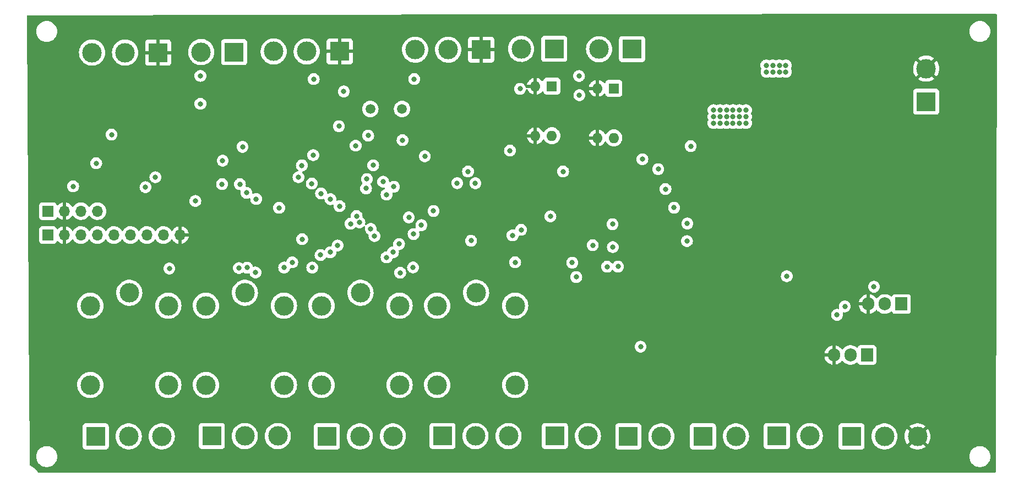
<source format=gbr>
%TF.GenerationSoftware,KiCad,Pcbnew,(6.0.6)*%
%TF.CreationDate,2022-07-22T23:00:37-04:00*%
%TF.ProjectId,Proyecto,50726f79-6563-4746-9f2e-6b696361645f,rev?*%
%TF.SameCoordinates,Original*%
%TF.FileFunction,Copper,L2,Inr*%
%TF.FilePolarity,Positive*%
%FSLAX46Y46*%
G04 Gerber Fmt 4.6, Leading zero omitted, Abs format (unit mm)*
G04 Created by KiCad (PCBNEW (6.0.6)) date 2022-07-22 23:00:37*
%MOMM*%
%LPD*%
G01*
G04 APERTURE LIST*
%TA.AperFunction,ComponentPad*%
%ADD10R,3.000000X3.000000*%
%TD*%
%TA.AperFunction,ComponentPad*%
%ADD11C,3.000000*%
%TD*%
%TA.AperFunction,ComponentPad*%
%ADD12R,1.905000X2.000000*%
%TD*%
%TA.AperFunction,ComponentPad*%
%ADD13O,1.905000X2.000000*%
%TD*%
%TA.AperFunction,ComponentPad*%
%ADD14R,1.700000X1.700000*%
%TD*%
%TA.AperFunction,ComponentPad*%
%ADD15O,1.700000X1.700000*%
%TD*%
%TA.AperFunction,ComponentPad*%
%ADD16C,1.500000*%
%TD*%
%TA.AperFunction,ComponentPad*%
%ADD17R,1.600000X1.600000*%
%TD*%
%TA.AperFunction,ComponentPad*%
%ADD18O,1.600000X1.600000*%
%TD*%
%TA.AperFunction,ViaPad*%
%ADD19C,0.800000*%
%TD*%
G04 APERTURE END LIST*
D10*
%TO.N,Net-(J3-Pad1)*%
%TO.C,J3*%
X201776382Y-110475000D03*
D11*
%TO.N,Net-(J3-Pad2)*%
X206856382Y-110475000D03*
%TO.N,GND*%
X211936382Y-110475000D03*
%TD*%
D12*
%TO.N,Net-(Q1-Pad1)*%
%TO.C,Q1*%
X204156382Y-97950000D03*
D13*
%TO.N,Net-(J3-Pad1)*%
X201616382Y-97950000D03*
%TO.N,GND*%
X199076382Y-97950000D03*
%TD*%
D10*
%TO.N,Net-(J4-Pad1)*%
%TO.C,J4*%
X138876382Y-110425000D03*
D11*
%TO.N,Net-(J4-Pad2)*%
X143956382Y-110425000D03*
%TO.N,Net-(J4-Pad3)*%
X149036382Y-110425000D03*
%TD*%
D14*
%TO.N,+5V*%
%TO.C,J13*%
X78206382Y-75825000D03*
D15*
%TO.N,GND*%
X80746382Y-75825000D03*
%TO.N,SDA*%
X83286382Y-75825000D03*
%TO.N,SCL*%
X85826382Y-75825000D03*
%TD*%
D10*
%TO.N,GND*%
%TO.C,J5*%
X123081382Y-51250000D03*
D11*
%TO.N,+5V*%
X118001382Y-51250000D03*
%TO.N,Net-(J5-Pad3)*%
X112921382Y-51250000D03*
%TD*%
D10*
%TO.N,Net-(J15-Pad1)*%
%TO.C,J15*%
X156166382Y-110425000D03*
D11*
%TO.N,+12V*%
X161246382Y-110425000D03*
%TD*%
D10*
%TO.N,Net-(J2-Pad1)*%
%TO.C,J2*%
X85551382Y-110475000D03*
D11*
%TO.N,Net-(J2-Pad2)*%
X90631382Y-110475000D03*
%TO.N,Net-(J2-Pad3)*%
X95711382Y-110475000D03*
%TD*%
D10*
%TO.N,GND*%
%TO.C,J9*%
X95156382Y-51425000D03*
D11*
%TO.N,+5V*%
X90076382Y-51425000D03*
%TO.N,Net-(J9-Pad3)*%
X84996382Y-51425000D03*
%TD*%
D10*
%TO.N,Net-(J7-Pad1)*%
%TO.C,J7*%
X103401382Y-110425000D03*
D11*
%TO.N,Net-(J7-Pad2)*%
X108481382Y-110425000D03*
%TO.N,Net-(J7-Pad3)*%
X113561382Y-110425000D03*
%TD*%
D12*
%TO.N,Net-(Q2-Pad1)*%
%TO.C,Q2*%
X209446382Y-90105000D03*
D13*
%TO.N,Net-(J3-Pad2)*%
X206906382Y-90105000D03*
%TO.N,GND*%
X204366382Y-90105000D03*
%TD*%
D11*
%TO.N,Net-(J4-Pad2)*%
%TO.C,K2*%
X144061382Y-88380000D03*
%TO.N,Net-(J4-Pad3)*%
X150061382Y-102580000D03*
%TO.N,Net-(J4-Pad1)*%
X138061382Y-102580000D03*
%TO.N,+12V*%
X138061382Y-90380000D03*
%TO.N,Net-(K2-PadA2)*%
X150061382Y-90380000D03*
%TD*%
%TO.N,Net-(J6-Pad2)*%
%TO.C,K3*%
X126281382Y-88380000D03*
%TO.N,Net-(J6-Pad3)*%
X132281382Y-102580000D03*
%TO.N,Net-(J6-Pad1)*%
X120281382Y-102580000D03*
%TO.N,+12V*%
X120281382Y-90380000D03*
%TO.N,Net-(K3-PadA2)*%
X132281382Y-90380000D03*
%TD*%
D10*
%TO.N,Net-(J16-Pad1)*%
%TO.C,J16*%
X168046382Y-50900000D03*
D11*
%TO.N,+5V*%
X162966382Y-50900000D03*
%TD*%
%TO.N,Net-(J7-Pad2)*%
%TO.C,K4*%
X108501382Y-88380000D03*
%TO.N,Net-(J7-Pad3)*%
X114501382Y-102580000D03*
%TO.N,Net-(J7-Pad1)*%
X102501382Y-102580000D03*
%TO.N,+12V*%
X102501382Y-90380000D03*
%TO.N,Net-(K4-PadA2)*%
X114501382Y-90380000D03*
%TD*%
D10*
%TO.N,Net-(J17-Pad1)*%
%TO.C,J17*%
X156056382Y-50850000D03*
D11*
%TO.N,+5V*%
X150976382Y-50850000D03*
%TD*%
D10*
%TO.N,Net-(J14-Pad1)*%
%TO.C,J14*%
X167466382Y-110475000D03*
D11*
%TO.N,+12V*%
X172546382Y-110475000D03*
%TD*%
D10*
%TO.N,Net-(J11-Pad1)*%
%TO.C,J11*%
X190291382Y-110425000D03*
D11*
%TO.N,+12V*%
X195371382Y-110425000D03*
%TD*%
D14*
%TO.N,+5V*%
%TO.C,J1*%
X78206382Y-79500000D03*
D15*
%TO.N,GND*%
X80746382Y-79500000D03*
%TO.N,SDA*%
X83286382Y-79500000D03*
%TO.N,SCL*%
X85826382Y-79500000D03*
%TO.N,RX*%
X88366382Y-79500000D03*
%TO.N,TX*%
X90906382Y-79500000D03*
%TO.N,Reset_pin*%
X93446382Y-79500000D03*
%TO.N,BKGD_PIN*%
X95986382Y-79500000D03*
%TO.N,GND*%
X98526382Y-79500000D03*
%TD*%
D16*
%TO.N,Net-(C9-Pad2)*%
%TO.C,Y1*%
X127781382Y-60100000D03*
%TO.N,Net-(C8-Pad2)*%
X132661382Y-60100000D03*
%TD*%
D11*
%TO.N,Net-(J2-Pad2)*%
%TO.C,K1*%
X90721382Y-88380000D03*
%TO.N,Net-(J2-Pad3)*%
X96721382Y-102580000D03*
%TO.N,Net-(J2-Pad1)*%
X84721382Y-102580000D03*
%TO.N,+12V*%
X84721382Y-90380000D03*
%TO.N,Net-(K1-PadA2)*%
X96721382Y-90380000D03*
%TD*%
D17*
%TO.N,Net-(R5-Pad1)*%
%TO.C,U4*%
X165231382Y-56925000D03*
D18*
%TO.N,GND*%
X162691382Y-56925000D03*
X162691382Y-64545000D03*
%TO.N,Nivel_bajo*%
X165231382Y-64545000D03*
%TD*%
D10*
%TO.N,Net-(J18-Pad1)*%
%TO.C,J18*%
X106856382Y-51350000D03*
D11*
%TO.N,+5V*%
X101776382Y-51350000D03*
%TD*%
D10*
%TO.N,+12V*%
%TO.C,J8*%
X213276382Y-58965000D03*
D11*
%TO.N,GND*%
X213276382Y-53885000D03*
%TD*%
D10*
%TO.N,GND*%
%TO.C,J10*%
X144831382Y-50975000D03*
D11*
%TO.N,+5V*%
X139751382Y-50975000D03*
%TO.N,DHt11*%
X134671382Y-50975000D03*
%TD*%
D10*
%TO.N,Net-(J6-Pad1)*%
%TO.C,J6*%
X121101382Y-110475000D03*
D11*
%TO.N,Net-(J6-Pad2)*%
X126181382Y-110475000D03*
%TO.N,Net-(J6-Pad3)*%
X131261382Y-110475000D03*
%TD*%
D17*
%TO.N,Net-(R6-Pad1)*%
%TO.C,U5*%
X155706382Y-56600000D03*
D18*
%TO.N,GND*%
X153166382Y-56600000D03*
X153166382Y-64220000D03*
%TO.N,Nivel_alto*%
X155706382Y-64220000D03*
%TD*%
D10*
%TO.N,Net-(J12-Pad1)*%
%TO.C,J12*%
X178941382Y-110475000D03*
D11*
%TO.N,+12V*%
X184021382Y-110475000D03*
%TD*%
D19*
%TO.N,+12V*%
X191686382Y-54393000D03*
X191831382Y-85825000D03*
X169356382Y-96675000D03*
X191686373Y-53393011D03*
X200756382Y-90475000D03*
X188686373Y-53393011D03*
X190686373Y-53393011D03*
X190686373Y-54393011D03*
X188718373Y-54393011D03*
X189686373Y-54393011D03*
X189686373Y-53393011D03*
%TO.N,GND*%
X155306382Y-100675000D03*
X133506382Y-82425000D03*
X185158382Y-57987000D03*
X181556382Y-67675000D03*
X121281382Y-71475000D03*
X183556382Y-67675000D03*
X181156382Y-68475000D03*
X180156382Y-68475000D03*
X182556382Y-67675000D03*
X135731382Y-75996500D03*
X182156382Y-68475000D03*
X129481382Y-62150000D03*
X122831382Y-64500000D03*
X182958382Y-57987000D03*
X80856382Y-73600000D03*
X131706382Y-68775000D03*
X184558382Y-57187000D03*
X180556382Y-67675000D03*
X183558382Y-57187000D03*
X135581382Y-63800000D03*
X184158382Y-57987000D03*
X211781382Y-87525000D03*
X185558382Y-57187000D03*
X169431382Y-87225000D03*
X93031382Y-56175000D03*
X183156382Y-68475000D03*
X153281382Y-66625000D03*
X102556382Y-75300000D03*
X158906382Y-56675000D03*
X137806382Y-67650000D03*
X98281382Y-82500000D03*
X186158382Y-57987000D03*
X179556382Y-67675000D03*
%TO.N,+5V*%
X184556382Y-62275000D03*
X169631382Y-67825000D03*
X108131382Y-65925000D03*
X181556382Y-60275000D03*
X185556382Y-60275000D03*
X129755330Y-71286010D03*
X126106382Y-77550000D03*
X87981382Y-64050000D03*
X183556382Y-62275000D03*
X185556382Y-62275000D03*
X182556382Y-60275000D03*
X180556382Y-61275000D03*
X183556382Y-60275000D03*
X181556382Y-62275000D03*
X185556382Y-61275000D03*
X180556382Y-60275000D03*
X181556382Y-61275000D03*
X184556382Y-60275000D03*
X182556382Y-61275000D03*
X157431382Y-69725000D03*
X183556382Y-61275000D03*
X180556382Y-62275000D03*
X182556382Y-62275000D03*
X184556382Y-61275000D03*
X141146382Y-71510000D03*
X82081382Y-72000000D03*
X122956382Y-62750000D03*
%TO.N,PH*%
X85631382Y-68450000D03*
X117256382Y-68778500D03*
%TO.N,ldr*%
X116731382Y-70600000D03*
X94731382Y-70600000D03*
%TO.N,Nivel_bajo*%
X135631382Y-77975000D03*
X165031382Y-77825000D03*
%TO.N,Nivel_alto*%
X133706382Y-76775000D03*
X155481382Y-76625000D03*
%TO.N,Digital*%
X159456382Y-85950000D03*
X158831382Y-83750000D03*
X161994365Y-81062017D03*
X165081382Y-81350000D03*
%TO.N,Digital_1*%
X127131382Y-72325000D03*
X143281382Y-80375000D03*
X165881382Y-84350000D03*
X164206382Y-84375000D03*
X137506382Y-75800000D03*
%TO.N,TX*%
X124731382Y-77768000D03*
%TO.N,RX*%
X125681146Y-76586132D03*
%TO.N,SDA*%
X100881382Y-74250000D03*
X117306382Y-80125000D03*
X131406382Y-72075000D03*
%TO.N,SCL*%
X130281382Y-73275000D03*
%TO.N,BKGD_PIN*%
X127856382Y-78546500D03*
%TO.N,Rele1*%
X122756382Y-81100000D03*
X123056382Y-75050000D03*
X132206382Y-80875000D03*
X113756382Y-75300500D03*
%TO.N,Rele2*%
X121656382Y-73975000D03*
X131281382Y-82150000D03*
X110231382Y-73950000D03*
X121631382Y-82150000D03*
%TO.N,Rele3*%
X108731382Y-73000000D03*
X120206382Y-73100000D03*
X120131382Y-82575000D03*
X130281382Y-82928500D03*
%TO.N,Rele4*%
X134431382Y-79350000D03*
X118781382Y-71575000D03*
X128431382Y-79650000D03*
X134356382Y-84478500D03*
X107731382Y-71675000D03*
X118856382Y-84500000D03*
%TO.N,Aux2*%
X172056382Y-69350000D03*
X136169365Y-67378500D03*
%TO.N,Aux1*%
X173181382Y-72425000D03*
X142806382Y-69724500D03*
%TO.N,Bomba2*%
X143931382Y-71525000D03*
X174491382Y-75290000D03*
%TO.N,Bomba1*%
X177056382Y-65825000D03*
X132731382Y-64900000D03*
%TO.N,Reset_pin*%
X93206382Y-72125000D03*
X105081382Y-68050000D03*
X128231382Y-68775000D03*
X125527882Y-65750000D03*
X104981382Y-71675000D03*
%TO.N,luz a*%
X176531382Y-77725000D03*
X150806382Y-57000000D03*
X123706382Y-57400000D03*
X150981382Y-78700000D03*
%TO.N,luz b*%
X127456382Y-64200000D03*
X149256382Y-66502500D03*
X176480882Y-80424517D03*
X149656382Y-79550000D03*
%TO.N,DHt11*%
X127256382Y-70875000D03*
X134531382Y-55500000D03*
X119006382Y-67200000D03*
X119081382Y-55500000D03*
X127256382Y-70875000D03*
%TO.N,Net-(J17-Pad1)*%
X159931382Y-57975000D03*
X159881382Y-55025000D03*
%TO.N,Net-(J18-Pad1)*%
X101656382Y-59300000D03*
X101656382Y-55000000D03*
%TO.N,Net-(K1-PadA2)*%
X96881382Y-84650000D03*
X107581382Y-84575000D03*
%TO.N,Net-(K2-PadA2)*%
X115781382Y-83700000D03*
X150061382Y-83695000D03*
%TO.N,Net-(K3-PadA2)*%
X132381382Y-85300000D03*
X110131382Y-85249500D03*
%TO.N,Net-(K4-PadA2)*%
X114531382Y-84500000D03*
X108831382Y-84525000D03*
%TO.N,Net-(U2-Pad5)*%
X199556382Y-91775000D03*
X205231382Y-87450000D03*
%TD*%
%TA.AperFunction,Conductor*%
%TO.N,GND*%
G36*
X224098000Y-45495082D02*
G01*
X224144567Y-45548674D01*
X224156024Y-45601528D01*
X223957516Y-115674784D01*
X223956738Y-115949361D01*
X223936544Y-116017425D01*
X223882756Y-116063765D01*
X223830744Y-116075004D01*
X76748621Y-116079349D01*
X76680500Y-116059349D01*
X76636652Y-116011139D01*
X76591872Y-115924379D01*
X76591872Y-115924378D01*
X76589907Y-115920572D01*
X76576226Y-115901105D01*
X76421835Y-115681430D01*
X76419372Y-115677925D01*
X76217483Y-115460667D01*
X76214168Y-115457953D01*
X76214164Y-115457950D01*
X75991295Y-115275534D01*
X75987977Y-115272818D01*
X75735101Y-115117856D01*
X75711245Y-115107384D01*
X75467468Y-115000373D01*
X75467464Y-115000371D01*
X75463533Y-114998646D01*
X75460281Y-114997720D01*
X75403143Y-114955950D01*
X75377579Y-114889715D01*
X75377150Y-114880017D01*
X75376197Y-114712142D01*
X75369736Y-113575000D01*
X76407908Y-113575000D01*
X76427773Y-113827403D01*
X76486877Y-114073591D01*
X76488770Y-114078162D01*
X76488771Y-114078164D01*
X76522162Y-114158776D01*
X76583766Y-114307502D01*
X76716054Y-114523376D01*
X76880484Y-114715898D01*
X77073006Y-114880328D01*
X77288880Y-115012616D01*
X77293450Y-115014509D01*
X77293454Y-115014511D01*
X77517670Y-115107384D01*
X77522791Y-115109505D01*
X77607414Y-115129821D01*
X77764166Y-115167454D01*
X77764172Y-115167455D01*
X77768979Y-115168609D01*
X77868798Y-115176465D01*
X77955727Y-115183307D01*
X77955734Y-115183307D01*
X77958183Y-115183500D01*
X78084581Y-115183500D01*
X78087030Y-115183307D01*
X78087037Y-115183307D01*
X78173966Y-115176465D01*
X78273785Y-115168609D01*
X78278592Y-115167455D01*
X78278598Y-115167454D01*
X78435350Y-115129821D01*
X78519973Y-115109505D01*
X78525094Y-115107384D01*
X78749310Y-115014511D01*
X78749314Y-115014509D01*
X78753884Y-115012616D01*
X78969758Y-114880328D01*
X79162280Y-114715898D01*
X79326710Y-114523376D01*
X79458998Y-114307502D01*
X79520603Y-114158776D01*
X79553993Y-114078164D01*
X79553994Y-114078162D01*
X79555887Y-114073591D01*
X79614991Y-113827403D01*
X79634856Y-113575000D01*
X219917908Y-113575000D01*
X219937773Y-113827403D01*
X219996877Y-114073591D01*
X219998770Y-114078162D01*
X219998771Y-114078164D01*
X220032162Y-114158776D01*
X220093766Y-114307502D01*
X220226054Y-114523376D01*
X220390484Y-114715898D01*
X220583006Y-114880328D01*
X220798880Y-115012616D01*
X220803450Y-115014509D01*
X220803454Y-115014511D01*
X221027670Y-115107384D01*
X221032791Y-115109505D01*
X221117414Y-115129821D01*
X221274166Y-115167454D01*
X221274172Y-115167455D01*
X221278979Y-115168609D01*
X221378798Y-115176465D01*
X221465727Y-115183307D01*
X221465734Y-115183307D01*
X221468183Y-115183500D01*
X221594581Y-115183500D01*
X221597030Y-115183307D01*
X221597037Y-115183307D01*
X221683966Y-115176465D01*
X221783785Y-115168609D01*
X221788592Y-115167455D01*
X221788598Y-115167454D01*
X221945350Y-115129821D01*
X222029973Y-115109505D01*
X222035094Y-115107384D01*
X222259310Y-115014511D01*
X222259314Y-115014509D01*
X222263884Y-115012616D01*
X222479758Y-114880328D01*
X222672280Y-114715898D01*
X222836710Y-114523376D01*
X222968998Y-114307502D01*
X223030603Y-114158776D01*
X223063993Y-114078164D01*
X223063994Y-114078162D01*
X223065887Y-114073591D01*
X223124991Y-113827403D01*
X223144856Y-113575000D01*
X223124991Y-113322597D01*
X223065887Y-113076409D01*
X222968998Y-112842498D01*
X222836710Y-112626624D01*
X222672280Y-112434102D01*
X222479758Y-112269672D01*
X222263884Y-112137384D01*
X222259314Y-112135491D01*
X222259310Y-112135489D01*
X222034546Y-112042389D01*
X222034544Y-112042388D01*
X222029973Y-112040495D01*
X221943426Y-112019717D01*
X221788598Y-111982546D01*
X221788592Y-111982545D01*
X221783785Y-111981391D01*
X221678872Y-111973134D01*
X221597037Y-111966693D01*
X221597030Y-111966693D01*
X221594581Y-111966500D01*
X221468183Y-111966500D01*
X221465734Y-111966693D01*
X221465727Y-111966693D01*
X221383892Y-111973134D01*
X221278979Y-111981391D01*
X221274172Y-111982545D01*
X221274166Y-111982546D01*
X221119338Y-112019717D01*
X221032791Y-112040495D01*
X221028220Y-112042388D01*
X221028218Y-112042389D01*
X220803454Y-112135489D01*
X220803450Y-112135491D01*
X220798880Y-112137384D01*
X220583006Y-112269672D01*
X220390484Y-112434102D01*
X220226054Y-112626624D01*
X220093766Y-112842498D01*
X219996877Y-113076409D01*
X219937773Y-113322597D01*
X219917908Y-113575000D01*
X79634856Y-113575000D01*
X79614991Y-113322597D01*
X79555887Y-113076409D01*
X79458998Y-112842498D01*
X79326710Y-112626624D01*
X79162280Y-112434102D01*
X78969758Y-112269672D01*
X78753884Y-112137384D01*
X78749314Y-112135491D01*
X78749310Y-112135489D01*
X78524546Y-112042389D01*
X78524544Y-112042388D01*
X78519973Y-112040495D01*
X78447659Y-112023134D01*
X83542882Y-112023134D01*
X83549637Y-112085316D01*
X83600767Y-112221705D01*
X83688121Y-112338261D01*
X83804677Y-112425615D01*
X83941066Y-112476745D01*
X84003248Y-112483500D01*
X87099516Y-112483500D01*
X87161698Y-112476745D01*
X87298087Y-112425615D01*
X87414643Y-112338261D01*
X87501997Y-112221705D01*
X87553127Y-112085316D01*
X87559882Y-112023134D01*
X87559882Y-110453918D01*
X88618299Y-110453918D01*
X88634064Y-110727320D01*
X88634889Y-110731525D01*
X88634890Y-110731533D01*
X88656080Y-110839539D01*
X88686787Y-110996053D01*
X88688174Y-111000103D01*
X88688175Y-111000108D01*
X88774039Y-111250894D01*
X88775494Y-111255144D01*
X88898542Y-111499799D01*
X88900968Y-111503328D01*
X88900971Y-111503334D01*
X89030123Y-111691250D01*
X89053656Y-111725490D01*
X89056543Y-111728663D01*
X89056544Y-111728664D01*
X89228835Y-111918010D01*
X89237964Y-111928043D01*
X89241259Y-111930798D01*
X89241260Y-111930799D01*
X89292623Y-111973745D01*
X89448057Y-112103707D01*
X89451698Y-112105991D01*
X89676406Y-112246951D01*
X89676410Y-112246953D01*
X89680046Y-112249234D01*
X89804843Y-112305582D01*
X89925727Y-112360164D01*
X89925731Y-112360166D01*
X89929639Y-112361930D01*
X89933759Y-112363150D01*
X89933758Y-112363150D01*
X90188105Y-112438491D01*
X90188109Y-112438492D01*
X90192218Y-112439709D01*
X90196452Y-112440357D01*
X90196457Y-112440358D01*
X90458680Y-112480483D01*
X90458682Y-112480483D01*
X90462922Y-112481132D01*
X90602294Y-112483322D01*
X90732453Y-112485367D01*
X90732459Y-112485367D01*
X90736744Y-112485434D01*
X91008617Y-112452534D01*
X91273509Y-112383041D01*
X91277469Y-112381401D01*
X91277474Y-112381399D01*
X91442240Y-112313150D01*
X91526518Y-112278241D01*
X91762964Y-112140073D01*
X91978471Y-111971094D01*
X92020191Y-111928043D01*
X92166068Y-111777509D01*
X92169051Y-111774431D01*
X92171584Y-111770983D01*
X92171588Y-111770978D01*
X92328639Y-111557178D01*
X92331177Y-111553723D01*
X92333223Y-111549955D01*
X92459800Y-111316830D01*
X92459801Y-111316828D01*
X92461850Y-111313054D01*
X92558651Y-111056877D01*
X92619789Y-110789933D01*
X92624252Y-110739933D01*
X92643913Y-110519627D01*
X92643914Y-110519616D01*
X92644133Y-110517161D01*
X92644575Y-110475000D01*
X92643138Y-110453918D01*
X93698299Y-110453918D01*
X93714064Y-110727320D01*
X93714889Y-110731525D01*
X93714890Y-110731533D01*
X93736080Y-110839539D01*
X93766787Y-110996053D01*
X93768174Y-111000103D01*
X93768175Y-111000108D01*
X93854039Y-111250894D01*
X93855494Y-111255144D01*
X93978542Y-111499799D01*
X93980968Y-111503328D01*
X93980971Y-111503334D01*
X94110123Y-111691250D01*
X94133656Y-111725490D01*
X94136543Y-111728663D01*
X94136544Y-111728664D01*
X94308835Y-111918010D01*
X94317964Y-111928043D01*
X94321259Y-111930798D01*
X94321260Y-111930799D01*
X94372623Y-111973745D01*
X94528057Y-112103707D01*
X94531698Y-112105991D01*
X94756406Y-112246951D01*
X94756410Y-112246953D01*
X94760046Y-112249234D01*
X94884843Y-112305582D01*
X95005727Y-112360164D01*
X95005731Y-112360166D01*
X95009639Y-112361930D01*
X95013759Y-112363150D01*
X95013758Y-112363150D01*
X95268105Y-112438491D01*
X95268109Y-112438492D01*
X95272218Y-112439709D01*
X95276452Y-112440357D01*
X95276457Y-112440358D01*
X95538680Y-112480483D01*
X95538682Y-112480483D01*
X95542922Y-112481132D01*
X95682294Y-112483322D01*
X95812453Y-112485367D01*
X95812459Y-112485367D01*
X95816744Y-112485434D01*
X96088617Y-112452534D01*
X96353509Y-112383041D01*
X96357469Y-112381401D01*
X96357474Y-112381399D01*
X96522240Y-112313150D01*
X96606518Y-112278241D01*
X96842964Y-112140073D01*
X97055869Y-111973134D01*
X101392882Y-111973134D01*
X101399637Y-112035316D01*
X101450767Y-112171705D01*
X101538121Y-112288261D01*
X101654677Y-112375615D01*
X101791066Y-112426745D01*
X101853248Y-112433500D01*
X104949516Y-112433500D01*
X105011698Y-112426745D01*
X105148087Y-112375615D01*
X105264643Y-112288261D01*
X105351997Y-112171705D01*
X105403127Y-112035316D01*
X105409882Y-111973134D01*
X105409882Y-110403918D01*
X106468299Y-110403918D01*
X106484064Y-110677320D01*
X106484889Y-110681525D01*
X106484890Y-110681533D01*
X106515299Y-110836526D01*
X106536787Y-110946053D01*
X106538174Y-110950103D01*
X106538175Y-110950108D01*
X106576106Y-111060895D01*
X106625494Y-111205144D01*
X106748542Y-111449799D01*
X106750968Y-111453328D01*
X106750971Y-111453334D01*
X106819967Y-111553723D01*
X106903656Y-111675490D01*
X106906543Y-111678663D01*
X106906544Y-111678664D01*
X106925589Y-111699594D01*
X107087964Y-111878043D01*
X107298057Y-112053707D01*
X107301698Y-112055991D01*
X107526406Y-112196951D01*
X107526410Y-112196953D01*
X107530046Y-112199234D01*
X107635727Y-112246951D01*
X107775727Y-112310164D01*
X107775731Y-112310166D01*
X107779639Y-112311930D01*
X107783759Y-112313150D01*
X107783758Y-112313150D01*
X108038105Y-112388491D01*
X108038109Y-112388492D01*
X108042218Y-112389709D01*
X108046452Y-112390357D01*
X108046457Y-112390358D01*
X108308680Y-112430483D01*
X108308682Y-112430483D01*
X108312922Y-112431132D01*
X108452294Y-112433322D01*
X108582453Y-112435367D01*
X108582459Y-112435367D01*
X108586744Y-112435434D01*
X108858617Y-112402534D01*
X109123509Y-112333041D01*
X109127469Y-112331401D01*
X109127474Y-112331399D01*
X109321573Y-112251000D01*
X109376518Y-112228241D01*
X109612964Y-112090073D01*
X109828471Y-111921094D01*
X109870191Y-111878043D01*
X109967615Y-111777509D01*
X110019051Y-111724431D01*
X110021584Y-111720983D01*
X110021588Y-111720978D01*
X110178639Y-111507178D01*
X110181177Y-111503723D01*
X110208536Y-111453334D01*
X110309800Y-111266830D01*
X110309801Y-111266828D01*
X110311850Y-111263054D01*
X110360250Y-111134966D01*
X110407133Y-111010895D01*
X110407134Y-111010891D01*
X110408651Y-111006877D01*
X110433489Y-110898427D01*
X110468831Y-110744117D01*
X110468832Y-110744113D01*
X110469789Y-110739933D01*
X110470545Y-110731470D01*
X110493913Y-110469627D01*
X110493913Y-110469625D01*
X110494133Y-110467161D01*
X110494575Y-110425000D01*
X110493138Y-110403918D01*
X111548299Y-110403918D01*
X111564064Y-110677320D01*
X111564889Y-110681525D01*
X111564890Y-110681533D01*
X111595299Y-110836526D01*
X111616787Y-110946053D01*
X111618174Y-110950103D01*
X111618175Y-110950108D01*
X111656106Y-111060895D01*
X111705494Y-111205144D01*
X111828542Y-111449799D01*
X111830968Y-111453328D01*
X111830971Y-111453334D01*
X111899967Y-111553723D01*
X111983656Y-111675490D01*
X111986543Y-111678663D01*
X111986544Y-111678664D01*
X112005589Y-111699594D01*
X112167964Y-111878043D01*
X112378057Y-112053707D01*
X112381698Y-112055991D01*
X112606406Y-112196951D01*
X112606410Y-112196953D01*
X112610046Y-112199234D01*
X112715727Y-112246951D01*
X112855727Y-112310164D01*
X112855731Y-112310166D01*
X112859639Y-112311930D01*
X112863759Y-112313150D01*
X112863758Y-112313150D01*
X113118105Y-112388491D01*
X113118109Y-112388492D01*
X113122218Y-112389709D01*
X113126452Y-112390357D01*
X113126457Y-112390358D01*
X113388680Y-112430483D01*
X113388682Y-112430483D01*
X113392922Y-112431132D01*
X113532294Y-112433322D01*
X113662453Y-112435367D01*
X113662459Y-112435367D01*
X113666744Y-112435434D01*
X113938617Y-112402534D01*
X114203509Y-112333041D01*
X114207469Y-112331401D01*
X114207474Y-112331399D01*
X114401573Y-112251000D01*
X114456518Y-112228241D01*
X114692964Y-112090073D01*
X114778335Y-112023134D01*
X119092882Y-112023134D01*
X119099637Y-112085316D01*
X119150767Y-112221705D01*
X119238121Y-112338261D01*
X119354677Y-112425615D01*
X119491066Y-112476745D01*
X119553248Y-112483500D01*
X122649516Y-112483500D01*
X122711698Y-112476745D01*
X122848087Y-112425615D01*
X122964643Y-112338261D01*
X123051997Y-112221705D01*
X123103127Y-112085316D01*
X123109882Y-112023134D01*
X123109882Y-110453918D01*
X124168299Y-110453918D01*
X124184064Y-110727320D01*
X124184889Y-110731525D01*
X124184890Y-110731533D01*
X124206080Y-110839539D01*
X124236787Y-110996053D01*
X124238174Y-111000103D01*
X124238175Y-111000108D01*
X124324039Y-111250894D01*
X124325494Y-111255144D01*
X124448542Y-111499799D01*
X124450968Y-111503328D01*
X124450971Y-111503334D01*
X124580123Y-111691250D01*
X124603656Y-111725490D01*
X124606543Y-111728663D01*
X124606544Y-111728664D01*
X124778835Y-111918010D01*
X124787964Y-111928043D01*
X124791259Y-111930798D01*
X124791260Y-111930799D01*
X124842623Y-111973745D01*
X124998057Y-112103707D01*
X125001698Y-112105991D01*
X125226406Y-112246951D01*
X125226410Y-112246953D01*
X125230046Y-112249234D01*
X125354843Y-112305582D01*
X125475727Y-112360164D01*
X125475731Y-112360166D01*
X125479639Y-112361930D01*
X125483759Y-112363150D01*
X125483758Y-112363150D01*
X125738105Y-112438491D01*
X125738109Y-112438492D01*
X125742218Y-112439709D01*
X125746452Y-112440357D01*
X125746457Y-112440358D01*
X126008680Y-112480483D01*
X126008682Y-112480483D01*
X126012922Y-112481132D01*
X126152294Y-112483322D01*
X126282453Y-112485367D01*
X126282459Y-112485367D01*
X126286744Y-112485434D01*
X126558617Y-112452534D01*
X126823509Y-112383041D01*
X126827469Y-112381401D01*
X126827474Y-112381399D01*
X126992240Y-112313150D01*
X127076518Y-112278241D01*
X127312964Y-112140073D01*
X127528471Y-111971094D01*
X127570191Y-111928043D01*
X127716068Y-111777509D01*
X127719051Y-111774431D01*
X127721584Y-111770983D01*
X127721588Y-111770978D01*
X127878639Y-111557178D01*
X127881177Y-111553723D01*
X127883223Y-111549955D01*
X128009800Y-111316830D01*
X128009801Y-111316828D01*
X128011850Y-111313054D01*
X128108651Y-111056877D01*
X128169789Y-110789933D01*
X128174252Y-110739933D01*
X128193913Y-110519627D01*
X128193914Y-110519616D01*
X128194133Y-110517161D01*
X128194575Y-110475000D01*
X128193138Y-110453918D01*
X129248299Y-110453918D01*
X129264064Y-110727320D01*
X129264889Y-110731525D01*
X129264890Y-110731533D01*
X129286080Y-110839539D01*
X129316787Y-110996053D01*
X129318174Y-111000103D01*
X129318175Y-111000108D01*
X129404039Y-111250894D01*
X129405494Y-111255144D01*
X129528542Y-111499799D01*
X129530968Y-111503328D01*
X129530971Y-111503334D01*
X129660123Y-111691250D01*
X129683656Y-111725490D01*
X129686543Y-111728663D01*
X129686544Y-111728664D01*
X129858835Y-111918010D01*
X129867964Y-111928043D01*
X129871259Y-111930798D01*
X129871260Y-111930799D01*
X129922623Y-111973745D01*
X130078057Y-112103707D01*
X130081698Y-112105991D01*
X130306406Y-112246951D01*
X130306410Y-112246953D01*
X130310046Y-112249234D01*
X130434843Y-112305582D01*
X130555727Y-112360164D01*
X130555731Y-112360166D01*
X130559639Y-112361930D01*
X130563759Y-112363150D01*
X130563758Y-112363150D01*
X130818105Y-112438491D01*
X130818109Y-112438492D01*
X130822218Y-112439709D01*
X130826452Y-112440357D01*
X130826457Y-112440358D01*
X131088680Y-112480483D01*
X131088682Y-112480483D01*
X131092922Y-112481132D01*
X131232294Y-112483322D01*
X131362453Y-112485367D01*
X131362459Y-112485367D01*
X131366744Y-112485434D01*
X131638617Y-112452534D01*
X131903509Y-112383041D01*
X131907469Y-112381401D01*
X131907474Y-112381399D01*
X132072240Y-112313150D01*
X132156518Y-112278241D01*
X132392964Y-112140073D01*
X132605869Y-111973134D01*
X136867882Y-111973134D01*
X136874637Y-112035316D01*
X136925767Y-112171705D01*
X137013121Y-112288261D01*
X137129677Y-112375615D01*
X137266066Y-112426745D01*
X137328248Y-112433500D01*
X140424516Y-112433500D01*
X140486698Y-112426745D01*
X140623087Y-112375615D01*
X140739643Y-112288261D01*
X140826997Y-112171705D01*
X140878127Y-112035316D01*
X140884882Y-111973134D01*
X140884882Y-110403918D01*
X141943299Y-110403918D01*
X141959064Y-110677320D01*
X141959889Y-110681525D01*
X141959890Y-110681533D01*
X141990299Y-110836526D01*
X142011787Y-110946053D01*
X142013174Y-110950103D01*
X142013175Y-110950108D01*
X142051106Y-111060895D01*
X142100494Y-111205144D01*
X142223542Y-111449799D01*
X142225968Y-111453328D01*
X142225971Y-111453334D01*
X142294967Y-111553723D01*
X142378656Y-111675490D01*
X142381543Y-111678663D01*
X142381544Y-111678664D01*
X142400589Y-111699594D01*
X142562964Y-111878043D01*
X142773057Y-112053707D01*
X142776698Y-112055991D01*
X143001406Y-112196951D01*
X143001410Y-112196953D01*
X143005046Y-112199234D01*
X143110727Y-112246951D01*
X143250727Y-112310164D01*
X143250731Y-112310166D01*
X143254639Y-112311930D01*
X143258759Y-112313150D01*
X143258758Y-112313150D01*
X143513105Y-112388491D01*
X143513109Y-112388492D01*
X143517218Y-112389709D01*
X143521452Y-112390357D01*
X143521457Y-112390358D01*
X143783680Y-112430483D01*
X143783682Y-112430483D01*
X143787922Y-112431132D01*
X143927294Y-112433322D01*
X144057453Y-112435367D01*
X144057459Y-112435367D01*
X144061744Y-112435434D01*
X144333617Y-112402534D01*
X144598509Y-112333041D01*
X144602469Y-112331401D01*
X144602474Y-112331399D01*
X144796573Y-112251000D01*
X144851518Y-112228241D01*
X145087964Y-112090073D01*
X145303471Y-111921094D01*
X145345191Y-111878043D01*
X145442615Y-111777509D01*
X145494051Y-111724431D01*
X145496584Y-111720983D01*
X145496588Y-111720978D01*
X145653639Y-111507178D01*
X145656177Y-111503723D01*
X145683536Y-111453334D01*
X145784800Y-111266830D01*
X145784801Y-111266828D01*
X145786850Y-111263054D01*
X145835250Y-111134966D01*
X145882133Y-111010895D01*
X145882134Y-111010891D01*
X145883651Y-111006877D01*
X145908489Y-110898427D01*
X145943831Y-110744117D01*
X145943832Y-110744113D01*
X145944789Y-110739933D01*
X145945545Y-110731470D01*
X145968913Y-110469627D01*
X145968913Y-110469625D01*
X145969133Y-110467161D01*
X145969575Y-110425000D01*
X145968138Y-110403918D01*
X147023299Y-110403918D01*
X147039064Y-110677320D01*
X147039889Y-110681525D01*
X147039890Y-110681533D01*
X147070299Y-110836526D01*
X147091787Y-110946053D01*
X147093174Y-110950103D01*
X147093175Y-110950108D01*
X147131106Y-111060895D01*
X147180494Y-111205144D01*
X147303542Y-111449799D01*
X147305968Y-111453328D01*
X147305971Y-111453334D01*
X147374967Y-111553723D01*
X147458656Y-111675490D01*
X147461543Y-111678663D01*
X147461544Y-111678664D01*
X147480589Y-111699594D01*
X147642964Y-111878043D01*
X147853057Y-112053707D01*
X147856698Y-112055991D01*
X148081406Y-112196951D01*
X148081410Y-112196953D01*
X148085046Y-112199234D01*
X148190727Y-112246951D01*
X148330727Y-112310164D01*
X148330731Y-112310166D01*
X148334639Y-112311930D01*
X148338759Y-112313150D01*
X148338758Y-112313150D01*
X148593105Y-112388491D01*
X148593109Y-112388492D01*
X148597218Y-112389709D01*
X148601452Y-112390357D01*
X148601457Y-112390358D01*
X148863680Y-112430483D01*
X148863682Y-112430483D01*
X148867922Y-112431132D01*
X149007294Y-112433322D01*
X149137453Y-112435367D01*
X149137459Y-112435367D01*
X149141744Y-112435434D01*
X149413617Y-112402534D01*
X149678509Y-112333041D01*
X149682469Y-112331401D01*
X149682474Y-112331399D01*
X149876573Y-112251000D01*
X149931518Y-112228241D01*
X150167964Y-112090073D01*
X150317102Y-111973134D01*
X154157882Y-111973134D01*
X154164637Y-112035316D01*
X154215767Y-112171705D01*
X154303121Y-112288261D01*
X154419677Y-112375615D01*
X154556066Y-112426745D01*
X154618248Y-112433500D01*
X157714516Y-112433500D01*
X157776698Y-112426745D01*
X157913087Y-112375615D01*
X158029643Y-112288261D01*
X158116997Y-112171705D01*
X158168127Y-112035316D01*
X158174882Y-111973134D01*
X158174882Y-110403918D01*
X159233299Y-110403918D01*
X159249064Y-110677320D01*
X159249889Y-110681525D01*
X159249890Y-110681533D01*
X159280299Y-110836526D01*
X159301787Y-110946053D01*
X159303174Y-110950103D01*
X159303175Y-110950108D01*
X159341106Y-111060895D01*
X159390494Y-111205144D01*
X159513542Y-111449799D01*
X159515968Y-111453328D01*
X159515971Y-111453334D01*
X159584967Y-111553723D01*
X159668656Y-111675490D01*
X159671543Y-111678663D01*
X159671544Y-111678664D01*
X159690589Y-111699594D01*
X159852964Y-111878043D01*
X160063057Y-112053707D01*
X160066698Y-112055991D01*
X160291406Y-112196951D01*
X160291410Y-112196953D01*
X160295046Y-112199234D01*
X160400727Y-112246951D01*
X160540727Y-112310164D01*
X160540731Y-112310166D01*
X160544639Y-112311930D01*
X160548759Y-112313150D01*
X160548758Y-112313150D01*
X160803105Y-112388491D01*
X160803109Y-112388492D01*
X160807218Y-112389709D01*
X160811452Y-112390357D01*
X160811457Y-112390358D01*
X161073680Y-112430483D01*
X161073682Y-112430483D01*
X161077922Y-112431132D01*
X161217294Y-112433322D01*
X161347453Y-112435367D01*
X161347459Y-112435367D01*
X161351744Y-112435434D01*
X161623617Y-112402534D01*
X161888509Y-112333041D01*
X161892469Y-112331401D01*
X161892474Y-112331399D01*
X162086573Y-112251000D01*
X162141518Y-112228241D01*
X162377964Y-112090073D01*
X162463335Y-112023134D01*
X165457882Y-112023134D01*
X165464637Y-112085316D01*
X165515767Y-112221705D01*
X165603121Y-112338261D01*
X165719677Y-112425615D01*
X165856066Y-112476745D01*
X165918248Y-112483500D01*
X169014516Y-112483500D01*
X169076698Y-112476745D01*
X169213087Y-112425615D01*
X169329643Y-112338261D01*
X169416997Y-112221705D01*
X169468127Y-112085316D01*
X169474882Y-112023134D01*
X169474882Y-110453918D01*
X170533299Y-110453918D01*
X170549064Y-110727320D01*
X170549889Y-110731525D01*
X170549890Y-110731533D01*
X170571080Y-110839539D01*
X170601787Y-110996053D01*
X170603174Y-111000103D01*
X170603175Y-111000108D01*
X170689039Y-111250894D01*
X170690494Y-111255144D01*
X170813542Y-111499799D01*
X170815968Y-111503328D01*
X170815971Y-111503334D01*
X170945123Y-111691250D01*
X170968656Y-111725490D01*
X170971543Y-111728663D01*
X170971544Y-111728664D01*
X171143835Y-111918010D01*
X171152964Y-111928043D01*
X171156259Y-111930798D01*
X171156260Y-111930799D01*
X171207623Y-111973745D01*
X171363057Y-112103707D01*
X171366698Y-112105991D01*
X171591406Y-112246951D01*
X171591410Y-112246953D01*
X171595046Y-112249234D01*
X171719843Y-112305582D01*
X171840727Y-112360164D01*
X171840731Y-112360166D01*
X171844639Y-112361930D01*
X171848759Y-112363150D01*
X171848758Y-112363150D01*
X172103105Y-112438491D01*
X172103109Y-112438492D01*
X172107218Y-112439709D01*
X172111452Y-112440357D01*
X172111457Y-112440358D01*
X172373680Y-112480483D01*
X172373682Y-112480483D01*
X172377922Y-112481132D01*
X172517294Y-112483322D01*
X172647453Y-112485367D01*
X172647459Y-112485367D01*
X172651744Y-112485434D01*
X172923617Y-112452534D01*
X173188509Y-112383041D01*
X173192469Y-112381401D01*
X173192474Y-112381399D01*
X173357240Y-112313150D01*
X173441518Y-112278241D01*
X173677964Y-112140073D01*
X173827102Y-112023134D01*
X176932882Y-112023134D01*
X176939637Y-112085316D01*
X176990767Y-112221705D01*
X177078121Y-112338261D01*
X177194677Y-112425615D01*
X177331066Y-112476745D01*
X177393248Y-112483500D01*
X180489516Y-112483500D01*
X180551698Y-112476745D01*
X180688087Y-112425615D01*
X180804643Y-112338261D01*
X180891997Y-112221705D01*
X180943127Y-112085316D01*
X180949882Y-112023134D01*
X180949882Y-110453918D01*
X182008299Y-110453918D01*
X182024064Y-110727320D01*
X182024889Y-110731525D01*
X182024890Y-110731533D01*
X182046080Y-110839539D01*
X182076787Y-110996053D01*
X182078174Y-111000103D01*
X182078175Y-111000108D01*
X182164039Y-111250894D01*
X182165494Y-111255144D01*
X182288542Y-111499799D01*
X182290968Y-111503328D01*
X182290971Y-111503334D01*
X182420123Y-111691250D01*
X182443656Y-111725490D01*
X182446543Y-111728663D01*
X182446544Y-111728664D01*
X182618835Y-111918010D01*
X182627964Y-111928043D01*
X182631259Y-111930798D01*
X182631260Y-111930799D01*
X182682623Y-111973745D01*
X182838057Y-112103707D01*
X182841698Y-112105991D01*
X183066406Y-112246951D01*
X183066410Y-112246953D01*
X183070046Y-112249234D01*
X183194843Y-112305582D01*
X183315727Y-112360164D01*
X183315731Y-112360166D01*
X183319639Y-112361930D01*
X183323759Y-112363150D01*
X183323758Y-112363150D01*
X183578105Y-112438491D01*
X183578109Y-112438492D01*
X183582218Y-112439709D01*
X183586452Y-112440357D01*
X183586457Y-112440358D01*
X183848680Y-112480483D01*
X183848682Y-112480483D01*
X183852922Y-112481132D01*
X183992294Y-112483322D01*
X184122453Y-112485367D01*
X184122459Y-112485367D01*
X184126744Y-112485434D01*
X184398617Y-112452534D01*
X184663509Y-112383041D01*
X184667469Y-112381401D01*
X184667474Y-112381399D01*
X184832240Y-112313150D01*
X184916518Y-112278241D01*
X185152964Y-112140073D01*
X185365869Y-111973134D01*
X188282882Y-111973134D01*
X188289637Y-112035316D01*
X188340767Y-112171705D01*
X188428121Y-112288261D01*
X188544677Y-112375615D01*
X188681066Y-112426745D01*
X188743248Y-112433500D01*
X191839516Y-112433500D01*
X191901698Y-112426745D01*
X192038087Y-112375615D01*
X192154643Y-112288261D01*
X192241997Y-112171705D01*
X192293127Y-112035316D01*
X192299882Y-111973134D01*
X192299882Y-110403918D01*
X193358299Y-110403918D01*
X193374064Y-110677320D01*
X193374889Y-110681525D01*
X193374890Y-110681533D01*
X193405299Y-110836526D01*
X193426787Y-110946053D01*
X193428174Y-110950103D01*
X193428175Y-110950108D01*
X193466106Y-111060895D01*
X193515494Y-111205144D01*
X193638542Y-111449799D01*
X193640968Y-111453328D01*
X193640971Y-111453334D01*
X193709967Y-111553723D01*
X193793656Y-111675490D01*
X193796543Y-111678663D01*
X193796544Y-111678664D01*
X193815589Y-111699594D01*
X193977964Y-111878043D01*
X194188057Y-112053707D01*
X194191698Y-112055991D01*
X194416406Y-112196951D01*
X194416410Y-112196953D01*
X194420046Y-112199234D01*
X194525727Y-112246951D01*
X194665727Y-112310164D01*
X194665731Y-112310166D01*
X194669639Y-112311930D01*
X194673759Y-112313150D01*
X194673758Y-112313150D01*
X194928105Y-112388491D01*
X194928109Y-112388492D01*
X194932218Y-112389709D01*
X194936452Y-112390357D01*
X194936457Y-112390358D01*
X195198680Y-112430483D01*
X195198682Y-112430483D01*
X195202922Y-112431132D01*
X195342294Y-112433322D01*
X195472453Y-112435367D01*
X195472459Y-112435367D01*
X195476744Y-112435434D01*
X195748617Y-112402534D01*
X196013509Y-112333041D01*
X196017469Y-112331401D01*
X196017474Y-112331399D01*
X196211573Y-112251000D01*
X196266518Y-112228241D01*
X196502964Y-112090073D01*
X196588335Y-112023134D01*
X199767882Y-112023134D01*
X199774637Y-112085316D01*
X199825767Y-112221705D01*
X199913121Y-112338261D01*
X200029677Y-112425615D01*
X200166066Y-112476745D01*
X200228248Y-112483500D01*
X203324516Y-112483500D01*
X203386698Y-112476745D01*
X203523087Y-112425615D01*
X203639643Y-112338261D01*
X203726997Y-112221705D01*
X203778127Y-112085316D01*
X203784882Y-112023134D01*
X203784882Y-110453918D01*
X204843299Y-110453918D01*
X204859064Y-110727320D01*
X204859889Y-110731525D01*
X204859890Y-110731533D01*
X204881080Y-110839539D01*
X204911787Y-110996053D01*
X204913174Y-111000103D01*
X204913175Y-111000108D01*
X204999039Y-111250894D01*
X205000494Y-111255144D01*
X205123542Y-111499799D01*
X205125968Y-111503328D01*
X205125971Y-111503334D01*
X205255123Y-111691250D01*
X205278656Y-111725490D01*
X205281543Y-111728663D01*
X205281544Y-111728664D01*
X205453835Y-111918010D01*
X205462964Y-111928043D01*
X205466259Y-111930798D01*
X205466260Y-111930799D01*
X205517623Y-111973745D01*
X205673057Y-112103707D01*
X205676698Y-112105991D01*
X205901406Y-112246951D01*
X205901410Y-112246953D01*
X205905046Y-112249234D01*
X206029843Y-112305582D01*
X206150727Y-112360164D01*
X206150731Y-112360166D01*
X206154639Y-112361930D01*
X206158759Y-112363150D01*
X206158758Y-112363150D01*
X206413105Y-112438491D01*
X206413109Y-112438492D01*
X206417218Y-112439709D01*
X206421452Y-112440357D01*
X206421457Y-112440358D01*
X206683680Y-112480483D01*
X206683682Y-112480483D01*
X206687922Y-112481132D01*
X206827294Y-112483322D01*
X206957453Y-112485367D01*
X206957459Y-112485367D01*
X206961744Y-112485434D01*
X207233617Y-112452534D01*
X207498509Y-112383041D01*
X207502469Y-112381401D01*
X207502474Y-112381399D01*
X207667240Y-112313150D01*
X207751518Y-112278241D01*
X207987964Y-112140073D01*
X208084149Y-112064654D01*
X210712000Y-112064654D01*
X210719055Y-112074627D01*
X210750061Y-112100551D01*
X210756980Y-112105579D01*
X210981654Y-112246515D01*
X210989189Y-112250556D01*
X211230902Y-112359694D01*
X211238933Y-112362680D01*
X211493214Y-112438002D01*
X211501566Y-112439869D01*
X211763722Y-112479984D01*
X211772256Y-112480700D01*
X212037427Y-112484867D01*
X212045978Y-112484418D01*
X212309265Y-112452557D01*
X212317666Y-112450955D01*
X212574206Y-112383653D01*
X212582308Y-112380926D01*
X212827331Y-112279434D01*
X212834999Y-112275628D01*
X213063980Y-112141822D01*
X213071061Y-112137009D01*
X213151037Y-112074301D01*
X213159507Y-112062442D01*
X213152990Y-112050818D01*
X211949194Y-110847022D01*
X211935250Y-110839408D01*
X211933417Y-110839539D01*
X211926802Y-110843790D01*
X210719292Y-112051300D01*
X210712000Y-112064654D01*
X208084149Y-112064654D01*
X208203471Y-111971094D01*
X208245191Y-111928043D01*
X208391068Y-111777509D01*
X208394051Y-111774431D01*
X208396584Y-111770983D01*
X208396588Y-111770978D01*
X208553639Y-111557178D01*
X208556177Y-111553723D01*
X208558223Y-111549955D01*
X208684800Y-111316830D01*
X208684801Y-111316828D01*
X208686850Y-111313054D01*
X208783651Y-111056877D01*
X208844789Y-110789933D01*
X208849252Y-110739933D01*
X208868913Y-110519627D01*
X208868914Y-110519616D01*
X208869133Y-110517161D01*
X208869575Y-110475000D01*
X208868430Y-110458204D01*
X209924047Y-110458204D01*
X209939314Y-110722969D01*
X209940387Y-110731470D01*
X209991447Y-110991722D01*
X209993658Y-110999974D01*
X210079566Y-111250894D01*
X210082881Y-111258779D01*
X210202046Y-111495713D01*
X210206402Y-111503079D01*
X210335729Y-111691250D01*
X210345983Y-111699594D01*
X210359724Y-111692448D01*
X211564360Y-110487812D01*
X211570738Y-110476132D01*
X212300790Y-110476132D01*
X212300921Y-110477965D01*
X212305172Y-110484580D01*
X213512112Y-111691520D01*
X213524321Y-111698187D01*
X213535821Y-111689497D01*
X213633213Y-111556913D01*
X213637800Y-111549685D01*
X213764344Y-111316621D01*
X213767912Y-111308827D01*
X213861653Y-111060750D01*
X213864130Y-111052544D01*
X213923336Y-110794038D01*
X213924676Y-110785577D01*
X213948413Y-110519616D01*
X213948659Y-110514677D01*
X213949048Y-110477485D01*
X213948905Y-110472519D01*
X213930744Y-110206123D01*
X213929583Y-110197649D01*
X213875801Y-109937944D01*
X213873502Y-109929709D01*
X213784970Y-109679705D01*
X213781573Y-109671854D01*
X213659932Y-109436178D01*
X213655504Y-109428866D01*
X213536413Y-109259417D01*
X213525891Y-109251037D01*
X213512503Y-109258089D01*
X212308404Y-110462188D01*
X212300790Y-110476132D01*
X211570738Y-110476132D01*
X211571974Y-110473868D01*
X211571843Y-110472035D01*
X211567592Y-110465420D01*
X210360196Y-109258024D01*
X210348186Y-109251466D01*
X210336446Y-109260434D01*
X210228317Y-109410911D01*
X210223800Y-109418196D01*
X210099707Y-109652567D01*
X210096221Y-109660395D01*
X210005082Y-109909446D01*
X210002693Y-109917670D01*
X209946194Y-110176795D01*
X209944945Y-110185250D01*
X209924136Y-110449653D01*
X209924047Y-110458204D01*
X208868430Y-110458204D01*
X208866336Y-110427484D01*
X208851241Y-110206055D01*
X208851240Y-110206049D01*
X208850949Y-110201778D01*
X208840595Y-110151778D01*
X208796283Y-109937809D01*
X208795414Y-109933612D01*
X208703999Y-109675465D01*
X208578395Y-109432112D01*
X208568422Y-109417921D01*
X208423390Y-109211562D01*
X208420927Y-109208057D01*
X208234507Y-109007445D01*
X208231192Y-109004731D01*
X208231188Y-109004728D01*
X208087964Y-108887500D01*
X210712966Y-108887500D01*
X210719362Y-108898770D01*
X211923570Y-110102978D01*
X211937514Y-110110592D01*
X211939347Y-110110461D01*
X211945962Y-110106210D01*
X213152986Y-108899186D01*
X213160177Y-108886017D01*
X213152855Y-108875780D01*
X213105615Y-108837115D01*
X213098643Y-108832160D01*
X212872504Y-108693582D01*
X212864934Y-108689624D01*
X212622086Y-108583022D01*
X212614026Y-108580120D01*
X212358974Y-108507467D01*
X212350596Y-108505685D01*
X212088038Y-108468318D01*
X212079493Y-108467691D01*
X211814290Y-108466302D01*
X211805756Y-108466839D01*
X211542815Y-108501456D01*
X211534417Y-108503149D01*
X211278620Y-108573127D01*
X211270525Y-108575946D01*
X211026581Y-108679997D01*
X211018959Y-108683881D01*
X210791395Y-108820075D01*
X210784363Y-108824962D01*
X210721435Y-108875377D01*
X210712966Y-108887500D01*
X208087964Y-108887500D01*
X208069686Y-108872540D01*
X208022587Y-108833990D01*
X207789086Y-108690901D01*
X207779523Y-108686703D01*
X207542255Y-108582549D01*
X207542251Y-108582548D01*
X207538327Y-108580825D01*
X207274948Y-108505800D01*
X207270706Y-108505196D01*
X207270700Y-108505195D01*
X207054217Y-108474385D01*
X207003825Y-108467213D01*
X206859971Y-108466460D01*
X206734259Y-108465802D01*
X206734253Y-108465802D01*
X206729973Y-108465780D01*
X206725729Y-108466339D01*
X206725725Y-108466339D01*
X206606684Y-108482011D01*
X206458460Y-108501525D01*
X206454320Y-108502658D01*
X206454318Y-108502658D01*
X206386419Y-108521233D01*
X206194310Y-108573788D01*
X206190362Y-108575472D01*
X205946364Y-108679546D01*
X205946360Y-108679548D01*
X205942412Y-108681232D01*
X205922507Y-108693145D01*
X205711107Y-108819664D01*
X205711103Y-108819667D01*
X205707425Y-108821868D01*
X205493700Y-108993094D01*
X205477099Y-109010588D01*
X205340137Y-109154916D01*
X205305190Y-109191742D01*
X205145384Y-109414136D01*
X205017239Y-109656161D01*
X205015767Y-109660184D01*
X205015765Y-109660188D01*
X204934003Y-109883612D01*
X204923125Y-109913337D01*
X204864786Y-110180907D01*
X204843299Y-110453918D01*
X203784882Y-110453918D01*
X203784882Y-108926866D01*
X203778127Y-108864684D01*
X203726997Y-108728295D01*
X203639643Y-108611739D01*
X203523087Y-108524385D01*
X203386698Y-108473255D01*
X203324516Y-108466500D01*
X200228248Y-108466500D01*
X200166066Y-108473255D01*
X200029677Y-108524385D01*
X199913121Y-108611739D01*
X199825767Y-108728295D01*
X199774637Y-108864684D01*
X199767882Y-108926866D01*
X199767882Y-112023134D01*
X196588335Y-112023134D01*
X196718471Y-111921094D01*
X196760191Y-111878043D01*
X196857615Y-111777509D01*
X196909051Y-111724431D01*
X196911584Y-111720983D01*
X196911588Y-111720978D01*
X197068639Y-111507178D01*
X197071177Y-111503723D01*
X197098536Y-111453334D01*
X197199800Y-111266830D01*
X197199801Y-111266828D01*
X197201850Y-111263054D01*
X197250250Y-111134966D01*
X197297133Y-111010895D01*
X197297134Y-111010891D01*
X197298651Y-111006877D01*
X197323489Y-110898427D01*
X197358831Y-110744117D01*
X197358832Y-110744113D01*
X197359789Y-110739933D01*
X197360545Y-110731470D01*
X197383913Y-110469627D01*
X197383913Y-110469625D01*
X197384133Y-110467161D01*
X197384575Y-110425000D01*
X197369654Y-110206123D01*
X197366241Y-110156055D01*
X197366240Y-110156049D01*
X197365949Y-110151778D01*
X197310414Y-109883612D01*
X197218999Y-109625465D01*
X197093395Y-109382112D01*
X197083422Y-109367921D01*
X196938390Y-109161562D01*
X196935927Y-109158057D01*
X196865848Y-109082643D01*
X196752428Y-108960588D01*
X196752425Y-108960585D01*
X196749507Y-108957445D01*
X196746192Y-108954731D01*
X196746188Y-108954728D01*
X196581172Y-108819664D01*
X196537587Y-108783990D01*
X196304086Y-108640901D01*
X196300150Y-108639173D01*
X196057255Y-108532549D01*
X196057251Y-108532548D01*
X196053327Y-108530825D01*
X195789948Y-108455800D01*
X195785706Y-108455196D01*
X195785700Y-108455195D01*
X195580769Y-108426029D01*
X195518825Y-108417213D01*
X195374971Y-108416460D01*
X195249259Y-108415802D01*
X195249253Y-108415802D01*
X195244973Y-108415780D01*
X195240729Y-108416339D01*
X195240725Y-108416339D01*
X195167123Y-108426029D01*
X194973460Y-108451525D01*
X194969320Y-108452658D01*
X194969318Y-108452658D01*
X194916114Y-108467213D01*
X194709310Y-108523788D01*
X194705362Y-108525472D01*
X194461364Y-108629546D01*
X194461360Y-108629548D01*
X194457412Y-108631232D01*
X194364726Y-108686703D01*
X194226107Y-108769664D01*
X194226103Y-108769667D01*
X194222425Y-108771868D01*
X194008700Y-108943094D01*
X193820190Y-109141742D01*
X193660384Y-109364136D01*
X193532239Y-109606161D01*
X193530767Y-109610184D01*
X193530765Y-109610188D01*
X193506877Y-109675465D01*
X193438125Y-109863337D01*
X193379786Y-110130907D01*
X193358299Y-110403918D01*
X192299882Y-110403918D01*
X192299882Y-108876866D01*
X192293127Y-108814684D01*
X192241997Y-108678295D01*
X192154643Y-108561739D01*
X192038087Y-108474385D01*
X191901698Y-108423255D01*
X191839516Y-108416500D01*
X188743248Y-108416500D01*
X188681066Y-108423255D01*
X188544677Y-108474385D01*
X188428121Y-108561739D01*
X188340767Y-108678295D01*
X188289637Y-108814684D01*
X188282882Y-108876866D01*
X188282882Y-111973134D01*
X185365869Y-111973134D01*
X185368471Y-111971094D01*
X185410191Y-111928043D01*
X185556068Y-111777509D01*
X185559051Y-111774431D01*
X185561584Y-111770983D01*
X185561588Y-111770978D01*
X185718639Y-111557178D01*
X185721177Y-111553723D01*
X185723223Y-111549955D01*
X185849800Y-111316830D01*
X185849801Y-111316828D01*
X185851850Y-111313054D01*
X185948651Y-111056877D01*
X186009789Y-110789933D01*
X186014252Y-110739933D01*
X186033913Y-110519627D01*
X186033914Y-110519616D01*
X186034133Y-110517161D01*
X186034575Y-110475000D01*
X186031336Y-110427484D01*
X186016241Y-110206055D01*
X186016240Y-110206049D01*
X186015949Y-110201778D01*
X186005595Y-110151778D01*
X185961283Y-109937809D01*
X185960414Y-109933612D01*
X185868999Y-109675465D01*
X185743395Y-109432112D01*
X185733422Y-109417921D01*
X185588390Y-109211562D01*
X185585927Y-109208057D01*
X185399507Y-109007445D01*
X185396192Y-109004731D01*
X185396188Y-109004728D01*
X185234686Y-108872540D01*
X185187587Y-108833990D01*
X184954086Y-108690901D01*
X184944523Y-108686703D01*
X184707255Y-108582549D01*
X184707251Y-108582548D01*
X184703327Y-108580825D01*
X184439948Y-108505800D01*
X184435706Y-108505196D01*
X184435700Y-108505195D01*
X184219217Y-108474385D01*
X184168825Y-108467213D01*
X184024971Y-108466460D01*
X183899259Y-108465802D01*
X183899253Y-108465802D01*
X183894973Y-108465780D01*
X183890729Y-108466339D01*
X183890725Y-108466339D01*
X183771684Y-108482011D01*
X183623460Y-108501525D01*
X183619320Y-108502658D01*
X183619318Y-108502658D01*
X183551419Y-108521233D01*
X183359310Y-108573788D01*
X183355362Y-108575472D01*
X183111364Y-108679546D01*
X183111360Y-108679548D01*
X183107412Y-108681232D01*
X183087507Y-108693145D01*
X182876107Y-108819664D01*
X182876103Y-108819667D01*
X182872425Y-108821868D01*
X182658700Y-108993094D01*
X182642099Y-109010588D01*
X182505137Y-109154916D01*
X182470190Y-109191742D01*
X182310384Y-109414136D01*
X182182239Y-109656161D01*
X182180767Y-109660184D01*
X182180765Y-109660188D01*
X182099003Y-109883612D01*
X182088125Y-109913337D01*
X182029786Y-110180907D01*
X182008299Y-110453918D01*
X180949882Y-110453918D01*
X180949882Y-108926866D01*
X180943127Y-108864684D01*
X180891997Y-108728295D01*
X180804643Y-108611739D01*
X180688087Y-108524385D01*
X180551698Y-108473255D01*
X180489516Y-108466500D01*
X177393248Y-108466500D01*
X177331066Y-108473255D01*
X177194677Y-108524385D01*
X177078121Y-108611739D01*
X176990767Y-108728295D01*
X176939637Y-108864684D01*
X176932882Y-108926866D01*
X176932882Y-112023134D01*
X173827102Y-112023134D01*
X173893471Y-111971094D01*
X173935191Y-111928043D01*
X174081068Y-111777509D01*
X174084051Y-111774431D01*
X174086584Y-111770983D01*
X174086588Y-111770978D01*
X174243639Y-111557178D01*
X174246177Y-111553723D01*
X174248223Y-111549955D01*
X174374800Y-111316830D01*
X174374801Y-111316828D01*
X174376850Y-111313054D01*
X174473651Y-111056877D01*
X174534789Y-110789933D01*
X174539252Y-110739933D01*
X174558913Y-110519627D01*
X174558914Y-110519616D01*
X174559133Y-110517161D01*
X174559575Y-110475000D01*
X174556336Y-110427484D01*
X174541241Y-110206055D01*
X174541240Y-110206049D01*
X174540949Y-110201778D01*
X174530595Y-110151778D01*
X174486283Y-109937809D01*
X174485414Y-109933612D01*
X174393999Y-109675465D01*
X174268395Y-109432112D01*
X174258422Y-109417921D01*
X174113390Y-109211562D01*
X174110927Y-109208057D01*
X173924507Y-109007445D01*
X173921192Y-109004731D01*
X173921188Y-109004728D01*
X173759686Y-108872540D01*
X173712587Y-108833990D01*
X173479086Y-108690901D01*
X173469523Y-108686703D01*
X173232255Y-108582549D01*
X173232251Y-108582548D01*
X173228327Y-108580825D01*
X172964948Y-108505800D01*
X172960706Y-108505196D01*
X172960700Y-108505195D01*
X172744217Y-108474385D01*
X172693825Y-108467213D01*
X172549971Y-108466460D01*
X172424259Y-108465802D01*
X172424253Y-108465802D01*
X172419973Y-108465780D01*
X172415729Y-108466339D01*
X172415725Y-108466339D01*
X172296684Y-108482011D01*
X172148460Y-108501525D01*
X172144320Y-108502658D01*
X172144318Y-108502658D01*
X172076419Y-108521233D01*
X171884310Y-108573788D01*
X171880362Y-108575472D01*
X171636364Y-108679546D01*
X171636360Y-108679548D01*
X171632412Y-108681232D01*
X171612507Y-108693145D01*
X171401107Y-108819664D01*
X171401103Y-108819667D01*
X171397425Y-108821868D01*
X171183700Y-108993094D01*
X171167099Y-109010588D01*
X171030137Y-109154916D01*
X170995190Y-109191742D01*
X170835384Y-109414136D01*
X170707239Y-109656161D01*
X170705767Y-109660184D01*
X170705765Y-109660188D01*
X170624003Y-109883612D01*
X170613125Y-109913337D01*
X170554786Y-110180907D01*
X170533299Y-110453918D01*
X169474882Y-110453918D01*
X169474882Y-108926866D01*
X169468127Y-108864684D01*
X169416997Y-108728295D01*
X169329643Y-108611739D01*
X169213087Y-108524385D01*
X169076698Y-108473255D01*
X169014516Y-108466500D01*
X165918248Y-108466500D01*
X165856066Y-108473255D01*
X165719677Y-108524385D01*
X165603121Y-108611739D01*
X165515767Y-108728295D01*
X165464637Y-108864684D01*
X165457882Y-108926866D01*
X165457882Y-112023134D01*
X162463335Y-112023134D01*
X162593471Y-111921094D01*
X162635191Y-111878043D01*
X162732615Y-111777509D01*
X162784051Y-111724431D01*
X162786584Y-111720983D01*
X162786588Y-111720978D01*
X162943639Y-111507178D01*
X162946177Y-111503723D01*
X162973536Y-111453334D01*
X163074800Y-111266830D01*
X163074801Y-111266828D01*
X163076850Y-111263054D01*
X163125250Y-111134966D01*
X163172133Y-111010895D01*
X163172134Y-111010891D01*
X163173651Y-111006877D01*
X163198489Y-110898427D01*
X163233831Y-110744117D01*
X163233832Y-110744113D01*
X163234789Y-110739933D01*
X163235545Y-110731470D01*
X163258913Y-110469627D01*
X163258913Y-110469625D01*
X163259133Y-110467161D01*
X163259575Y-110425000D01*
X163244654Y-110206123D01*
X163241241Y-110156055D01*
X163241240Y-110156049D01*
X163240949Y-110151778D01*
X163185414Y-109883612D01*
X163093999Y-109625465D01*
X162968395Y-109382112D01*
X162958422Y-109367921D01*
X162813390Y-109161562D01*
X162810927Y-109158057D01*
X162740848Y-109082643D01*
X162627428Y-108960588D01*
X162627425Y-108960585D01*
X162624507Y-108957445D01*
X162621192Y-108954731D01*
X162621188Y-108954728D01*
X162456172Y-108819664D01*
X162412587Y-108783990D01*
X162179086Y-108640901D01*
X162175150Y-108639173D01*
X161932255Y-108532549D01*
X161932251Y-108532548D01*
X161928327Y-108530825D01*
X161664948Y-108455800D01*
X161660706Y-108455196D01*
X161660700Y-108455195D01*
X161455769Y-108426029D01*
X161393825Y-108417213D01*
X161249971Y-108416460D01*
X161124259Y-108415802D01*
X161124253Y-108415802D01*
X161119973Y-108415780D01*
X161115729Y-108416339D01*
X161115725Y-108416339D01*
X161042123Y-108426029D01*
X160848460Y-108451525D01*
X160844320Y-108452658D01*
X160844318Y-108452658D01*
X160791114Y-108467213D01*
X160584310Y-108523788D01*
X160580362Y-108525472D01*
X160336364Y-108629546D01*
X160336360Y-108629548D01*
X160332412Y-108631232D01*
X160239726Y-108686703D01*
X160101107Y-108769664D01*
X160101103Y-108769667D01*
X160097425Y-108771868D01*
X159883700Y-108943094D01*
X159695190Y-109141742D01*
X159535384Y-109364136D01*
X159407239Y-109606161D01*
X159405767Y-109610184D01*
X159405765Y-109610188D01*
X159381877Y-109675465D01*
X159313125Y-109863337D01*
X159254786Y-110130907D01*
X159233299Y-110403918D01*
X158174882Y-110403918D01*
X158174882Y-108876866D01*
X158168127Y-108814684D01*
X158116997Y-108678295D01*
X158029643Y-108561739D01*
X157913087Y-108474385D01*
X157776698Y-108423255D01*
X157714516Y-108416500D01*
X154618248Y-108416500D01*
X154556066Y-108423255D01*
X154419677Y-108474385D01*
X154303121Y-108561739D01*
X154215767Y-108678295D01*
X154164637Y-108814684D01*
X154157882Y-108876866D01*
X154157882Y-111973134D01*
X150317102Y-111973134D01*
X150383471Y-111921094D01*
X150425191Y-111878043D01*
X150522615Y-111777509D01*
X150574051Y-111724431D01*
X150576584Y-111720983D01*
X150576588Y-111720978D01*
X150733639Y-111507178D01*
X150736177Y-111503723D01*
X150763536Y-111453334D01*
X150864800Y-111266830D01*
X150864801Y-111266828D01*
X150866850Y-111263054D01*
X150915250Y-111134966D01*
X150962133Y-111010895D01*
X150962134Y-111010891D01*
X150963651Y-111006877D01*
X150988489Y-110898427D01*
X151023831Y-110744117D01*
X151023832Y-110744113D01*
X151024789Y-110739933D01*
X151025545Y-110731470D01*
X151048913Y-110469627D01*
X151048913Y-110469625D01*
X151049133Y-110467161D01*
X151049575Y-110425000D01*
X151034654Y-110206123D01*
X151031241Y-110156055D01*
X151031240Y-110156049D01*
X151030949Y-110151778D01*
X150975414Y-109883612D01*
X150883999Y-109625465D01*
X150758395Y-109382112D01*
X150748422Y-109367921D01*
X150603390Y-109161562D01*
X150600927Y-109158057D01*
X150530848Y-109082643D01*
X150417428Y-108960588D01*
X150417425Y-108960585D01*
X150414507Y-108957445D01*
X150411192Y-108954731D01*
X150411188Y-108954728D01*
X150246172Y-108819664D01*
X150202587Y-108783990D01*
X149969086Y-108640901D01*
X149965150Y-108639173D01*
X149722255Y-108532549D01*
X149722251Y-108532548D01*
X149718327Y-108530825D01*
X149454948Y-108455800D01*
X149450706Y-108455196D01*
X149450700Y-108455195D01*
X149245769Y-108426029D01*
X149183825Y-108417213D01*
X149039971Y-108416460D01*
X148914259Y-108415802D01*
X148914253Y-108415802D01*
X148909973Y-108415780D01*
X148905729Y-108416339D01*
X148905725Y-108416339D01*
X148832123Y-108426029D01*
X148638460Y-108451525D01*
X148634320Y-108452658D01*
X148634318Y-108452658D01*
X148581114Y-108467213D01*
X148374310Y-108523788D01*
X148370362Y-108525472D01*
X148126364Y-108629546D01*
X148126360Y-108629548D01*
X148122412Y-108631232D01*
X148029726Y-108686703D01*
X147891107Y-108769664D01*
X147891103Y-108769667D01*
X147887425Y-108771868D01*
X147673700Y-108943094D01*
X147485190Y-109141742D01*
X147325384Y-109364136D01*
X147197239Y-109606161D01*
X147195767Y-109610184D01*
X147195765Y-109610188D01*
X147171877Y-109675465D01*
X147103125Y-109863337D01*
X147044786Y-110130907D01*
X147023299Y-110403918D01*
X145968138Y-110403918D01*
X145954654Y-110206123D01*
X145951241Y-110156055D01*
X145951240Y-110156049D01*
X145950949Y-110151778D01*
X145895414Y-109883612D01*
X145803999Y-109625465D01*
X145678395Y-109382112D01*
X145668422Y-109367921D01*
X145523390Y-109161562D01*
X145520927Y-109158057D01*
X145450848Y-109082643D01*
X145337428Y-108960588D01*
X145337425Y-108960585D01*
X145334507Y-108957445D01*
X145331192Y-108954731D01*
X145331188Y-108954728D01*
X145166172Y-108819664D01*
X145122587Y-108783990D01*
X144889086Y-108640901D01*
X144885150Y-108639173D01*
X144642255Y-108532549D01*
X144642251Y-108532548D01*
X144638327Y-108530825D01*
X144374948Y-108455800D01*
X144370706Y-108455196D01*
X144370700Y-108455195D01*
X144165769Y-108426029D01*
X144103825Y-108417213D01*
X143959971Y-108416460D01*
X143834259Y-108415802D01*
X143834253Y-108415802D01*
X143829973Y-108415780D01*
X143825729Y-108416339D01*
X143825725Y-108416339D01*
X143752123Y-108426029D01*
X143558460Y-108451525D01*
X143554320Y-108452658D01*
X143554318Y-108452658D01*
X143501114Y-108467213D01*
X143294310Y-108523788D01*
X143290362Y-108525472D01*
X143046364Y-108629546D01*
X143046360Y-108629548D01*
X143042412Y-108631232D01*
X142949726Y-108686703D01*
X142811107Y-108769664D01*
X142811103Y-108769667D01*
X142807425Y-108771868D01*
X142593700Y-108943094D01*
X142405190Y-109141742D01*
X142245384Y-109364136D01*
X142117239Y-109606161D01*
X142115767Y-109610184D01*
X142115765Y-109610188D01*
X142091877Y-109675465D01*
X142023125Y-109863337D01*
X141964786Y-110130907D01*
X141943299Y-110403918D01*
X140884882Y-110403918D01*
X140884882Y-108876866D01*
X140878127Y-108814684D01*
X140826997Y-108678295D01*
X140739643Y-108561739D01*
X140623087Y-108474385D01*
X140486698Y-108423255D01*
X140424516Y-108416500D01*
X137328248Y-108416500D01*
X137266066Y-108423255D01*
X137129677Y-108474385D01*
X137013121Y-108561739D01*
X136925767Y-108678295D01*
X136874637Y-108814684D01*
X136867882Y-108876866D01*
X136867882Y-111973134D01*
X132605869Y-111973134D01*
X132608471Y-111971094D01*
X132650191Y-111928043D01*
X132796068Y-111777509D01*
X132799051Y-111774431D01*
X132801584Y-111770983D01*
X132801588Y-111770978D01*
X132958639Y-111557178D01*
X132961177Y-111553723D01*
X132963223Y-111549955D01*
X133089800Y-111316830D01*
X133089801Y-111316828D01*
X133091850Y-111313054D01*
X133188651Y-111056877D01*
X133249789Y-110789933D01*
X133254252Y-110739933D01*
X133273913Y-110519627D01*
X133273914Y-110519616D01*
X133274133Y-110517161D01*
X133274575Y-110475000D01*
X133271336Y-110427484D01*
X133256241Y-110206055D01*
X133256240Y-110206049D01*
X133255949Y-110201778D01*
X133245595Y-110151778D01*
X133201283Y-109937809D01*
X133200414Y-109933612D01*
X133108999Y-109675465D01*
X132983395Y-109432112D01*
X132973422Y-109417921D01*
X132828390Y-109211562D01*
X132825927Y-109208057D01*
X132639507Y-109007445D01*
X132636192Y-109004731D01*
X132636188Y-109004728D01*
X132474686Y-108872540D01*
X132427587Y-108833990D01*
X132194086Y-108690901D01*
X132184523Y-108686703D01*
X131947255Y-108582549D01*
X131947251Y-108582548D01*
X131943327Y-108580825D01*
X131679948Y-108505800D01*
X131675706Y-108505196D01*
X131675700Y-108505195D01*
X131459217Y-108474385D01*
X131408825Y-108467213D01*
X131264971Y-108466460D01*
X131139259Y-108465802D01*
X131139253Y-108465802D01*
X131134973Y-108465780D01*
X131130729Y-108466339D01*
X131130725Y-108466339D01*
X131011684Y-108482011D01*
X130863460Y-108501525D01*
X130859320Y-108502658D01*
X130859318Y-108502658D01*
X130791419Y-108521233D01*
X130599310Y-108573788D01*
X130595362Y-108575472D01*
X130351364Y-108679546D01*
X130351360Y-108679548D01*
X130347412Y-108681232D01*
X130327507Y-108693145D01*
X130116107Y-108819664D01*
X130116103Y-108819667D01*
X130112425Y-108821868D01*
X129898700Y-108993094D01*
X129882099Y-109010588D01*
X129745137Y-109154916D01*
X129710190Y-109191742D01*
X129550384Y-109414136D01*
X129422239Y-109656161D01*
X129420767Y-109660184D01*
X129420765Y-109660188D01*
X129339003Y-109883612D01*
X129328125Y-109913337D01*
X129269786Y-110180907D01*
X129248299Y-110453918D01*
X128193138Y-110453918D01*
X128191336Y-110427484D01*
X128176241Y-110206055D01*
X128176240Y-110206049D01*
X128175949Y-110201778D01*
X128165595Y-110151778D01*
X128121283Y-109937809D01*
X128120414Y-109933612D01*
X128028999Y-109675465D01*
X127903395Y-109432112D01*
X127893422Y-109417921D01*
X127748390Y-109211562D01*
X127745927Y-109208057D01*
X127559507Y-109007445D01*
X127556192Y-109004731D01*
X127556188Y-109004728D01*
X127394686Y-108872540D01*
X127347587Y-108833990D01*
X127114086Y-108690901D01*
X127104523Y-108686703D01*
X126867255Y-108582549D01*
X126867251Y-108582548D01*
X126863327Y-108580825D01*
X126599948Y-108505800D01*
X126595706Y-108505196D01*
X126595700Y-108505195D01*
X126379217Y-108474385D01*
X126328825Y-108467213D01*
X126184971Y-108466460D01*
X126059259Y-108465802D01*
X126059253Y-108465802D01*
X126054973Y-108465780D01*
X126050729Y-108466339D01*
X126050725Y-108466339D01*
X125931684Y-108482011D01*
X125783460Y-108501525D01*
X125779320Y-108502658D01*
X125779318Y-108502658D01*
X125711419Y-108521233D01*
X125519310Y-108573788D01*
X125515362Y-108575472D01*
X125271364Y-108679546D01*
X125271360Y-108679548D01*
X125267412Y-108681232D01*
X125247507Y-108693145D01*
X125036107Y-108819664D01*
X125036103Y-108819667D01*
X125032425Y-108821868D01*
X124818700Y-108993094D01*
X124802099Y-109010588D01*
X124665137Y-109154916D01*
X124630190Y-109191742D01*
X124470384Y-109414136D01*
X124342239Y-109656161D01*
X124340767Y-109660184D01*
X124340765Y-109660188D01*
X124259003Y-109883612D01*
X124248125Y-109913337D01*
X124189786Y-110180907D01*
X124168299Y-110453918D01*
X123109882Y-110453918D01*
X123109882Y-108926866D01*
X123103127Y-108864684D01*
X123051997Y-108728295D01*
X122964643Y-108611739D01*
X122848087Y-108524385D01*
X122711698Y-108473255D01*
X122649516Y-108466500D01*
X119553248Y-108466500D01*
X119491066Y-108473255D01*
X119354677Y-108524385D01*
X119238121Y-108611739D01*
X119150767Y-108728295D01*
X119099637Y-108864684D01*
X119092882Y-108926866D01*
X119092882Y-112023134D01*
X114778335Y-112023134D01*
X114908471Y-111921094D01*
X114950191Y-111878043D01*
X115047615Y-111777509D01*
X115099051Y-111724431D01*
X115101584Y-111720983D01*
X115101588Y-111720978D01*
X115258639Y-111507178D01*
X115261177Y-111503723D01*
X115288536Y-111453334D01*
X115389800Y-111266830D01*
X115389801Y-111266828D01*
X115391850Y-111263054D01*
X115440250Y-111134966D01*
X115487133Y-111010895D01*
X115487134Y-111010891D01*
X115488651Y-111006877D01*
X115513489Y-110898427D01*
X115548831Y-110744117D01*
X115548832Y-110744113D01*
X115549789Y-110739933D01*
X115550545Y-110731470D01*
X115573913Y-110469627D01*
X115573913Y-110469625D01*
X115574133Y-110467161D01*
X115574575Y-110425000D01*
X115559654Y-110206123D01*
X115556241Y-110156055D01*
X115556240Y-110156049D01*
X115555949Y-110151778D01*
X115500414Y-109883612D01*
X115408999Y-109625465D01*
X115283395Y-109382112D01*
X115273422Y-109367921D01*
X115128390Y-109161562D01*
X115125927Y-109158057D01*
X115055848Y-109082643D01*
X114942428Y-108960588D01*
X114942425Y-108960585D01*
X114939507Y-108957445D01*
X114936192Y-108954731D01*
X114936188Y-108954728D01*
X114771172Y-108819664D01*
X114727587Y-108783990D01*
X114494086Y-108640901D01*
X114490150Y-108639173D01*
X114247255Y-108532549D01*
X114247251Y-108532548D01*
X114243327Y-108530825D01*
X113979948Y-108455800D01*
X113975706Y-108455196D01*
X113975700Y-108455195D01*
X113770769Y-108426029D01*
X113708825Y-108417213D01*
X113564971Y-108416460D01*
X113439259Y-108415802D01*
X113439253Y-108415802D01*
X113434973Y-108415780D01*
X113430729Y-108416339D01*
X113430725Y-108416339D01*
X113357123Y-108426029D01*
X113163460Y-108451525D01*
X113159320Y-108452658D01*
X113159318Y-108452658D01*
X113106114Y-108467213D01*
X112899310Y-108523788D01*
X112895362Y-108525472D01*
X112651364Y-108629546D01*
X112651360Y-108629548D01*
X112647412Y-108631232D01*
X112554726Y-108686703D01*
X112416107Y-108769664D01*
X112416103Y-108769667D01*
X112412425Y-108771868D01*
X112198700Y-108943094D01*
X112010190Y-109141742D01*
X111850384Y-109364136D01*
X111722239Y-109606161D01*
X111720767Y-109610184D01*
X111720765Y-109610188D01*
X111696877Y-109675465D01*
X111628125Y-109863337D01*
X111569786Y-110130907D01*
X111548299Y-110403918D01*
X110493138Y-110403918D01*
X110479654Y-110206123D01*
X110476241Y-110156055D01*
X110476240Y-110156049D01*
X110475949Y-110151778D01*
X110420414Y-109883612D01*
X110328999Y-109625465D01*
X110203395Y-109382112D01*
X110193422Y-109367921D01*
X110048390Y-109161562D01*
X110045927Y-109158057D01*
X109975848Y-109082643D01*
X109862428Y-108960588D01*
X109862425Y-108960585D01*
X109859507Y-108957445D01*
X109856192Y-108954731D01*
X109856188Y-108954728D01*
X109691172Y-108819664D01*
X109647587Y-108783990D01*
X109414086Y-108640901D01*
X109410150Y-108639173D01*
X109167255Y-108532549D01*
X109167251Y-108532548D01*
X109163327Y-108530825D01*
X108899948Y-108455800D01*
X108895706Y-108455196D01*
X108895700Y-108455195D01*
X108690769Y-108426029D01*
X108628825Y-108417213D01*
X108484971Y-108416460D01*
X108359259Y-108415802D01*
X108359253Y-108415802D01*
X108354973Y-108415780D01*
X108350729Y-108416339D01*
X108350725Y-108416339D01*
X108277123Y-108426029D01*
X108083460Y-108451525D01*
X108079320Y-108452658D01*
X108079318Y-108452658D01*
X108026114Y-108467213D01*
X107819310Y-108523788D01*
X107815362Y-108525472D01*
X107571364Y-108629546D01*
X107571360Y-108629548D01*
X107567412Y-108631232D01*
X107474726Y-108686703D01*
X107336107Y-108769664D01*
X107336103Y-108769667D01*
X107332425Y-108771868D01*
X107118700Y-108943094D01*
X106930190Y-109141742D01*
X106770384Y-109364136D01*
X106642239Y-109606161D01*
X106640767Y-109610184D01*
X106640765Y-109610188D01*
X106616877Y-109675465D01*
X106548125Y-109863337D01*
X106489786Y-110130907D01*
X106468299Y-110403918D01*
X105409882Y-110403918D01*
X105409882Y-108876866D01*
X105403127Y-108814684D01*
X105351997Y-108678295D01*
X105264643Y-108561739D01*
X105148087Y-108474385D01*
X105011698Y-108423255D01*
X104949516Y-108416500D01*
X101853248Y-108416500D01*
X101791066Y-108423255D01*
X101654677Y-108474385D01*
X101538121Y-108561739D01*
X101450767Y-108678295D01*
X101399637Y-108814684D01*
X101392882Y-108876866D01*
X101392882Y-111973134D01*
X97055869Y-111973134D01*
X97058471Y-111971094D01*
X97100191Y-111928043D01*
X97246068Y-111777509D01*
X97249051Y-111774431D01*
X97251584Y-111770983D01*
X97251588Y-111770978D01*
X97408639Y-111557178D01*
X97411177Y-111553723D01*
X97413223Y-111549955D01*
X97539800Y-111316830D01*
X97539801Y-111316828D01*
X97541850Y-111313054D01*
X97638651Y-111056877D01*
X97699789Y-110789933D01*
X97704252Y-110739933D01*
X97723913Y-110519627D01*
X97723914Y-110519616D01*
X97724133Y-110517161D01*
X97724575Y-110475000D01*
X97721336Y-110427484D01*
X97706241Y-110206055D01*
X97706240Y-110206049D01*
X97705949Y-110201778D01*
X97695595Y-110151778D01*
X97651283Y-109937809D01*
X97650414Y-109933612D01*
X97558999Y-109675465D01*
X97433395Y-109432112D01*
X97423422Y-109417921D01*
X97278390Y-109211562D01*
X97275927Y-109208057D01*
X97089507Y-109007445D01*
X97086192Y-109004731D01*
X97086188Y-109004728D01*
X96924686Y-108872540D01*
X96877587Y-108833990D01*
X96644086Y-108690901D01*
X96634523Y-108686703D01*
X96397255Y-108582549D01*
X96397251Y-108582548D01*
X96393327Y-108580825D01*
X96129948Y-108505800D01*
X96125706Y-108505196D01*
X96125700Y-108505195D01*
X95909217Y-108474385D01*
X95858825Y-108467213D01*
X95714971Y-108466460D01*
X95589259Y-108465802D01*
X95589253Y-108465802D01*
X95584973Y-108465780D01*
X95580729Y-108466339D01*
X95580725Y-108466339D01*
X95461684Y-108482011D01*
X95313460Y-108501525D01*
X95309320Y-108502658D01*
X95309318Y-108502658D01*
X95241419Y-108521233D01*
X95049310Y-108573788D01*
X95045362Y-108575472D01*
X94801364Y-108679546D01*
X94801360Y-108679548D01*
X94797412Y-108681232D01*
X94777507Y-108693145D01*
X94566107Y-108819664D01*
X94566103Y-108819667D01*
X94562425Y-108821868D01*
X94348700Y-108993094D01*
X94332099Y-109010588D01*
X94195137Y-109154916D01*
X94160190Y-109191742D01*
X94000384Y-109414136D01*
X93872239Y-109656161D01*
X93870767Y-109660184D01*
X93870765Y-109660188D01*
X93789003Y-109883612D01*
X93778125Y-109913337D01*
X93719786Y-110180907D01*
X93698299Y-110453918D01*
X92643138Y-110453918D01*
X92641336Y-110427484D01*
X92626241Y-110206055D01*
X92626240Y-110206049D01*
X92625949Y-110201778D01*
X92615595Y-110151778D01*
X92571283Y-109937809D01*
X92570414Y-109933612D01*
X92478999Y-109675465D01*
X92353395Y-109432112D01*
X92343422Y-109417921D01*
X92198390Y-109211562D01*
X92195927Y-109208057D01*
X92009507Y-109007445D01*
X92006192Y-109004731D01*
X92006188Y-109004728D01*
X91844686Y-108872540D01*
X91797587Y-108833990D01*
X91564086Y-108690901D01*
X91554523Y-108686703D01*
X91317255Y-108582549D01*
X91317251Y-108582548D01*
X91313327Y-108580825D01*
X91049948Y-108505800D01*
X91045706Y-108505196D01*
X91045700Y-108505195D01*
X90829217Y-108474385D01*
X90778825Y-108467213D01*
X90634971Y-108466460D01*
X90509259Y-108465802D01*
X90509253Y-108465802D01*
X90504973Y-108465780D01*
X90500729Y-108466339D01*
X90500725Y-108466339D01*
X90381684Y-108482011D01*
X90233460Y-108501525D01*
X90229320Y-108502658D01*
X90229318Y-108502658D01*
X90161419Y-108521233D01*
X89969310Y-108573788D01*
X89965362Y-108575472D01*
X89721364Y-108679546D01*
X89721360Y-108679548D01*
X89717412Y-108681232D01*
X89697507Y-108693145D01*
X89486107Y-108819664D01*
X89486103Y-108819667D01*
X89482425Y-108821868D01*
X89268700Y-108993094D01*
X89252099Y-109010588D01*
X89115137Y-109154916D01*
X89080190Y-109191742D01*
X88920384Y-109414136D01*
X88792239Y-109656161D01*
X88790767Y-109660184D01*
X88790765Y-109660188D01*
X88709003Y-109883612D01*
X88698125Y-109913337D01*
X88639786Y-110180907D01*
X88618299Y-110453918D01*
X87559882Y-110453918D01*
X87559882Y-108926866D01*
X87553127Y-108864684D01*
X87501997Y-108728295D01*
X87414643Y-108611739D01*
X87298087Y-108524385D01*
X87161698Y-108473255D01*
X87099516Y-108466500D01*
X84003248Y-108466500D01*
X83941066Y-108473255D01*
X83804677Y-108524385D01*
X83688121Y-108611739D01*
X83600767Y-108728295D01*
X83549637Y-108864684D01*
X83542882Y-108926866D01*
X83542882Y-112023134D01*
X78447659Y-112023134D01*
X78433426Y-112019717D01*
X78278598Y-111982546D01*
X78278592Y-111982545D01*
X78273785Y-111981391D01*
X78168872Y-111973134D01*
X78087037Y-111966693D01*
X78087030Y-111966693D01*
X78084581Y-111966500D01*
X77958183Y-111966500D01*
X77955734Y-111966693D01*
X77955727Y-111966693D01*
X77873892Y-111973134D01*
X77768979Y-111981391D01*
X77764172Y-111982545D01*
X77764166Y-111982546D01*
X77609338Y-112019717D01*
X77522791Y-112040495D01*
X77518220Y-112042388D01*
X77518218Y-112042389D01*
X77293454Y-112135489D01*
X77293450Y-112135491D01*
X77288880Y-112137384D01*
X77073006Y-112269672D01*
X76880484Y-112434102D01*
X76716054Y-112626624D01*
X76583766Y-112842498D01*
X76486877Y-113076409D01*
X76427773Y-113322597D01*
X76407908Y-113575000D01*
X75369736Y-113575000D01*
X75307144Y-102558918D01*
X82708299Y-102558918D01*
X82724064Y-102832320D01*
X82724889Y-102836525D01*
X82724890Y-102836533D01*
X82735509Y-102890657D01*
X82776787Y-103101053D01*
X82778174Y-103105103D01*
X82778175Y-103105108D01*
X82798987Y-103165895D01*
X82865494Y-103360144D01*
X82988542Y-103604799D01*
X82990968Y-103608328D01*
X82990971Y-103608334D01*
X83141225Y-103826953D01*
X83143656Y-103830490D01*
X83327964Y-104033043D01*
X83538057Y-104208707D01*
X83541698Y-104210991D01*
X83766406Y-104351951D01*
X83766410Y-104351953D01*
X83770046Y-104354234D01*
X83837926Y-104384883D01*
X84015727Y-104465164D01*
X84015731Y-104465166D01*
X84019639Y-104466930D01*
X84023759Y-104468150D01*
X84023758Y-104468150D01*
X84278105Y-104543491D01*
X84278109Y-104543492D01*
X84282218Y-104544709D01*
X84286452Y-104545357D01*
X84286457Y-104545358D01*
X84548680Y-104585483D01*
X84548682Y-104585483D01*
X84552922Y-104586132D01*
X84692294Y-104588322D01*
X84822453Y-104590367D01*
X84822459Y-104590367D01*
X84826744Y-104590434D01*
X85098617Y-104557534D01*
X85363509Y-104488041D01*
X85367469Y-104486401D01*
X85367474Y-104486399D01*
X85490013Y-104435641D01*
X85616518Y-104383241D01*
X85852964Y-104245073D01*
X86068471Y-104076094D01*
X86110191Y-104033043D01*
X86256068Y-103882509D01*
X86259051Y-103879431D01*
X86261584Y-103875983D01*
X86261588Y-103875978D01*
X86418639Y-103662178D01*
X86421177Y-103658723D01*
X86448536Y-103608334D01*
X86549800Y-103421830D01*
X86549801Y-103421828D01*
X86551850Y-103418054D01*
X86648651Y-103161877D01*
X86709789Y-102894933D01*
X86734133Y-102622161D01*
X86734575Y-102580000D01*
X86733138Y-102558918D01*
X94708299Y-102558918D01*
X94724064Y-102832320D01*
X94724889Y-102836525D01*
X94724890Y-102836533D01*
X94735509Y-102890657D01*
X94776787Y-103101053D01*
X94778174Y-103105103D01*
X94778175Y-103105108D01*
X94798987Y-103165895D01*
X94865494Y-103360144D01*
X94988542Y-103604799D01*
X94990968Y-103608328D01*
X94990971Y-103608334D01*
X95141225Y-103826953D01*
X95143656Y-103830490D01*
X95327964Y-104033043D01*
X95538057Y-104208707D01*
X95541698Y-104210991D01*
X95766406Y-104351951D01*
X95766410Y-104351953D01*
X95770046Y-104354234D01*
X95837926Y-104384883D01*
X96015727Y-104465164D01*
X96015731Y-104465166D01*
X96019639Y-104466930D01*
X96023759Y-104468150D01*
X96023758Y-104468150D01*
X96278105Y-104543491D01*
X96278109Y-104543492D01*
X96282218Y-104544709D01*
X96286452Y-104545357D01*
X96286457Y-104545358D01*
X96548680Y-104585483D01*
X96548682Y-104585483D01*
X96552922Y-104586132D01*
X96692294Y-104588322D01*
X96822453Y-104590367D01*
X96822459Y-104590367D01*
X96826744Y-104590434D01*
X97098617Y-104557534D01*
X97363509Y-104488041D01*
X97367469Y-104486401D01*
X97367474Y-104486399D01*
X97490013Y-104435641D01*
X97616518Y-104383241D01*
X97852964Y-104245073D01*
X98068471Y-104076094D01*
X98110191Y-104033043D01*
X98256068Y-103882509D01*
X98259051Y-103879431D01*
X98261584Y-103875983D01*
X98261588Y-103875978D01*
X98418639Y-103662178D01*
X98421177Y-103658723D01*
X98448536Y-103608334D01*
X98549800Y-103421830D01*
X98549801Y-103421828D01*
X98551850Y-103418054D01*
X98648651Y-103161877D01*
X98709789Y-102894933D01*
X98734133Y-102622161D01*
X98734575Y-102580000D01*
X98733138Y-102558918D01*
X100488299Y-102558918D01*
X100504064Y-102832320D01*
X100504889Y-102836525D01*
X100504890Y-102836533D01*
X100515509Y-102890657D01*
X100556787Y-103101053D01*
X100558174Y-103105103D01*
X100558175Y-103105108D01*
X100578987Y-103165895D01*
X100645494Y-103360144D01*
X100768542Y-103604799D01*
X100770968Y-103608328D01*
X100770971Y-103608334D01*
X100921225Y-103826953D01*
X100923656Y-103830490D01*
X101107964Y-104033043D01*
X101318057Y-104208707D01*
X101321698Y-104210991D01*
X101546406Y-104351951D01*
X101546410Y-104351953D01*
X101550046Y-104354234D01*
X101617926Y-104384883D01*
X101795727Y-104465164D01*
X101795731Y-104465166D01*
X101799639Y-104466930D01*
X101803759Y-104468150D01*
X101803758Y-104468150D01*
X102058105Y-104543491D01*
X102058109Y-104543492D01*
X102062218Y-104544709D01*
X102066452Y-104545357D01*
X102066457Y-104545358D01*
X102328680Y-104585483D01*
X102328682Y-104585483D01*
X102332922Y-104586132D01*
X102472294Y-104588322D01*
X102602453Y-104590367D01*
X102602459Y-104590367D01*
X102606744Y-104590434D01*
X102878617Y-104557534D01*
X103143509Y-104488041D01*
X103147469Y-104486401D01*
X103147474Y-104486399D01*
X103270013Y-104435641D01*
X103396518Y-104383241D01*
X103632964Y-104245073D01*
X103848471Y-104076094D01*
X103890191Y-104033043D01*
X104036068Y-103882509D01*
X104039051Y-103879431D01*
X104041584Y-103875983D01*
X104041588Y-103875978D01*
X104198639Y-103662178D01*
X104201177Y-103658723D01*
X104228536Y-103608334D01*
X104329800Y-103421830D01*
X104329801Y-103421828D01*
X104331850Y-103418054D01*
X104428651Y-103161877D01*
X104489789Y-102894933D01*
X104514133Y-102622161D01*
X104514575Y-102580000D01*
X104513138Y-102558918D01*
X112488299Y-102558918D01*
X112504064Y-102832320D01*
X112504889Y-102836525D01*
X112504890Y-102836533D01*
X112515509Y-102890657D01*
X112556787Y-103101053D01*
X112558174Y-103105103D01*
X112558175Y-103105108D01*
X112578987Y-103165895D01*
X112645494Y-103360144D01*
X112768542Y-103604799D01*
X112770968Y-103608328D01*
X112770971Y-103608334D01*
X112921225Y-103826953D01*
X112923656Y-103830490D01*
X113107964Y-104033043D01*
X113318057Y-104208707D01*
X113321698Y-104210991D01*
X113546406Y-104351951D01*
X113546410Y-104351953D01*
X113550046Y-104354234D01*
X113617926Y-104384883D01*
X113795727Y-104465164D01*
X113795731Y-104465166D01*
X113799639Y-104466930D01*
X113803759Y-104468150D01*
X113803758Y-104468150D01*
X114058105Y-104543491D01*
X114058109Y-104543492D01*
X114062218Y-104544709D01*
X114066452Y-104545357D01*
X114066457Y-104545358D01*
X114328680Y-104585483D01*
X114328682Y-104585483D01*
X114332922Y-104586132D01*
X114472294Y-104588322D01*
X114602453Y-104590367D01*
X114602459Y-104590367D01*
X114606744Y-104590434D01*
X114878617Y-104557534D01*
X115143509Y-104488041D01*
X115147469Y-104486401D01*
X115147474Y-104486399D01*
X115270013Y-104435641D01*
X115396518Y-104383241D01*
X115632964Y-104245073D01*
X115848471Y-104076094D01*
X115890191Y-104033043D01*
X116036068Y-103882509D01*
X116039051Y-103879431D01*
X116041584Y-103875983D01*
X116041588Y-103875978D01*
X116198639Y-103662178D01*
X116201177Y-103658723D01*
X116228536Y-103608334D01*
X116329800Y-103421830D01*
X116329801Y-103421828D01*
X116331850Y-103418054D01*
X116428651Y-103161877D01*
X116489789Y-102894933D01*
X116514133Y-102622161D01*
X116514575Y-102580000D01*
X116513138Y-102558918D01*
X118268299Y-102558918D01*
X118284064Y-102832320D01*
X118284889Y-102836525D01*
X118284890Y-102836533D01*
X118295509Y-102890657D01*
X118336787Y-103101053D01*
X118338174Y-103105103D01*
X118338175Y-103105108D01*
X118358987Y-103165895D01*
X118425494Y-103360144D01*
X118548542Y-103604799D01*
X118550968Y-103608328D01*
X118550971Y-103608334D01*
X118701225Y-103826953D01*
X118703656Y-103830490D01*
X118887964Y-104033043D01*
X119098057Y-104208707D01*
X119101698Y-104210991D01*
X119326406Y-104351951D01*
X119326410Y-104351953D01*
X119330046Y-104354234D01*
X119397926Y-104384883D01*
X119575727Y-104465164D01*
X119575731Y-104465166D01*
X119579639Y-104466930D01*
X119583759Y-104468150D01*
X119583758Y-104468150D01*
X119838105Y-104543491D01*
X119838109Y-104543492D01*
X119842218Y-104544709D01*
X119846452Y-104545357D01*
X119846457Y-104545358D01*
X120108680Y-104585483D01*
X120108682Y-104585483D01*
X120112922Y-104586132D01*
X120252294Y-104588322D01*
X120382453Y-104590367D01*
X120382459Y-104590367D01*
X120386744Y-104590434D01*
X120658617Y-104557534D01*
X120923509Y-104488041D01*
X120927469Y-104486401D01*
X120927474Y-104486399D01*
X121050013Y-104435641D01*
X121176518Y-104383241D01*
X121412964Y-104245073D01*
X121628471Y-104076094D01*
X121670191Y-104033043D01*
X121816068Y-103882509D01*
X121819051Y-103879431D01*
X121821584Y-103875983D01*
X121821588Y-103875978D01*
X121978639Y-103662178D01*
X121981177Y-103658723D01*
X122008536Y-103608334D01*
X122109800Y-103421830D01*
X122109801Y-103421828D01*
X122111850Y-103418054D01*
X122208651Y-103161877D01*
X122269789Y-102894933D01*
X122294133Y-102622161D01*
X122294575Y-102580000D01*
X122293138Y-102558918D01*
X130268299Y-102558918D01*
X130284064Y-102832320D01*
X130284889Y-102836525D01*
X130284890Y-102836533D01*
X130295509Y-102890657D01*
X130336787Y-103101053D01*
X130338174Y-103105103D01*
X130338175Y-103105108D01*
X130358987Y-103165895D01*
X130425494Y-103360144D01*
X130548542Y-103604799D01*
X130550968Y-103608328D01*
X130550971Y-103608334D01*
X130701225Y-103826953D01*
X130703656Y-103830490D01*
X130887964Y-104033043D01*
X131098057Y-104208707D01*
X131101698Y-104210991D01*
X131326406Y-104351951D01*
X131326410Y-104351953D01*
X131330046Y-104354234D01*
X131397926Y-104384883D01*
X131575727Y-104465164D01*
X131575731Y-104465166D01*
X131579639Y-104466930D01*
X131583759Y-104468150D01*
X131583758Y-104468150D01*
X131838105Y-104543491D01*
X131838109Y-104543492D01*
X131842218Y-104544709D01*
X131846452Y-104545357D01*
X131846457Y-104545358D01*
X132108680Y-104585483D01*
X132108682Y-104585483D01*
X132112922Y-104586132D01*
X132252294Y-104588322D01*
X132382453Y-104590367D01*
X132382459Y-104590367D01*
X132386744Y-104590434D01*
X132658617Y-104557534D01*
X132923509Y-104488041D01*
X132927469Y-104486401D01*
X132927474Y-104486399D01*
X133050013Y-104435641D01*
X133176518Y-104383241D01*
X133412964Y-104245073D01*
X133628471Y-104076094D01*
X133670191Y-104033043D01*
X133816068Y-103882509D01*
X133819051Y-103879431D01*
X133821584Y-103875983D01*
X133821588Y-103875978D01*
X133978639Y-103662178D01*
X133981177Y-103658723D01*
X134008536Y-103608334D01*
X134109800Y-103421830D01*
X134109801Y-103421828D01*
X134111850Y-103418054D01*
X134208651Y-103161877D01*
X134269789Y-102894933D01*
X134294133Y-102622161D01*
X134294575Y-102580000D01*
X134293138Y-102558918D01*
X136048299Y-102558918D01*
X136064064Y-102832320D01*
X136064889Y-102836525D01*
X136064890Y-102836533D01*
X136075509Y-102890657D01*
X136116787Y-103101053D01*
X136118174Y-103105103D01*
X136118175Y-103105108D01*
X136138987Y-103165895D01*
X136205494Y-103360144D01*
X136328542Y-103604799D01*
X136330968Y-103608328D01*
X136330971Y-103608334D01*
X136481225Y-103826953D01*
X136483656Y-103830490D01*
X136667964Y-104033043D01*
X136878057Y-104208707D01*
X136881698Y-104210991D01*
X137106406Y-104351951D01*
X137106410Y-104351953D01*
X137110046Y-104354234D01*
X137177926Y-104384883D01*
X137355727Y-104465164D01*
X137355731Y-104465166D01*
X137359639Y-104466930D01*
X137363759Y-104468150D01*
X137363758Y-104468150D01*
X137618105Y-104543491D01*
X137618109Y-104543492D01*
X137622218Y-104544709D01*
X137626452Y-104545357D01*
X137626457Y-104545358D01*
X137888680Y-104585483D01*
X137888682Y-104585483D01*
X137892922Y-104586132D01*
X138032294Y-104588322D01*
X138162453Y-104590367D01*
X138162459Y-104590367D01*
X138166744Y-104590434D01*
X138438617Y-104557534D01*
X138703509Y-104488041D01*
X138707469Y-104486401D01*
X138707474Y-104486399D01*
X138830013Y-104435641D01*
X138956518Y-104383241D01*
X139192964Y-104245073D01*
X139408471Y-104076094D01*
X139450191Y-104033043D01*
X139596068Y-103882509D01*
X139599051Y-103879431D01*
X139601584Y-103875983D01*
X139601588Y-103875978D01*
X139758639Y-103662178D01*
X139761177Y-103658723D01*
X139788536Y-103608334D01*
X139889800Y-103421830D01*
X139889801Y-103421828D01*
X139891850Y-103418054D01*
X139988651Y-103161877D01*
X140049789Y-102894933D01*
X140074133Y-102622161D01*
X140074575Y-102580000D01*
X140073138Y-102558918D01*
X148048299Y-102558918D01*
X148064064Y-102832320D01*
X148064889Y-102836525D01*
X148064890Y-102836533D01*
X148075509Y-102890657D01*
X148116787Y-103101053D01*
X148118174Y-103105103D01*
X148118175Y-103105108D01*
X148138987Y-103165895D01*
X148205494Y-103360144D01*
X148328542Y-103604799D01*
X148330968Y-103608328D01*
X148330971Y-103608334D01*
X148481225Y-103826953D01*
X148483656Y-103830490D01*
X148667964Y-104033043D01*
X148878057Y-104208707D01*
X148881698Y-104210991D01*
X149106406Y-104351951D01*
X149106410Y-104351953D01*
X149110046Y-104354234D01*
X149177926Y-104384883D01*
X149355727Y-104465164D01*
X149355731Y-104465166D01*
X149359639Y-104466930D01*
X149363759Y-104468150D01*
X149363758Y-104468150D01*
X149618105Y-104543491D01*
X149618109Y-104543492D01*
X149622218Y-104544709D01*
X149626452Y-104545357D01*
X149626457Y-104545358D01*
X149888680Y-104585483D01*
X149888682Y-104585483D01*
X149892922Y-104586132D01*
X150032294Y-104588322D01*
X150162453Y-104590367D01*
X150162459Y-104590367D01*
X150166744Y-104590434D01*
X150438617Y-104557534D01*
X150703509Y-104488041D01*
X150707469Y-104486401D01*
X150707474Y-104486399D01*
X150830013Y-104435641D01*
X150956518Y-104383241D01*
X151192964Y-104245073D01*
X151408471Y-104076094D01*
X151450191Y-104033043D01*
X151596068Y-103882509D01*
X151599051Y-103879431D01*
X151601584Y-103875983D01*
X151601588Y-103875978D01*
X151758639Y-103662178D01*
X151761177Y-103658723D01*
X151788536Y-103608334D01*
X151889800Y-103421830D01*
X151889801Y-103421828D01*
X151891850Y-103418054D01*
X151988651Y-103161877D01*
X152049789Y-102894933D01*
X152074133Y-102622161D01*
X152074575Y-102580000D01*
X152055949Y-102306778D01*
X152000414Y-102038612D01*
X151908999Y-101780465D01*
X151783395Y-101537112D01*
X151773422Y-101522921D01*
X151628390Y-101316562D01*
X151625927Y-101313057D01*
X151439507Y-101112445D01*
X151436192Y-101109731D01*
X151436188Y-101109728D01*
X151230905Y-100941706D01*
X151227587Y-100938990D01*
X150994086Y-100795901D01*
X150990150Y-100794173D01*
X150747255Y-100687549D01*
X150747251Y-100687548D01*
X150743327Y-100685825D01*
X150479948Y-100610800D01*
X150475706Y-100610196D01*
X150475700Y-100610195D01*
X150275216Y-100581662D01*
X150208825Y-100572213D01*
X150064971Y-100571460D01*
X149939259Y-100570802D01*
X149939253Y-100570802D01*
X149934973Y-100570780D01*
X149930729Y-100571339D01*
X149930725Y-100571339D01*
X149811684Y-100587011D01*
X149663460Y-100606525D01*
X149659320Y-100607658D01*
X149659318Y-100607658D01*
X149586390Y-100627609D01*
X149399310Y-100678788D01*
X149395362Y-100680472D01*
X149151364Y-100784546D01*
X149151360Y-100784548D01*
X149147412Y-100786232D01*
X149127507Y-100798145D01*
X148916107Y-100924664D01*
X148916103Y-100924667D01*
X148912425Y-100926868D01*
X148698700Y-101098094D01*
X148510190Y-101296742D01*
X148350384Y-101519136D01*
X148222239Y-101761161D01*
X148220767Y-101765184D01*
X148220765Y-101765188D01*
X148213696Y-101784506D01*
X148128125Y-102018337D01*
X148069786Y-102285907D01*
X148048299Y-102558918D01*
X140073138Y-102558918D01*
X140055949Y-102306778D01*
X140000414Y-102038612D01*
X139908999Y-101780465D01*
X139783395Y-101537112D01*
X139773422Y-101522921D01*
X139628390Y-101316562D01*
X139625927Y-101313057D01*
X139439507Y-101112445D01*
X139436192Y-101109731D01*
X139436188Y-101109728D01*
X139230905Y-100941706D01*
X139227587Y-100938990D01*
X138994086Y-100795901D01*
X138990150Y-100794173D01*
X138747255Y-100687549D01*
X138747251Y-100687548D01*
X138743327Y-100685825D01*
X138479948Y-100610800D01*
X138475706Y-100610196D01*
X138475700Y-100610195D01*
X138275216Y-100581662D01*
X138208825Y-100572213D01*
X138064971Y-100571460D01*
X137939259Y-100570802D01*
X137939253Y-100570802D01*
X137934973Y-100570780D01*
X137930729Y-100571339D01*
X137930725Y-100571339D01*
X137811684Y-100587011D01*
X137663460Y-100606525D01*
X137659320Y-100607658D01*
X137659318Y-100607658D01*
X137586390Y-100627609D01*
X137399310Y-100678788D01*
X137395362Y-100680472D01*
X137151364Y-100784546D01*
X137151360Y-100784548D01*
X137147412Y-100786232D01*
X137127507Y-100798145D01*
X136916107Y-100924664D01*
X136916103Y-100924667D01*
X136912425Y-100926868D01*
X136698700Y-101098094D01*
X136510190Y-101296742D01*
X136350384Y-101519136D01*
X136222239Y-101761161D01*
X136220767Y-101765184D01*
X136220765Y-101765188D01*
X136213696Y-101784506D01*
X136128125Y-102018337D01*
X136069786Y-102285907D01*
X136048299Y-102558918D01*
X134293138Y-102558918D01*
X134275949Y-102306778D01*
X134220414Y-102038612D01*
X134128999Y-101780465D01*
X134003395Y-101537112D01*
X133993422Y-101522921D01*
X133848390Y-101316562D01*
X133845927Y-101313057D01*
X133659507Y-101112445D01*
X133656192Y-101109731D01*
X133656188Y-101109728D01*
X133450905Y-100941706D01*
X133447587Y-100938990D01*
X133214086Y-100795901D01*
X133210150Y-100794173D01*
X132967255Y-100687549D01*
X132967251Y-100687548D01*
X132963327Y-100685825D01*
X132699948Y-100610800D01*
X132695706Y-100610196D01*
X132695700Y-100610195D01*
X132495216Y-100581662D01*
X132428825Y-100572213D01*
X132284971Y-100571460D01*
X132159259Y-100570802D01*
X132159253Y-100570802D01*
X132154973Y-100570780D01*
X132150729Y-100571339D01*
X132150725Y-100571339D01*
X132031684Y-100587011D01*
X131883460Y-100606525D01*
X131879320Y-100607658D01*
X131879318Y-100607658D01*
X131806390Y-100627609D01*
X131619310Y-100678788D01*
X131615362Y-100680472D01*
X131371364Y-100784546D01*
X131371360Y-100784548D01*
X131367412Y-100786232D01*
X131347507Y-100798145D01*
X131136107Y-100924664D01*
X131136103Y-100924667D01*
X131132425Y-100926868D01*
X130918700Y-101098094D01*
X130730190Y-101296742D01*
X130570384Y-101519136D01*
X130442239Y-101761161D01*
X130440767Y-101765184D01*
X130440765Y-101765188D01*
X130433696Y-101784506D01*
X130348125Y-102018337D01*
X130289786Y-102285907D01*
X130268299Y-102558918D01*
X122293138Y-102558918D01*
X122275949Y-102306778D01*
X122220414Y-102038612D01*
X122128999Y-101780465D01*
X122003395Y-101537112D01*
X121993422Y-101522921D01*
X121848390Y-101316562D01*
X121845927Y-101313057D01*
X121659507Y-101112445D01*
X121656192Y-101109731D01*
X121656188Y-101109728D01*
X121450905Y-100941706D01*
X121447587Y-100938990D01*
X121214086Y-100795901D01*
X121210150Y-100794173D01*
X120967255Y-100687549D01*
X120967251Y-100687548D01*
X120963327Y-100685825D01*
X120699948Y-100610800D01*
X120695706Y-100610196D01*
X120695700Y-100610195D01*
X120495216Y-100581662D01*
X120428825Y-100572213D01*
X120284971Y-100571460D01*
X120159259Y-100570802D01*
X120159253Y-100570802D01*
X120154973Y-100570780D01*
X120150729Y-100571339D01*
X120150725Y-100571339D01*
X120031684Y-100587011D01*
X119883460Y-100606525D01*
X119879320Y-100607658D01*
X119879318Y-100607658D01*
X119806390Y-100627609D01*
X119619310Y-100678788D01*
X119615362Y-100680472D01*
X119371364Y-100784546D01*
X119371360Y-100784548D01*
X119367412Y-100786232D01*
X119347507Y-100798145D01*
X119136107Y-100924664D01*
X119136103Y-100924667D01*
X119132425Y-100926868D01*
X118918700Y-101098094D01*
X118730190Y-101296742D01*
X118570384Y-101519136D01*
X118442239Y-101761161D01*
X118440767Y-101765184D01*
X118440765Y-101765188D01*
X118433696Y-101784506D01*
X118348125Y-102018337D01*
X118289786Y-102285907D01*
X118268299Y-102558918D01*
X116513138Y-102558918D01*
X116495949Y-102306778D01*
X116440414Y-102038612D01*
X116348999Y-101780465D01*
X116223395Y-101537112D01*
X116213422Y-101522921D01*
X116068390Y-101316562D01*
X116065927Y-101313057D01*
X115879507Y-101112445D01*
X115876192Y-101109731D01*
X115876188Y-101109728D01*
X115670905Y-100941706D01*
X115667587Y-100938990D01*
X115434086Y-100795901D01*
X115430150Y-100794173D01*
X115187255Y-100687549D01*
X115187251Y-100687548D01*
X115183327Y-100685825D01*
X114919948Y-100610800D01*
X114915706Y-100610196D01*
X114915700Y-100610195D01*
X114715216Y-100581662D01*
X114648825Y-100572213D01*
X114504971Y-100571460D01*
X114379259Y-100570802D01*
X114379253Y-100570802D01*
X114374973Y-100570780D01*
X114370729Y-100571339D01*
X114370725Y-100571339D01*
X114251684Y-100587011D01*
X114103460Y-100606525D01*
X114099320Y-100607658D01*
X114099318Y-100607658D01*
X114026390Y-100627609D01*
X113839310Y-100678788D01*
X113835362Y-100680472D01*
X113591364Y-100784546D01*
X113591360Y-100784548D01*
X113587412Y-100786232D01*
X113567507Y-100798145D01*
X113356107Y-100924664D01*
X113356103Y-100924667D01*
X113352425Y-100926868D01*
X113138700Y-101098094D01*
X112950190Y-101296742D01*
X112790384Y-101519136D01*
X112662239Y-101761161D01*
X112660767Y-101765184D01*
X112660765Y-101765188D01*
X112653696Y-101784506D01*
X112568125Y-102018337D01*
X112509786Y-102285907D01*
X112488299Y-102558918D01*
X104513138Y-102558918D01*
X104495949Y-102306778D01*
X104440414Y-102038612D01*
X104348999Y-101780465D01*
X104223395Y-101537112D01*
X104213422Y-101522921D01*
X104068390Y-101316562D01*
X104065927Y-101313057D01*
X103879507Y-101112445D01*
X103876192Y-101109731D01*
X103876188Y-101109728D01*
X103670905Y-100941706D01*
X103667587Y-100938990D01*
X103434086Y-100795901D01*
X103430150Y-100794173D01*
X103187255Y-100687549D01*
X103187251Y-100687548D01*
X103183327Y-100685825D01*
X102919948Y-100610800D01*
X102915706Y-100610196D01*
X102915700Y-100610195D01*
X102715216Y-100581662D01*
X102648825Y-100572213D01*
X102504971Y-100571460D01*
X102379259Y-100570802D01*
X102379253Y-100570802D01*
X102374973Y-100570780D01*
X102370729Y-100571339D01*
X102370725Y-100571339D01*
X102251684Y-100587011D01*
X102103460Y-100606525D01*
X102099320Y-100607658D01*
X102099318Y-100607658D01*
X102026390Y-100627609D01*
X101839310Y-100678788D01*
X101835362Y-100680472D01*
X101591364Y-100784546D01*
X101591360Y-100784548D01*
X101587412Y-100786232D01*
X101567507Y-100798145D01*
X101356107Y-100924664D01*
X101356103Y-100924667D01*
X101352425Y-100926868D01*
X101138700Y-101098094D01*
X100950190Y-101296742D01*
X100790384Y-101519136D01*
X100662239Y-101761161D01*
X100660767Y-101765184D01*
X100660765Y-101765188D01*
X100653696Y-101784506D01*
X100568125Y-102018337D01*
X100509786Y-102285907D01*
X100488299Y-102558918D01*
X98733138Y-102558918D01*
X98715949Y-102306778D01*
X98660414Y-102038612D01*
X98568999Y-101780465D01*
X98443395Y-101537112D01*
X98433422Y-101522921D01*
X98288390Y-101316562D01*
X98285927Y-101313057D01*
X98099507Y-101112445D01*
X98096192Y-101109731D01*
X98096188Y-101109728D01*
X97890905Y-100941706D01*
X97887587Y-100938990D01*
X97654086Y-100795901D01*
X97650150Y-100794173D01*
X97407255Y-100687549D01*
X97407251Y-100687548D01*
X97403327Y-100685825D01*
X97139948Y-100610800D01*
X97135706Y-100610196D01*
X97135700Y-100610195D01*
X96935216Y-100581662D01*
X96868825Y-100572213D01*
X96724971Y-100571460D01*
X96599259Y-100570802D01*
X96599253Y-100570802D01*
X96594973Y-100570780D01*
X96590729Y-100571339D01*
X96590725Y-100571339D01*
X96471684Y-100587011D01*
X96323460Y-100606525D01*
X96319320Y-100607658D01*
X96319318Y-100607658D01*
X96246390Y-100627609D01*
X96059310Y-100678788D01*
X96055362Y-100680472D01*
X95811364Y-100784546D01*
X95811360Y-100784548D01*
X95807412Y-100786232D01*
X95787507Y-100798145D01*
X95576107Y-100924664D01*
X95576103Y-100924667D01*
X95572425Y-100926868D01*
X95358700Y-101098094D01*
X95170190Y-101296742D01*
X95010384Y-101519136D01*
X94882239Y-101761161D01*
X94880767Y-101765184D01*
X94880765Y-101765188D01*
X94873696Y-101784506D01*
X94788125Y-102018337D01*
X94729786Y-102285907D01*
X94708299Y-102558918D01*
X86733138Y-102558918D01*
X86715949Y-102306778D01*
X86660414Y-102038612D01*
X86568999Y-101780465D01*
X86443395Y-101537112D01*
X86433422Y-101522921D01*
X86288390Y-101316562D01*
X86285927Y-101313057D01*
X86099507Y-101112445D01*
X86096192Y-101109731D01*
X86096188Y-101109728D01*
X85890905Y-100941706D01*
X85887587Y-100938990D01*
X85654086Y-100795901D01*
X85650150Y-100794173D01*
X85407255Y-100687549D01*
X85407251Y-100687548D01*
X85403327Y-100685825D01*
X85139948Y-100610800D01*
X85135706Y-100610196D01*
X85135700Y-100610195D01*
X84935216Y-100581662D01*
X84868825Y-100572213D01*
X84724971Y-100571460D01*
X84599259Y-100570802D01*
X84599253Y-100570802D01*
X84594973Y-100570780D01*
X84590729Y-100571339D01*
X84590725Y-100571339D01*
X84471684Y-100587011D01*
X84323460Y-100606525D01*
X84319320Y-100607658D01*
X84319318Y-100607658D01*
X84246390Y-100627609D01*
X84059310Y-100678788D01*
X84055362Y-100680472D01*
X83811364Y-100784546D01*
X83811360Y-100784548D01*
X83807412Y-100786232D01*
X83787507Y-100798145D01*
X83576107Y-100924664D01*
X83576103Y-100924667D01*
X83572425Y-100926868D01*
X83358700Y-101098094D01*
X83170190Y-101296742D01*
X83010384Y-101519136D01*
X82882239Y-101761161D01*
X82880767Y-101765184D01*
X82880765Y-101765188D01*
X82873696Y-101784506D01*
X82788125Y-102018337D01*
X82729786Y-102285907D01*
X82708299Y-102558918D01*
X75307144Y-102558918D01*
X75282492Y-98220111D01*
X197629180Y-98220111D01*
X197630133Y-98231704D01*
X197631815Y-98241866D01*
X197687804Y-98464771D01*
X197691123Y-98474519D01*
X197782767Y-98685289D01*
X197787633Y-98694364D01*
X197912467Y-98887327D01*
X197918760Y-98895498D01*
X198073432Y-99065480D01*
X198080965Y-99072506D01*
X198261326Y-99214945D01*
X198269913Y-99220650D01*
X198471104Y-99331714D01*
X198480516Y-99335944D01*
X198697150Y-99412659D01*
X198707121Y-99415293D01*
X198804545Y-99432647D01*
X198817842Y-99431187D01*
X198821925Y-99418096D01*
X199330382Y-99418096D01*
X199334300Y-99431440D01*
X199348576Y-99433427D01*
X199410897Y-99423890D01*
X199420925Y-99421501D01*
X199639370Y-99350102D01*
X199648879Y-99346105D01*
X199852726Y-99239989D01*
X199861451Y-99234495D01*
X200045234Y-99096507D01*
X200052941Y-99089664D01*
X200211721Y-98923509D01*
X200218205Y-98915502D01*
X200240619Y-98882644D01*
X200295530Y-98837641D01*
X200366054Y-98829468D01*
X200429802Y-98860722D01*
X200450498Y-98885204D01*
X200454880Y-98891977D01*
X200616568Y-99069670D01*
X200641885Y-99089664D01*
X200801052Y-99215367D01*
X200801057Y-99215370D01*
X200805106Y-99218568D01*
X200809622Y-99221061D01*
X200809625Y-99221063D01*
X201010908Y-99332177D01*
X201010912Y-99332179D01*
X201015432Y-99334674D01*
X201020301Y-99336398D01*
X201020305Y-99336400D01*
X201237022Y-99413144D01*
X201237026Y-99413145D01*
X201241897Y-99414870D01*
X201246990Y-99415777D01*
X201246993Y-99415778D01*
X201473330Y-99456095D01*
X201473336Y-99456096D01*
X201478419Y-99457001D01*
X201565782Y-99458068D01*
X201713475Y-99459873D01*
X201713477Y-99459873D01*
X201718645Y-99459936D01*
X201956126Y-99423596D01*
X202068379Y-99386906D01*
X202179565Y-99350566D01*
X202179571Y-99350563D01*
X202184483Y-99348958D01*
X202189069Y-99346571D01*
X202189073Y-99346569D01*
X202392989Y-99240416D01*
X202397582Y-99238025D01*
X202552665Y-99121585D01*
X202619147Y-99096680D01*
X202688543Y-99111672D01*
X202738817Y-99161802D01*
X202746297Y-99178115D01*
X202750113Y-99188293D01*
X202753267Y-99196705D01*
X202840621Y-99313261D01*
X202957177Y-99400615D01*
X203093566Y-99451745D01*
X203155748Y-99458500D01*
X205157016Y-99458500D01*
X205219198Y-99451745D01*
X205355587Y-99400615D01*
X205472143Y-99313261D01*
X205559497Y-99196705D01*
X205610627Y-99060316D01*
X205617382Y-98998134D01*
X205617382Y-96901866D01*
X205610627Y-96839684D01*
X205559497Y-96703295D01*
X205472143Y-96586739D01*
X205355587Y-96499385D01*
X205219198Y-96448255D01*
X205157016Y-96441500D01*
X203155748Y-96441500D01*
X203093566Y-96448255D01*
X202957177Y-96499385D01*
X202840621Y-96586739D01*
X202753267Y-96703295D01*
X202745809Y-96723189D01*
X202703169Y-96779953D01*
X202636608Y-96804654D01*
X202567259Y-96789447D01*
X202549735Y-96777842D01*
X202431712Y-96684633D01*
X202431707Y-96684630D01*
X202427658Y-96681432D01*
X202423142Y-96678939D01*
X202423139Y-96678937D01*
X202221856Y-96567823D01*
X202221852Y-96567821D01*
X202217332Y-96565326D01*
X202212463Y-96563602D01*
X202212459Y-96563600D01*
X201995742Y-96486856D01*
X201995738Y-96486855D01*
X201990867Y-96485130D01*
X201985774Y-96484223D01*
X201985771Y-96484222D01*
X201759434Y-96443905D01*
X201759428Y-96443904D01*
X201754345Y-96442999D01*
X201661856Y-96441869D01*
X201519289Y-96440127D01*
X201519287Y-96440127D01*
X201514119Y-96440064D01*
X201276638Y-96476404D01*
X201164385Y-96513094D01*
X201053199Y-96549434D01*
X201053193Y-96549437D01*
X201048281Y-96551042D01*
X201043695Y-96553429D01*
X201043691Y-96553431D01*
X200839775Y-96659584D01*
X200835182Y-96661975D01*
X200643062Y-96806223D01*
X200477081Y-96979912D01*
X200451542Y-97017351D01*
X200396631Y-97062352D01*
X200326107Y-97070523D01*
X200262360Y-97039269D01*
X200241666Y-97014790D01*
X200240297Y-97012674D01*
X200234004Y-97004502D01*
X200079332Y-96834520D01*
X200071799Y-96827494D01*
X199891438Y-96685055D01*
X199882851Y-96679350D01*
X199681660Y-96568286D01*
X199672248Y-96564056D01*
X199455614Y-96487341D01*
X199445643Y-96484707D01*
X199348219Y-96467353D01*
X199334922Y-96468813D01*
X199330382Y-96483370D01*
X199330382Y-99418096D01*
X198821925Y-99418096D01*
X198822382Y-99416630D01*
X198822382Y-98222115D01*
X198817907Y-98206876D01*
X198816517Y-98205671D01*
X198808834Y-98204000D01*
X197645970Y-98204000D01*
X197631241Y-98208325D01*
X197629180Y-98220111D01*
X75282492Y-98220111D01*
X75279412Y-97677987D01*
X197631481Y-97677987D01*
X197634129Y-97692608D01*
X197646506Y-97696000D01*
X198804267Y-97696000D01*
X198819506Y-97691525D01*
X198820711Y-97690135D01*
X198822382Y-97682452D01*
X198822382Y-96481904D01*
X198818464Y-96468560D01*
X198804188Y-96466573D01*
X198741867Y-96476110D01*
X198731839Y-96478499D01*
X198513394Y-96549898D01*
X198503885Y-96553895D01*
X198300038Y-96660011D01*
X198291313Y-96665505D01*
X198107530Y-96803493D01*
X198099823Y-96810336D01*
X197941043Y-96976491D01*
X197934556Y-96984501D01*
X197805052Y-97174347D01*
X197799953Y-97183321D01*
X197703195Y-97391769D01*
X197699632Y-97401456D01*
X197638217Y-97622908D01*
X197636286Y-97633030D01*
X197631481Y-97677987D01*
X75279412Y-97677987D01*
X75273713Y-96675000D01*
X168442878Y-96675000D01*
X168443568Y-96681565D01*
X168459204Y-96830330D01*
X168462840Y-96864928D01*
X168521855Y-97046556D01*
X168617342Y-97211944D01*
X168745129Y-97353866D01*
X168899630Y-97466118D01*
X168905658Y-97468802D01*
X168905660Y-97468803D01*
X169068063Y-97541109D01*
X169074094Y-97543794D01*
X169167494Y-97563647D01*
X169254438Y-97582128D01*
X169254443Y-97582128D01*
X169260895Y-97583500D01*
X169451869Y-97583500D01*
X169458321Y-97582128D01*
X169458326Y-97582128D01*
X169545270Y-97563647D01*
X169638670Y-97543794D01*
X169644701Y-97541109D01*
X169807104Y-97468803D01*
X169807106Y-97468802D01*
X169813134Y-97466118D01*
X169967635Y-97353866D01*
X170095422Y-97211944D01*
X170190909Y-97046556D01*
X170249924Y-96864928D01*
X170253561Y-96830330D01*
X170269196Y-96681565D01*
X170269886Y-96675000D01*
X170258359Y-96565326D01*
X170250614Y-96491635D01*
X170250614Y-96491633D01*
X170249924Y-96485072D01*
X170190909Y-96303444D01*
X170095422Y-96138056D01*
X169967635Y-95996134D01*
X169813134Y-95883882D01*
X169807106Y-95881198D01*
X169807104Y-95881197D01*
X169644701Y-95808891D01*
X169644700Y-95808891D01*
X169638670Y-95806206D01*
X169545269Y-95786353D01*
X169458326Y-95767872D01*
X169458321Y-95767872D01*
X169451869Y-95766500D01*
X169260895Y-95766500D01*
X169254443Y-95767872D01*
X169254438Y-95767872D01*
X169167495Y-95786353D01*
X169074094Y-95806206D01*
X169068064Y-95808891D01*
X169068063Y-95808891D01*
X168905660Y-95881197D01*
X168905658Y-95881198D01*
X168899630Y-95883882D01*
X168745129Y-95996134D01*
X168617342Y-96138056D01*
X168521855Y-96303444D01*
X168462840Y-96485072D01*
X168462150Y-96491633D01*
X168462150Y-96491635D01*
X168454405Y-96565326D01*
X168442878Y-96675000D01*
X75273713Y-96675000D01*
X75237826Y-90358918D01*
X82708299Y-90358918D01*
X82724064Y-90632320D01*
X82724889Y-90636525D01*
X82724890Y-90636533D01*
X82730461Y-90664928D01*
X82776787Y-90901053D01*
X82778174Y-90905103D01*
X82778175Y-90905108D01*
X82864105Y-91156088D01*
X82865494Y-91160144D01*
X82922408Y-91273305D01*
X82973882Y-91375650D01*
X82988542Y-91404799D01*
X82990968Y-91408328D01*
X82990971Y-91408334D01*
X83125430Y-91603971D01*
X83143656Y-91630490D01*
X83146543Y-91633663D01*
X83146544Y-91633664D01*
X83275149Y-91775000D01*
X83327964Y-91833043D01*
X83538057Y-92008707D01*
X83541698Y-92010991D01*
X83766406Y-92151951D01*
X83766410Y-92151953D01*
X83770046Y-92154234D01*
X83837926Y-92184883D01*
X84015727Y-92265164D01*
X84015731Y-92265166D01*
X84019639Y-92266930D01*
X84023759Y-92268150D01*
X84023758Y-92268150D01*
X84278105Y-92343491D01*
X84278109Y-92343492D01*
X84282218Y-92344709D01*
X84286452Y-92345357D01*
X84286457Y-92345358D01*
X84548680Y-92385483D01*
X84548682Y-92385483D01*
X84552922Y-92386132D01*
X84692294Y-92388322D01*
X84822453Y-92390367D01*
X84822459Y-92390367D01*
X84826744Y-92390434D01*
X85098617Y-92357534D01*
X85363509Y-92288041D01*
X85367469Y-92286401D01*
X85367474Y-92286399D01*
X85490013Y-92235641D01*
X85616518Y-92183241D01*
X85852964Y-92045073D01*
X86068471Y-91876094D01*
X86110191Y-91833043D01*
X86256068Y-91682509D01*
X86259051Y-91679431D01*
X86261584Y-91675983D01*
X86261588Y-91675978D01*
X86418639Y-91462178D01*
X86421177Y-91458723D01*
X86448536Y-91408334D01*
X86549800Y-91221830D01*
X86549801Y-91221828D01*
X86551850Y-91218054D01*
X86615164Y-91050498D01*
X86647133Y-90965895D01*
X86647134Y-90965891D01*
X86648651Y-90961877D01*
X86709789Y-90694933D01*
X86716036Y-90624944D01*
X86733913Y-90424627D01*
X86733913Y-90424625D01*
X86734133Y-90422161D01*
X86734575Y-90380000D01*
X86733430Y-90363198D01*
X86716241Y-90111055D01*
X86716240Y-90111049D01*
X86715949Y-90106778D01*
X86714074Y-90097721D01*
X86668176Y-89876094D01*
X86660414Y-89838612D01*
X86568999Y-89580465D01*
X86443395Y-89337112D01*
X86433422Y-89322921D01*
X86356896Y-89214036D01*
X86285927Y-89113057D01*
X86175928Y-88994684D01*
X86102428Y-88915588D01*
X86102425Y-88915585D01*
X86099507Y-88912445D01*
X86096192Y-88909731D01*
X86096188Y-88909728D01*
X85899718Y-88748919D01*
X85887587Y-88738990D01*
X85695979Y-88621573D01*
X85657748Y-88598145D01*
X85657747Y-88598145D01*
X85654086Y-88595901D01*
X85650150Y-88594173D01*
X85407255Y-88487549D01*
X85407251Y-88487548D01*
X85403327Y-88485825D01*
X85139948Y-88410800D01*
X85135706Y-88410196D01*
X85135700Y-88410195D01*
X84935216Y-88381662D01*
X84868825Y-88372213D01*
X84724971Y-88371460D01*
X84599259Y-88370802D01*
X84599253Y-88370802D01*
X84594973Y-88370780D01*
X84590729Y-88371339D01*
X84590725Y-88371339D01*
X84524939Y-88380000D01*
X84323460Y-88406525D01*
X84319320Y-88407658D01*
X84319318Y-88407658D01*
X84275351Y-88419686D01*
X84059310Y-88478788D01*
X84055362Y-88480472D01*
X83811364Y-88584546D01*
X83811360Y-88584548D01*
X83807412Y-88586232D01*
X83714471Y-88641856D01*
X83576107Y-88724664D01*
X83576103Y-88724667D01*
X83572425Y-88726868D01*
X83358700Y-88898094D01*
X83259584Y-89002540D01*
X83211255Y-89053469D01*
X83170190Y-89096742D01*
X83010384Y-89319136D01*
X82882239Y-89561161D01*
X82880767Y-89565184D01*
X82880765Y-89565188D01*
X82799216Y-89788030D01*
X82788125Y-89818337D01*
X82729786Y-90085907D01*
X82729450Y-90090177D01*
X82714007Y-90286399D01*
X82708299Y-90358918D01*
X75237826Y-90358918D01*
X75226462Y-88358918D01*
X88708299Y-88358918D01*
X88724064Y-88632320D01*
X88724889Y-88636525D01*
X88724890Y-88636533D01*
X88745531Y-88741739D01*
X88776787Y-88901053D01*
X88778174Y-88905103D01*
X88778175Y-88905108D01*
X88855684Y-89131491D01*
X88865494Y-89160144D01*
X88988542Y-89404799D01*
X88990968Y-89408328D01*
X88990971Y-89408334D01*
X89112052Y-89584506D01*
X89143656Y-89630490D01*
X89146543Y-89633663D01*
X89146544Y-89633664D01*
X89290846Y-89792251D01*
X89327964Y-89833043D01*
X89538057Y-90008707D01*
X89541698Y-90010991D01*
X89766406Y-90151951D01*
X89766410Y-90151953D01*
X89770046Y-90154234D01*
X89837926Y-90184883D01*
X90015727Y-90265164D01*
X90015731Y-90265166D01*
X90019639Y-90266930D01*
X90080886Y-90285072D01*
X90278105Y-90343491D01*
X90278109Y-90343492D01*
X90282218Y-90344709D01*
X90286452Y-90345357D01*
X90286457Y-90345358D01*
X90548680Y-90385483D01*
X90548682Y-90385483D01*
X90552922Y-90386132D01*
X90692294Y-90388322D01*
X90822453Y-90390367D01*
X90822459Y-90390367D01*
X90826744Y-90390434D01*
X91087180Y-90358918D01*
X94708299Y-90358918D01*
X94724064Y-90632320D01*
X94724889Y-90636525D01*
X94724890Y-90636533D01*
X94730461Y-90664928D01*
X94776787Y-90901053D01*
X94778174Y-90905103D01*
X94778175Y-90905108D01*
X94864105Y-91156088D01*
X94865494Y-91160144D01*
X94922408Y-91273305D01*
X94973882Y-91375650D01*
X94988542Y-91404799D01*
X94990968Y-91408328D01*
X94990971Y-91408334D01*
X95125430Y-91603971D01*
X95143656Y-91630490D01*
X95146543Y-91633663D01*
X95146544Y-91633664D01*
X95275149Y-91775000D01*
X95327964Y-91833043D01*
X95538057Y-92008707D01*
X95541698Y-92010991D01*
X95766406Y-92151951D01*
X95766410Y-92151953D01*
X95770046Y-92154234D01*
X95837926Y-92184883D01*
X96015727Y-92265164D01*
X96015731Y-92265166D01*
X96019639Y-92266930D01*
X96023759Y-92268150D01*
X96023758Y-92268150D01*
X96278105Y-92343491D01*
X96278109Y-92343492D01*
X96282218Y-92344709D01*
X96286452Y-92345357D01*
X96286457Y-92345358D01*
X96548680Y-92385483D01*
X96548682Y-92385483D01*
X96552922Y-92386132D01*
X96692294Y-92388322D01*
X96822453Y-92390367D01*
X96822459Y-92390367D01*
X96826744Y-92390434D01*
X97098617Y-92357534D01*
X97363509Y-92288041D01*
X97367469Y-92286401D01*
X97367474Y-92286399D01*
X97490013Y-92235641D01*
X97616518Y-92183241D01*
X97852964Y-92045073D01*
X98068471Y-91876094D01*
X98110191Y-91833043D01*
X98256068Y-91682509D01*
X98259051Y-91679431D01*
X98261584Y-91675983D01*
X98261588Y-91675978D01*
X98418639Y-91462178D01*
X98421177Y-91458723D01*
X98448536Y-91408334D01*
X98549800Y-91221830D01*
X98549801Y-91221828D01*
X98551850Y-91218054D01*
X98615164Y-91050498D01*
X98647133Y-90965895D01*
X98647134Y-90965891D01*
X98648651Y-90961877D01*
X98709789Y-90694933D01*
X98716036Y-90624944D01*
X98733913Y-90424627D01*
X98733913Y-90424625D01*
X98734133Y-90422161D01*
X98734575Y-90380000D01*
X98733430Y-90363198D01*
X98733138Y-90358918D01*
X100488299Y-90358918D01*
X100504064Y-90632320D01*
X100504889Y-90636525D01*
X100504890Y-90636533D01*
X100510461Y-90664928D01*
X100556787Y-90901053D01*
X100558174Y-90905103D01*
X100558175Y-90905108D01*
X100644105Y-91156088D01*
X100645494Y-91160144D01*
X100702408Y-91273305D01*
X100753882Y-91375650D01*
X100768542Y-91404799D01*
X100770968Y-91408328D01*
X100770971Y-91408334D01*
X100905430Y-91603971D01*
X100923656Y-91630490D01*
X100926543Y-91633663D01*
X100926544Y-91633664D01*
X101055149Y-91775000D01*
X101107964Y-91833043D01*
X101318057Y-92008707D01*
X101321698Y-92010991D01*
X101546406Y-92151951D01*
X101546410Y-92151953D01*
X101550046Y-92154234D01*
X101617926Y-92184883D01*
X101795727Y-92265164D01*
X101795731Y-92265166D01*
X101799639Y-92266930D01*
X101803759Y-92268150D01*
X101803758Y-92268150D01*
X102058105Y-92343491D01*
X102058109Y-92343492D01*
X102062218Y-92344709D01*
X102066452Y-92345357D01*
X102066457Y-92345358D01*
X102328680Y-92385483D01*
X102328682Y-92385483D01*
X102332922Y-92386132D01*
X102472294Y-92388322D01*
X102602453Y-92390367D01*
X102602459Y-92390367D01*
X102606744Y-92390434D01*
X102878617Y-92357534D01*
X103143509Y-92288041D01*
X103147469Y-92286401D01*
X103147474Y-92286399D01*
X103270013Y-92235641D01*
X103396518Y-92183241D01*
X103632964Y-92045073D01*
X103848471Y-91876094D01*
X103890191Y-91833043D01*
X104036068Y-91682509D01*
X104039051Y-91679431D01*
X104041584Y-91675983D01*
X104041588Y-91675978D01*
X104198639Y-91462178D01*
X104201177Y-91458723D01*
X104228536Y-91408334D01*
X104329800Y-91221830D01*
X104329801Y-91221828D01*
X104331850Y-91218054D01*
X104395164Y-91050498D01*
X104427133Y-90965895D01*
X104427134Y-90965891D01*
X104428651Y-90961877D01*
X104489789Y-90694933D01*
X104496036Y-90624944D01*
X104513913Y-90424627D01*
X104513913Y-90424625D01*
X104514133Y-90422161D01*
X104514575Y-90380000D01*
X104513430Y-90363198D01*
X104496241Y-90111055D01*
X104496240Y-90111049D01*
X104495949Y-90106778D01*
X104494074Y-90097721D01*
X104448176Y-89876094D01*
X104440414Y-89838612D01*
X104348999Y-89580465D01*
X104223395Y-89337112D01*
X104213422Y-89322921D01*
X104136896Y-89214036D01*
X104065927Y-89113057D01*
X103955928Y-88994684D01*
X103882428Y-88915588D01*
X103882425Y-88915585D01*
X103879507Y-88912445D01*
X103876192Y-88909731D01*
X103876188Y-88909728D01*
X103679718Y-88748919D01*
X103667587Y-88738990D01*
X103475979Y-88621573D01*
X103437748Y-88598145D01*
X103437747Y-88598145D01*
X103434086Y-88595901D01*
X103430150Y-88594173D01*
X103187255Y-88487549D01*
X103187251Y-88487548D01*
X103183327Y-88485825D01*
X102919948Y-88410800D01*
X102915706Y-88410196D01*
X102915700Y-88410195D01*
X102715216Y-88381662D01*
X102648825Y-88372213D01*
X102504971Y-88371460D01*
X102379259Y-88370802D01*
X102379253Y-88370802D01*
X102374973Y-88370780D01*
X102370729Y-88371339D01*
X102370725Y-88371339D01*
X102304939Y-88380000D01*
X102103460Y-88406525D01*
X102099320Y-88407658D01*
X102099318Y-88407658D01*
X102055351Y-88419686D01*
X101839310Y-88478788D01*
X101835362Y-88480472D01*
X101591364Y-88584546D01*
X101591360Y-88584548D01*
X101587412Y-88586232D01*
X101494471Y-88641856D01*
X101356107Y-88724664D01*
X101356103Y-88724667D01*
X101352425Y-88726868D01*
X101138700Y-88898094D01*
X101039584Y-89002540D01*
X100991255Y-89053469D01*
X100950190Y-89096742D01*
X100790384Y-89319136D01*
X100662239Y-89561161D01*
X100660767Y-89565184D01*
X100660765Y-89565188D01*
X100579216Y-89788030D01*
X100568125Y-89818337D01*
X100509786Y-90085907D01*
X100509450Y-90090177D01*
X100494007Y-90286399D01*
X100488299Y-90358918D01*
X98733138Y-90358918D01*
X98716241Y-90111055D01*
X98716240Y-90111049D01*
X98715949Y-90106778D01*
X98714074Y-90097721D01*
X98668176Y-89876094D01*
X98660414Y-89838612D01*
X98568999Y-89580465D01*
X98443395Y-89337112D01*
X98433422Y-89322921D01*
X98356896Y-89214036D01*
X98285927Y-89113057D01*
X98175928Y-88994684D01*
X98102428Y-88915588D01*
X98102425Y-88915585D01*
X98099507Y-88912445D01*
X98096192Y-88909731D01*
X98096188Y-88909728D01*
X97899718Y-88748919D01*
X97887587Y-88738990D01*
X97695979Y-88621573D01*
X97657748Y-88598145D01*
X97657747Y-88598145D01*
X97654086Y-88595901D01*
X97650150Y-88594173D01*
X97407255Y-88487549D01*
X97407251Y-88487548D01*
X97403327Y-88485825D01*
X97139948Y-88410800D01*
X97135706Y-88410196D01*
X97135700Y-88410195D01*
X96935216Y-88381662D01*
X96868825Y-88372213D01*
X96724971Y-88371460D01*
X96599259Y-88370802D01*
X96599253Y-88370802D01*
X96594973Y-88370780D01*
X96590729Y-88371339D01*
X96590725Y-88371339D01*
X96524939Y-88380000D01*
X96323460Y-88406525D01*
X96319320Y-88407658D01*
X96319318Y-88407658D01*
X96275351Y-88419686D01*
X96059310Y-88478788D01*
X96055362Y-88480472D01*
X95811364Y-88584546D01*
X95811360Y-88584548D01*
X95807412Y-88586232D01*
X95714471Y-88641856D01*
X95576107Y-88724664D01*
X95576103Y-88724667D01*
X95572425Y-88726868D01*
X95358700Y-88898094D01*
X95259584Y-89002540D01*
X95211255Y-89053469D01*
X95170190Y-89096742D01*
X95010384Y-89319136D01*
X94882239Y-89561161D01*
X94880767Y-89565184D01*
X94880765Y-89565188D01*
X94799216Y-89788030D01*
X94788125Y-89818337D01*
X94729786Y-90085907D01*
X94729450Y-90090177D01*
X94714007Y-90286399D01*
X94708299Y-90358918D01*
X91087180Y-90358918D01*
X91098617Y-90357534D01*
X91363509Y-90288041D01*
X91367469Y-90286401D01*
X91367474Y-90286399D01*
X91543703Y-90213402D01*
X91616518Y-90183241D01*
X91852964Y-90045073D01*
X92068471Y-89876094D01*
X92097126Y-89846525D01*
X92250977Y-89687763D01*
X92259051Y-89679431D01*
X92261584Y-89675983D01*
X92261588Y-89675978D01*
X92418639Y-89462178D01*
X92421177Y-89458723D01*
X92448536Y-89408334D01*
X92549800Y-89221830D01*
X92549801Y-89221828D01*
X92551850Y-89218054D01*
X92633286Y-89002540D01*
X92647133Y-88965895D01*
X92647134Y-88965891D01*
X92648651Y-88961877D01*
X92699699Y-88738990D01*
X92708831Y-88699117D01*
X92708832Y-88699113D01*
X92709789Y-88694933D01*
X92715316Y-88633011D01*
X92733913Y-88424627D01*
X92733913Y-88424625D01*
X92734133Y-88422161D01*
X92734575Y-88380000D01*
X92734406Y-88377519D01*
X92733138Y-88358918D01*
X106488299Y-88358918D01*
X106504064Y-88632320D01*
X106504889Y-88636525D01*
X106504890Y-88636533D01*
X106525531Y-88741739D01*
X106556787Y-88901053D01*
X106558174Y-88905103D01*
X106558175Y-88905108D01*
X106635684Y-89131491D01*
X106645494Y-89160144D01*
X106768542Y-89404799D01*
X106770968Y-89408328D01*
X106770971Y-89408334D01*
X106892052Y-89584506D01*
X106923656Y-89630490D01*
X106926543Y-89633663D01*
X106926544Y-89633664D01*
X107070846Y-89792251D01*
X107107964Y-89833043D01*
X107318057Y-90008707D01*
X107321698Y-90010991D01*
X107546406Y-90151951D01*
X107546410Y-90151953D01*
X107550046Y-90154234D01*
X107617926Y-90184883D01*
X107795727Y-90265164D01*
X107795731Y-90265166D01*
X107799639Y-90266930D01*
X107860886Y-90285072D01*
X108058105Y-90343491D01*
X108058109Y-90343492D01*
X108062218Y-90344709D01*
X108066452Y-90345357D01*
X108066457Y-90345358D01*
X108328680Y-90385483D01*
X108328682Y-90385483D01*
X108332922Y-90386132D01*
X108472294Y-90388322D01*
X108602453Y-90390367D01*
X108602459Y-90390367D01*
X108606744Y-90390434D01*
X108867180Y-90358918D01*
X112488299Y-90358918D01*
X112504064Y-90632320D01*
X112504889Y-90636525D01*
X112504890Y-90636533D01*
X112510461Y-90664928D01*
X112556787Y-90901053D01*
X112558174Y-90905103D01*
X112558175Y-90905108D01*
X112644105Y-91156088D01*
X112645494Y-91160144D01*
X112702408Y-91273305D01*
X112753882Y-91375650D01*
X112768542Y-91404799D01*
X112770968Y-91408328D01*
X112770971Y-91408334D01*
X112905430Y-91603971D01*
X112923656Y-91630490D01*
X112926543Y-91633663D01*
X112926544Y-91633664D01*
X113055149Y-91775000D01*
X113107964Y-91833043D01*
X113318057Y-92008707D01*
X113321698Y-92010991D01*
X113546406Y-92151951D01*
X113546410Y-92151953D01*
X113550046Y-92154234D01*
X113617926Y-92184883D01*
X113795727Y-92265164D01*
X113795731Y-92265166D01*
X113799639Y-92266930D01*
X113803759Y-92268150D01*
X113803758Y-92268150D01*
X114058105Y-92343491D01*
X114058109Y-92343492D01*
X114062218Y-92344709D01*
X114066452Y-92345357D01*
X114066457Y-92345358D01*
X114328680Y-92385483D01*
X114328682Y-92385483D01*
X114332922Y-92386132D01*
X114472294Y-92388322D01*
X114602453Y-92390367D01*
X114602459Y-92390367D01*
X114606744Y-92390434D01*
X114878617Y-92357534D01*
X115143509Y-92288041D01*
X115147469Y-92286401D01*
X115147474Y-92286399D01*
X115270013Y-92235641D01*
X115396518Y-92183241D01*
X115632964Y-92045073D01*
X115848471Y-91876094D01*
X115890191Y-91833043D01*
X116036068Y-91682509D01*
X116039051Y-91679431D01*
X116041584Y-91675983D01*
X116041588Y-91675978D01*
X116198639Y-91462178D01*
X116201177Y-91458723D01*
X116228536Y-91408334D01*
X116329800Y-91221830D01*
X116329801Y-91221828D01*
X116331850Y-91218054D01*
X116395164Y-91050498D01*
X116427133Y-90965895D01*
X116427134Y-90965891D01*
X116428651Y-90961877D01*
X116489789Y-90694933D01*
X116496036Y-90624944D01*
X116513913Y-90424627D01*
X116513913Y-90424625D01*
X116514133Y-90422161D01*
X116514575Y-90380000D01*
X116513430Y-90363198D01*
X116513138Y-90358918D01*
X118268299Y-90358918D01*
X118284064Y-90632320D01*
X118284889Y-90636525D01*
X118284890Y-90636533D01*
X118290461Y-90664928D01*
X118336787Y-90901053D01*
X118338174Y-90905103D01*
X118338175Y-90905108D01*
X118424105Y-91156088D01*
X118425494Y-91160144D01*
X118482408Y-91273305D01*
X118533882Y-91375650D01*
X118548542Y-91404799D01*
X118550968Y-91408328D01*
X118550971Y-91408334D01*
X118685430Y-91603971D01*
X118703656Y-91630490D01*
X118706543Y-91633663D01*
X118706544Y-91633664D01*
X118835149Y-91775000D01*
X118887964Y-91833043D01*
X119098057Y-92008707D01*
X119101698Y-92010991D01*
X119326406Y-92151951D01*
X119326410Y-92151953D01*
X119330046Y-92154234D01*
X119397926Y-92184883D01*
X119575727Y-92265164D01*
X119575731Y-92265166D01*
X119579639Y-92266930D01*
X119583759Y-92268150D01*
X119583758Y-92268150D01*
X119838105Y-92343491D01*
X119838109Y-92343492D01*
X119842218Y-92344709D01*
X119846452Y-92345357D01*
X119846457Y-92345358D01*
X120108680Y-92385483D01*
X120108682Y-92385483D01*
X120112922Y-92386132D01*
X120252294Y-92388322D01*
X120382453Y-92390367D01*
X120382459Y-92390367D01*
X120386744Y-92390434D01*
X120658617Y-92357534D01*
X120923509Y-92288041D01*
X120927469Y-92286401D01*
X120927474Y-92286399D01*
X121050013Y-92235641D01*
X121176518Y-92183241D01*
X121412964Y-92045073D01*
X121628471Y-91876094D01*
X121670191Y-91833043D01*
X121816068Y-91682509D01*
X121819051Y-91679431D01*
X121821584Y-91675983D01*
X121821588Y-91675978D01*
X121978639Y-91462178D01*
X121981177Y-91458723D01*
X122008536Y-91408334D01*
X122109800Y-91221830D01*
X122109801Y-91221828D01*
X122111850Y-91218054D01*
X122175164Y-91050498D01*
X122207133Y-90965895D01*
X122207134Y-90965891D01*
X122208651Y-90961877D01*
X122269789Y-90694933D01*
X122276036Y-90624944D01*
X122293913Y-90424627D01*
X122293913Y-90424625D01*
X122294133Y-90422161D01*
X122294575Y-90380000D01*
X122293430Y-90363198D01*
X122276241Y-90111055D01*
X122276240Y-90111049D01*
X122275949Y-90106778D01*
X122274074Y-90097721D01*
X122228176Y-89876094D01*
X122220414Y-89838612D01*
X122128999Y-89580465D01*
X122003395Y-89337112D01*
X121993422Y-89322921D01*
X121916896Y-89214036D01*
X121845927Y-89113057D01*
X121735928Y-88994684D01*
X121662428Y-88915588D01*
X121662425Y-88915585D01*
X121659507Y-88912445D01*
X121656192Y-88909731D01*
X121656188Y-88909728D01*
X121459718Y-88748919D01*
X121447587Y-88738990D01*
X121255979Y-88621573D01*
X121217748Y-88598145D01*
X121217747Y-88598145D01*
X121214086Y-88595901D01*
X121210150Y-88594173D01*
X120967255Y-88487549D01*
X120967251Y-88487548D01*
X120963327Y-88485825D01*
X120699948Y-88410800D01*
X120695706Y-88410196D01*
X120695700Y-88410195D01*
X120495216Y-88381662D01*
X120428825Y-88372213D01*
X120284971Y-88371460D01*
X120159259Y-88370802D01*
X120159253Y-88370802D01*
X120154973Y-88370780D01*
X120150729Y-88371339D01*
X120150725Y-88371339D01*
X120084939Y-88380000D01*
X119883460Y-88406525D01*
X119879320Y-88407658D01*
X119879318Y-88407658D01*
X119835351Y-88419686D01*
X119619310Y-88478788D01*
X119615362Y-88480472D01*
X119371364Y-88584546D01*
X119371360Y-88584548D01*
X119367412Y-88586232D01*
X119274471Y-88641856D01*
X119136107Y-88724664D01*
X119136103Y-88724667D01*
X119132425Y-88726868D01*
X118918700Y-88898094D01*
X118819584Y-89002540D01*
X118771255Y-89053469D01*
X118730190Y-89096742D01*
X118570384Y-89319136D01*
X118442239Y-89561161D01*
X118440767Y-89565184D01*
X118440765Y-89565188D01*
X118359216Y-89788030D01*
X118348125Y-89818337D01*
X118289786Y-90085907D01*
X118289450Y-90090177D01*
X118274007Y-90286399D01*
X118268299Y-90358918D01*
X116513138Y-90358918D01*
X116496241Y-90111055D01*
X116496240Y-90111049D01*
X116495949Y-90106778D01*
X116494074Y-90097721D01*
X116448176Y-89876094D01*
X116440414Y-89838612D01*
X116348999Y-89580465D01*
X116223395Y-89337112D01*
X116213422Y-89322921D01*
X116136896Y-89214036D01*
X116065927Y-89113057D01*
X115955928Y-88994684D01*
X115882428Y-88915588D01*
X115882425Y-88915585D01*
X115879507Y-88912445D01*
X115876192Y-88909731D01*
X115876188Y-88909728D01*
X115679718Y-88748919D01*
X115667587Y-88738990D01*
X115475979Y-88621573D01*
X115437748Y-88598145D01*
X115437747Y-88598145D01*
X115434086Y-88595901D01*
X115430150Y-88594173D01*
X115187255Y-88487549D01*
X115187251Y-88487548D01*
X115183327Y-88485825D01*
X114919948Y-88410800D01*
X114915706Y-88410196D01*
X114915700Y-88410195D01*
X114715216Y-88381662D01*
X114648825Y-88372213D01*
X114504971Y-88371460D01*
X114379259Y-88370802D01*
X114379253Y-88370802D01*
X114374973Y-88370780D01*
X114370729Y-88371339D01*
X114370725Y-88371339D01*
X114304939Y-88380000D01*
X114103460Y-88406525D01*
X114099320Y-88407658D01*
X114099318Y-88407658D01*
X114055351Y-88419686D01*
X113839310Y-88478788D01*
X113835362Y-88480472D01*
X113591364Y-88584546D01*
X113591360Y-88584548D01*
X113587412Y-88586232D01*
X113494471Y-88641856D01*
X113356107Y-88724664D01*
X113356103Y-88724667D01*
X113352425Y-88726868D01*
X113138700Y-88898094D01*
X113039584Y-89002540D01*
X112991255Y-89053469D01*
X112950190Y-89096742D01*
X112790384Y-89319136D01*
X112662239Y-89561161D01*
X112660767Y-89565184D01*
X112660765Y-89565188D01*
X112579216Y-89788030D01*
X112568125Y-89818337D01*
X112509786Y-90085907D01*
X112509450Y-90090177D01*
X112494007Y-90286399D01*
X112488299Y-90358918D01*
X108867180Y-90358918D01*
X108878617Y-90357534D01*
X109143509Y-90288041D01*
X109147469Y-90286401D01*
X109147474Y-90286399D01*
X109323703Y-90213402D01*
X109396518Y-90183241D01*
X109632964Y-90045073D01*
X109848471Y-89876094D01*
X109877126Y-89846525D01*
X110030977Y-89687763D01*
X110039051Y-89679431D01*
X110041584Y-89675983D01*
X110041588Y-89675978D01*
X110198639Y-89462178D01*
X110201177Y-89458723D01*
X110228536Y-89408334D01*
X110329800Y-89221830D01*
X110329801Y-89221828D01*
X110331850Y-89218054D01*
X110413286Y-89002540D01*
X110427133Y-88965895D01*
X110427134Y-88965891D01*
X110428651Y-88961877D01*
X110479699Y-88738990D01*
X110488831Y-88699117D01*
X110488832Y-88699113D01*
X110489789Y-88694933D01*
X110495316Y-88633011D01*
X110513913Y-88424627D01*
X110513913Y-88424625D01*
X110514133Y-88422161D01*
X110514575Y-88380000D01*
X110514406Y-88377519D01*
X110513138Y-88358918D01*
X124268299Y-88358918D01*
X124284064Y-88632320D01*
X124284889Y-88636525D01*
X124284890Y-88636533D01*
X124305531Y-88741739D01*
X124336787Y-88901053D01*
X124338174Y-88905103D01*
X124338175Y-88905108D01*
X124415684Y-89131491D01*
X124425494Y-89160144D01*
X124548542Y-89404799D01*
X124550968Y-89408328D01*
X124550971Y-89408334D01*
X124672052Y-89584506D01*
X124703656Y-89630490D01*
X124706543Y-89633663D01*
X124706544Y-89633664D01*
X124850846Y-89792251D01*
X124887964Y-89833043D01*
X125098057Y-90008707D01*
X125101698Y-90010991D01*
X125326406Y-90151951D01*
X125326410Y-90151953D01*
X125330046Y-90154234D01*
X125397926Y-90184883D01*
X125575727Y-90265164D01*
X125575731Y-90265166D01*
X125579639Y-90266930D01*
X125640886Y-90285072D01*
X125838105Y-90343491D01*
X125838109Y-90343492D01*
X125842218Y-90344709D01*
X125846452Y-90345357D01*
X125846457Y-90345358D01*
X126108680Y-90385483D01*
X126108682Y-90385483D01*
X126112922Y-90386132D01*
X126252294Y-90388322D01*
X126382453Y-90390367D01*
X126382459Y-90390367D01*
X126386744Y-90390434D01*
X126647180Y-90358918D01*
X130268299Y-90358918D01*
X130284064Y-90632320D01*
X130284889Y-90636525D01*
X130284890Y-90636533D01*
X130290461Y-90664928D01*
X130336787Y-90901053D01*
X130338174Y-90905103D01*
X130338175Y-90905108D01*
X130424105Y-91156088D01*
X130425494Y-91160144D01*
X130482408Y-91273305D01*
X130533882Y-91375650D01*
X130548542Y-91404799D01*
X130550968Y-91408328D01*
X130550971Y-91408334D01*
X130685430Y-91603971D01*
X130703656Y-91630490D01*
X130706543Y-91633663D01*
X130706544Y-91633664D01*
X130835149Y-91775000D01*
X130887964Y-91833043D01*
X131098057Y-92008707D01*
X131101698Y-92010991D01*
X131326406Y-92151951D01*
X131326410Y-92151953D01*
X131330046Y-92154234D01*
X131397926Y-92184883D01*
X131575727Y-92265164D01*
X131575731Y-92265166D01*
X131579639Y-92266930D01*
X131583759Y-92268150D01*
X131583758Y-92268150D01*
X131838105Y-92343491D01*
X131838109Y-92343492D01*
X131842218Y-92344709D01*
X131846452Y-92345357D01*
X131846457Y-92345358D01*
X132108680Y-92385483D01*
X132108682Y-92385483D01*
X132112922Y-92386132D01*
X132252294Y-92388322D01*
X132382453Y-92390367D01*
X132382459Y-92390367D01*
X132386744Y-92390434D01*
X132658617Y-92357534D01*
X132923509Y-92288041D01*
X132927469Y-92286401D01*
X132927474Y-92286399D01*
X133050013Y-92235641D01*
X133176518Y-92183241D01*
X133412964Y-92045073D01*
X133628471Y-91876094D01*
X133670191Y-91833043D01*
X133816068Y-91682509D01*
X133819051Y-91679431D01*
X133821584Y-91675983D01*
X133821588Y-91675978D01*
X133978639Y-91462178D01*
X133981177Y-91458723D01*
X134008536Y-91408334D01*
X134109800Y-91221830D01*
X134109801Y-91221828D01*
X134111850Y-91218054D01*
X134175164Y-91050498D01*
X134207133Y-90965895D01*
X134207134Y-90965891D01*
X134208651Y-90961877D01*
X134269789Y-90694933D01*
X134276036Y-90624944D01*
X134293913Y-90424627D01*
X134293913Y-90424625D01*
X134294133Y-90422161D01*
X134294575Y-90380000D01*
X134293430Y-90363198D01*
X134293138Y-90358918D01*
X136048299Y-90358918D01*
X136064064Y-90632320D01*
X136064889Y-90636525D01*
X136064890Y-90636533D01*
X136070461Y-90664928D01*
X136116787Y-90901053D01*
X136118174Y-90905103D01*
X136118175Y-90905108D01*
X136204105Y-91156088D01*
X136205494Y-91160144D01*
X136262408Y-91273305D01*
X136313882Y-91375650D01*
X136328542Y-91404799D01*
X136330968Y-91408328D01*
X136330971Y-91408334D01*
X136465430Y-91603971D01*
X136483656Y-91630490D01*
X136486543Y-91633663D01*
X136486544Y-91633664D01*
X136615149Y-91775000D01*
X136667964Y-91833043D01*
X136878057Y-92008707D01*
X136881698Y-92010991D01*
X137106406Y-92151951D01*
X137106410Y-92151953D01*
X137110046Y-92154234D01*
X137177926Y-92184883D01*
X137355727Y-92265164D01*
X137355731Y-92265166D01*
X137359639Y-92266930D01*
X137363759Y-92268150D01*
X137363758Y-92268150D01*
X137618105Y-92343491D01*
X137618109Y-92343492D01*
X137622218Y-92344709D01*
X137626452Y-92345357D01*
X137626457Y-92345358D01*
X137888680Y-92385483D01*
X137888682Y-92385483D01*
X137892922Y-92386132D01*
X138032294Y-92388322D01*
X138162453Y-92390367D01*
X138162459Y-92390367D01*
X138166744Y-92390434D01*
X138438617Y-92357534D01*
X138703509Y-92288041D01*
X138707469Y-92286401D01*
X138707474Y-92286399D01*
X138830013Y-92235641D01*
X138956518Y-92183241D01*
X139192964Y-92045073D01*
X139408471Y-91876094D01*
X139450191Y-91833043D01*
X139596068Y-91682509D01*
X139599051Y-91679431D01*
X139601584Y-91675983D01*
X139601588Y-91675978D01*
X139758639Y-91462178D01*
X139761177Y-91458723D01*
X139788536Y-91408334D01*
X139889800Y-91221830D01*
X139889801Y-91221828D01*
X139891850Y-91218054D01*
X139955164Y-91050498D01*
X139987133Y-90965895D01*
X139987134Y-90965891D01*
X139988651Y-90961877D01*
X140049789Y-90694933D01*
X140056036Y-90624944D01*
X140073913Y-90424627D01*
X140073913Y-90424625D01*
X140074133Y-90422161D01*
X140074575Y-90380000D01*
X140073430Y-90363198D01*
X140056241Y-90111055D01*
X140056240Y-90111049D01*
X140055949Y-90106778D01*
X140054074Y-90097721D01*
X140008176Y-89876094D01*
X140000414Y-89838612D01*
X139908999Y-89580465D01*
X139783395Y-89337112D01*
X139773422Y-89322921D01*
X139696896Y-89214036D01*
X139625927Y-89113057D01*
X139515928Y-88994684D01*
X139442428Y-88915588D01*
X139442425Y-88915585D01*
X139439507Y-88912445D01*
X139436192Y-88909731D01*
X139436188Y-88909728D01*
X139239718Y-88748919D01*
X139227587Y-88738990D01*
X139035979Y-88621573D01*
X138997748Y-88598145D01*
X138997747Y-88598145D01*
X138994086Y-88595901D01*
X138990150Y-88594173D01*
X138747255Y-88487549D01*
X138747251Y-88487548D01*
X138743327Y-88485825D01*
X138479948Y-88410800D01*
X138475706Y-88410196D01*
X138475700Y-88410195D01*
X138275216Y-88381662D01*
X138208825Y-88372213D01*
X138064971Y-88371460D01*
X137939259Y-88370802D01*
X137939253Y-88370802D01*
X137934973Y-88370780D01*
X137930729Y-88371339D01*
X137930725Y-88371339D01*
X137864939Y-88380000D01*
X137663460Y-88406525D01*
X137659320Y-88407658D01*
X137659318Y-88407658D01*
X137615351Y-88419686D01*
X137399310Y-88478788D01*
X137395362Y-88480472D01*
X137151364Y-88584546D01*
X137151360Y-88584548D01*
X137147412Y-88586232D01*
X137054471Y-88641856D01*
X136916107Y-88724664D01*
X136916103Y-88724667D01*
X136912425Y-88726868D01*
X136698700Y-88898094D01*
X136599584Y-89002540D01*
X136551255Y-89053469D01*
X136510190Y-89096742D01*
X136350384Y-89319136D01*
X136222239Y-89561161D01*
X136220767Y-89565184D01*
X136220765Y-89565188D01*
X136139216Y-89788030D01*
X136128125Y-89818337D01*
X136069786Y-90085907D01*
X136069450Y-90090177D01*
X136054007Y-90286399D01*
X136048299Y-90358918D01*
X134293138Y-90358918D01*
X134276241Y-90111055D01*
X134276240Y-90111049D01*
X134275949Y-90106778D01*
X134274074Y-90097721D01*
X134228176Y-89876094D01*
X134220414Y-89838612D01*
X134128999Y-89580465D01*
X134003395Y-89337112D01*
X133993422Y-89322921D01*
X133916896Y-89214036D01*
X133845927Y-89113057D01*
X133735928Y-88994684D01*
X133662428Y-88915588D01*
X133662425Y-88915585D01*
X133659507Y-88912445D01*
X133656192Y-88909731D01*
X133656188Y-88909728D01*
X133459718Y-88748919D01*
X133447587Y-88738990D01*
X133255979Y-88621573D01*
X133217748Y-88598145D01*
X133217747Y-88598145D01*
X133214086Y-88595901D01*
X133210150Y-88594173D01*
X132967255Y-88487549D01*
X132967251Y-88487548D01*
X132963327Y-88485825D01*
X132699948Y-88410800D01*
X132695706Y-88410196D01*
X132695700Y-88410195D01*
X132495216Y-88381662D01*
X132428825Y-88372213D01*
X132284971Y-88371460D01*
X132159259Y-88370802D01*
X132159253Y-88370802D01*
X132154973Y-88370780D01*
X132150729Y-88371339D01*
X132150725Y-88371339D01*
X132084939Y-88380000D01*
X131883460Y-88406525D01*
X131879320Y-88407658D01*
X131879318Y-88407658D01*
X131835351Y-88419686D01*
X131619310Y-88478788D01*
X131615362Y-88480472D01*
X131371364Y-88584546D01*
X131371360Y-88584548D01*
X131367412Y-88586232D01*
X131274471Y-88641856D01*
X131136107Y-88724664D01*
X131136103Y-88724667D01*
X131132425Y-88726868D01*
X130918700Y-88898094D01*
X130819584Y-89002540D01*
X130771255Y-89053469D01*
X130730190Y-89096742D01*
X130570384Y-89319136D01*
X130442239Y-89561161D01*
X130440767Y-89565184D01*
X130440765Y-89565188D01*
X130359216Y-89788030D01*
X130348125Y-89818337D01*
X130289786Y-90085907D01*
X130289450Y-90090177D01*
X130274007Y-90286399D01*
X130268299Y-90358918D01*
X126647180Y-90358918D01*
X126658617Y-90357534D01*
X126923509Y-90288041D01*
X126927469Y-90286401D01*
X126927474Y-90286399D01*
X127103703Y-90213402D01*
X127176518Y-90183241D01*
X127412964Y-90045073D01*
X127628471Y-89876094D01*
X127657126Y-89846525D01*
X127810977Y-89687763D01*
X127819051Y-89679431D01*
X127821584Y-89675983D01*
X127821588Y-89675978D01*
X127978639Y-89462178D01*
X127981177Y-89458723D01*
X128008536Y-89408334D01*
X128109800Y-89221830D01*
X128109801Y-89221828D01*
X128111850Y-89218054D01*
X128193286Y-89002540D01*
X128207133Y-88965895D01*
X128207134Y-88965891D01*
X128208651Y-88961877D01*
X128259699Y-88738990D01*
X128268831Y-88699117D01*
X128268832Y-88699113D01*
X128269789Y-88694933D01*
X128275316Y-88633011D01*
X128293913Y-88424627D01*
X128293913Y-88424625D01*
X128294133Y-88422161D01*
X128294575Y-88380000D01*
X128294406Y-88377519D01*
X128293138Y-88358918D01*
X142048299Y-88358918D01*
X142064064Y-88632320D01*
X142064889Y-88636525D01*
X142064890Y-88636533D01*
X142085531Y-88741739D01*
X142116787Y-88901053D01*
X142118174Y-88905103D01*
X142118175Y-88905108D01*
X142195684Y-89131491D01*
X142205494Y-89160144D01*
X142328542Y-89404799D01*
X142330968Y-89408328D01*
X142330971Y-89408334D01*
X142452052Y-89584506D01*
X142483656Y-89630490D01*
X142486543Y-89633663D01*
X142486544Y-89633664D01*
X142630846Y-89792251D01*
X142667964Y-89833043D01*
X142878057Y-90008707D01*
X142881698Y-90010991D01*
X143106406Y-90151951D01*
X143106410Y-90151953D01*
X143110046Y-90154234D01*
X143177926Y-90184883D01*
X143355727Y-90265164D01*
X143355731Y-90265166D01*
X143359639Y-90266930D01*
X143420886Y-90285072D01*
X143618105Y-90343491D01*
X143618109Y-90343492D01*
X143622218Y-90344709D01*
X143626452Y-90345357D01*
X143626457Y-90345358D01*
X143888680Y-90385483D01*
X143888682Y-90385483D01*
X143892922Y-90386132D01*
X144032294Y-90388322D01*
X144162453Y-90390367D01*
X144162459Y-90390367D01*
X144166744Y-90390434D01*
X144427180Y-90358918D01*
X148048299Y-90358918D01*
X148064064Y-90632320D01*
X148064889Y-90636525D01*
X148064890Y-90636533D01*
X148070461Y-90664928D01*
X148116787Y-90901053D01*
X148118174Y-90905103D01*
X148118175Y-90905108D01*
X148204105Y-91156088D01*
X148205494Y-91160144D01*
X148262408Y-91273305D01*
X148313882Y-91375650D01*
X148328542Y-91404799D01*
X148330968Y-91408328D01*
X148330971Y-91408334D01*
X148465430Y-91603971D01*
X148483656Y-91630490D01*
X148486543Y-91633663D01*
X148486544Y-91633664D01*
X148615149Y-91775000D01*
X148667964Y-91833043D01*
X148878057Y-92008707D01*
X148881698Y-92010991D01*
X149106406Y-92151951D01*
X149106410Y-92151953D01*
X149110046Y-92154234D01*
X149177926Y-92184883D01*
X149355727Y-92265164D01*
X149355731Y-92265166D01*
X149359639Y-92266930D01*
X149363759Y-92268150D01*
X149363758Y-92268150D01*
X149618105Y-92343491D01*
X149618109Y-92343492D01*
X149622218Y-92344709D01*
X149626452Y-92345357D01*
X149626457Y-92345358D01*
X149888680Y-92385483D01*
X149888682Y-92385483D01*
X149892922Y-92386132D01*
X150032294Y-92388322D01*
X150162453Y-92390367D01*
X150162459Y-92390367D01*
X150166744Y-92390434D01*
X150438617Y-92357534D01*
X150703509Y-92288041D01*
X150707469Y-92286401D01*
X150707474Y-92286399D01*
X150830013Y-92235641D01*
X150956518Y-92183241D01*
X151192964Y-92045073D01*
X151408471Y-91876094D01*
X151450191Y-91833043D01*
X151506438Y-91775000D01*
X198642878Y-91775000D01*
X198662840Y-91964928D01*
X198721855Y-92146556D01*
X198725158Y-92152278D01*
X198725159Y-92152279D01*
X198741786Y-92181077D01*
X198817342Y-92311944D01*
X198821760Y-92316851D01*
X198821761Y-92316852D01*
X198940707Y-92448955D01*
X198945129Y-92453866D01*
X199099630Y-92566118D01*
X199105658Y-92568802D01*
X199105660Y-92568803D01*
X199268063Y-92641109D01*
X199274094Y-92643794D01*
X199367494Y-92663647D01*
X199454438Y-92682128D01*
X199454443Y-92682128D01*
X199460895Y-92683500D01*
X199651869Y-92683500D01*
X199658321Y-92682128D01*
X199658326Y-92682128D01*
X199745270Y-92663647D01*
X199838670Y-92643794D01*
X199844701Y-92641109D01*
X200007104Y-92568803D01*
X200007106Y-92568802D01*
X200013134Y-92566118D01*
X200167635Y-92453866D01*
X200172057Y-92448955D01*
X200291003Y-92316852D01*
X200291004Y-92316851D01*
X200295422Y-92311944D01*
X200370978Y-92181077D01*
X200387605Y-92152279D01*
X200387606Y-92152278D01*
X200390909Y-92146556D01*
X200449924Y-91964928D01*
X200469886Y-91775000D01*
X200460165Y-91682509D01*
X200450614Y-91591635D01*
X200450614Y-91591633D01*
X200449924Y-91585072D01*
X200431358Y-91527932D01*
X200429330Y-91456966D01*
X200465992Y-91396168D01*
X200529704Y-91364843D01*
X200577388Y-91365750D01*
X200654438Y-91382128D01*
X200654443Y-91382128D01*
X200660895Y-91383500D01*
X200851869Y-91383500D01*
X200858321Y-91382128D01*
X200858326Y-91382128D01*
X200945270Y-91363647D01*
X201038670Y-91343794D01*
X201062656Y-91333115D01*
X201207104Y-91268803D01*
X201207106Y-91268802D01*
X201213134Y-91266118D01*
X201367635Y-91153866D01*
X201495422Y-91011944D01*
X201590909Y-90846556D01*
X201649924Y-90664928D01*
X201652909Y-90636533D01*
X201669196Y-90481565D01*
X201669886Y-90475000D01*
X201664592Y-90424627D01*
X201659388Y-90375111D01*
X202919180Y-90375111D01*
X202920133Y-90386704D01*
X202921815Y-90396866D01*
X202977804Y-90619771D01*
X202981123Y-90629519D01*
X203072767Y-90840289D01*
X203077633Y-90849364D01*
X203202467Y-91042327D01*
X203208760Y-91050498D01*
X203363432Y-91220480D01*
X203370965Y-91227506D01*
X203551326Y-91369945D01*
X203559913Y-91375650D01*
X203761104Y-91486714D01*
X203770516Y-91490944D01*
X203987150Y-91567659D01*
X203997121Y-91570293D01*
X204094545Y-91587647D01*
X204107842Y-91586187D01*
X204111925Y-91573096D01*
X204620382Y-91573096D01*
X204624300Y-91586440D01*
X204638576Y-91588427D01*
X204700897Y-91578890D01*
X204710925Y-91576501D01*
X204929370Y-91505102D01*
X204938879Y-91501105D01*
X205142726Y-91394989D01*
X205151451Y-91389495D01*
X205335234Y-91251507D01*
X205342941Y-91244664D01*
X205501721Y-91078509D01*
X205508205Y-91070502D01*
X205530619Y-91037644D01*
X205585530Y-90992641D01*
X205656054Y-90984468D01*
X205719802Y-91015722D01*
X205740498Y-91040204D01*
X205744880Y-91046977D01*
X205906568Y-91224670D01*
X205959752Y-91266672D01*
X206091052Y-91370367D01*
X206091057Y-91370370D01*
X206095106Y-91373568D01*
X206099622Y-91376061D01*
X206099625Y-91376063D01*
X206300908Y-91487177D01*
X206300912Y-91487179D01*
X206305432Y-91489674D01*
X206310301Y-91491398D01*
X206310305Y-91491400D01*
X206527022Y-91568144D01*
X206527026Y-91568145D01*
X206531897Y-91569870D01*
X206536990Y-91570777D01*
X206536993Y-91570778D01*
X206763330Y-91611095D01*
X206763336Y-91611096D01*
X206768419Y-91612001D01*
X206855782Y-91613068D01*
X207003475Y-91614873D01*
X207003477Y-91614873D01*
X207008645Y-91614936D01*
X207246126Y-91578596D01*
X207401128Y-91527934D01*
X207469565Y-91505566D01*
X207469571Y-91505563D01*
X207474483Y-91503958D01*
X207479069Y-91501571D01*
X207479073Y-91501569D01*
X207682989Y-91395416D01*
X207687582Y-91393025D01*
X207842665Y-91276585D01*
X207909147Y-91251680D01*
X207978543Y-91266672D01*
X208028817Y-91316802D01*
X208036297Y-91333115D01*
X208040113Y-91343293D01*
X208043267Y-91351705D01*
X208130621Y-91468261D01*
X208247177Y-91555615D01*
X208383566Y-91606745D01*
X208445748Y-91613500D01*
X210447016Y-91613500D01*
X210509198Y-91606745D01*
X210645587Y-91555615D01*
X210762143Y-91468261D01*
X210849497Y-91351705D01*
X210900627Y-91215316D01*
X210907382Y-91153134D01*
X210907382Y-89056866D01*
X210900627Y-88994684D01*
X210849497Y-88858295D01*
X210762143Y-88741739D01*
X210645587Y-88654385D01*
X210509198Y-88603255D01*
X210447016Y-88596500D01*
X208445748Y-88596500D01*
X208383566Y-88603255D01*
X208247177Y-88654385D01*
X208130621Y-88741739D01*
X208043267Y-88858295D01*
X208035809Y-88878189D01*
X207993169Y-88934953D01*
X207926608Y-88959654D01*
X207857259Y-88944447D01*
X207839735Y-88932842D01*
X207721712Y-88839633D01*
X207721707Y-88839630D01*
X207717658Y-88836432D01*
X207713142Y-88833939D01*
X207713139Y-88833937D01*
X207511856Y-88722823D01*
X207511852Y-88722821D01*
X207507332Y-88720326D01*
X207502463Y-88718602D01*
X207502459Y-88718600D01*
X207285742Y-88641856D01*
X207285738Y-88641855D01*
X207280867Y-88640130D01*
X207275774Y-88639223D01*
X207275771Y-88639222D01*
X207049434Y-88598905D01*
X207049428Y-88598904D01*
X207044345Y-88597999D01*
X206951856Y-88596869D01*
X206809289Y-88595127D01*
X206809287Y-88595127D01*
X206804119Y-88595064D01*
X206566638Y-88631404D01*
X206454385Y-88668094D01*
X206343199Y-88704434D01*
X206343193Y-88704437D01*
X206338281Y-88706042D01*
X206333695Y-88708429D01*
X206333691Y-88708431D01*
X206129775Y-88814584D01*
X206125182Y-88816975D01*
X206102591Y-88833937D01*
X205937769Y-88957689D01*
X205933062Y-88961223D01*
X205929490Y-88964961D01*
X205800232Y-89100222D01*
X205767081Y-89134912D01*
X205741542Y-89172351D01*
X205686631Y-89217352D01*
X205616107Y-89225523D01*
X205552360Y-89194269D01*
X205531666Y-89169790D01*
X205530297Y-89167674D01*
X205524004Y-89159502D01*
X205369332Y-88989520D01*
X205361799Y-88982494D01*
X205181438Y-88840055D01*
X205172851Y-88834350D01*
X204971660Y-88723286D01*
X204962248Y-88719056D01*
X204745614Y-88642341D01*
X204735643Y-88639707D01*
X204638219Y-88622353D01*
X204624922Y-88623813D01*
X204620382Y-88638370D01*
X204620382Y-91573096D01*
X204111925Y-91573096D01*
X204112382Y-91571630D01*
X204112382Y-90377115D01*
X204107907Y-90361876D01*
X204106517Y-90360671D01*
X204098834Y-90359000D01*
X202935970Y-90359000D01*
X202921241Y-90363325D01*
X202919180Y-90375111D01*
X201659388Y-90375111D01*
X201650614Y-90291635D01*
X201650614Y-90291633D01*
X201649924Y-90285072D01*
X201590909Y-90103444D01*
X201495422Y-89938056D01*
X201436855Y-89873010D01*
X201400818Y-89832987D01*
X202921481Y-89832987D01*
X202924129Y-89847608D01*
X202936506Y-89851000D01*
X204094267Y-89851000D01*
X204109506Y-89846525D01*
X204110711Y-89845135D01*
X204112382Y-89837452D01*
X204112382Y-88636904D01*
X204108464Y-88623560D01*
X204094188Y-88621573D01*
X204031867Y-88631110D01*
X204021839Y-88633499D01*
X203803394Y-88704898D01*
X203793885Y-88708895D01*
X203590038Y-88815011D01*
X203581313Y-88820505D01*
X203397530Y-88958493D01*
X203389823Y-88965336D01*
X203231043Y-89131491D01*
X203224556Y-89139501D01*
X203095052Y-89329347D01*
X203089953Y-89338321D01*
X202993195Y-89546769D01*
X202989632Y-89556456D01*
X202928217Y-89777908D01*
X202926286Y-89788030D01*
X202921481Y-89832987D01*
X201400818Y-89832987D01*
X201372057Y-89801045D01*
X201372056Y-89801044D01*
X201367635Y-89796134D01*
X201213134Y-89683882D01*
X201207106Y-89681198D01*
X201207104Y-89681197D01*
X201044701Y-89608891D01*
X201044700Y-89608891D01*
X201038670Y-89606206D01*
X200936580Y-89584506D01*
X200858326Y-89567872D01*
X200858321Y-89567872D01*
X200851869Y-89566500D01*
X200660895Y-89566500D01*
X200654443Y-89567872D01*
X200654438Y-89567872D01*
X200576184Y-89584506D01*
X200474094Y-89606206D01*
X200468064Y-89608891D01*
X200468063Y-89608891D01*
X200305660Y-89681197D01*
X200305658Y-89681198D01*
X200299630Y-89683882D01*
X200145129Y-89796134D01*
X200140708Y-89801044D01*
X200140707Y-89801045D01*
X200075910Y-89873010D01*
X200017342Y-89938056D01*
X199921855Y-90103444D01*
X199862840Y-90285072D01*
X199862150Y-90291633D01*
X199862150Y-90291635D01*
X199848172Y-90424627D01*
X199842878Y-90475000D01*
X199843568Y-90481565D01*
X199859856Y-90636533D01*
X199862840Y-90664928D01*
X199881406Y-90722068D01*
X199883434Y-90793034D01*
X199846772Y-90853832D01*
X199783060Y-90885157D01*
X199735376Y-90884250D01*
X199658326Y-90867872D01*
X199658321Y-90867872D01*
X199651869Y-90866500D01*
X199460895Y-90866500D01*
X199454443Y-90867872D01*
X199454438Y-90867872D01*
X199377388Y-90884250D01*
X199274094Y-90906206D01*
X199268064Y-90908891D01*
X199268063Y-90908891D01*
X199105660Y-90981197D01*
X199105658Y-90981198D01*
X199099630Y-90983882D01*
X198945129Y-91096134D01*
X198940708Y-91101044D01*
X198940707Y-91101045D01*
X198907263Y-91138189D01*
X198817342Y-91238056D01*
X198800821Y-91266672D01*
X198726737Y-91394989D01*
X198721855Y-91403444D01*
X198662840Y-91585072D01*
X198662150Y-91591633D01*
X198662150Y-91591635D01*
X198652599Y-91682509D01*
X198642878Y-91775000D01*
X151506438Y-91775000D01*
X151596068Y-91682509D01*
X151599051Y-91679431D01*
X151601584Y-91675983D01*
X151601588Y-91675978D01*
X151758639Y-91462178D01*
X151761177Y-91458723D01*
X151788536Y-91408334D01*
X151889800Y-91221830D01*
X151889801Y-91221828D01*
X151891850Y-91218054D01*
X151955164Y-91050498D01*
X151987133Y-90965895D01*
X151987134Y-90965891D01*
X151988651Y-90961877D01*
X152049789Y-90694933D01*
X152056036Y-90624944D01*
X152073913Y-90424627D01*
X152073913Y-90424625D01*
X152074133Y-90422161D01*
X152074575Y-90380000D01*
X152073430Y-90363198D01*
X152056241Y-90111055D01*
X152056240Y-90111049D01*
X152055949Y-90106778D01*
X152054074Y-90097721D01*
X152008176Y-89876094D01*
X152000414Y-89838612D01*
X151908999Y-89580465D01*
X151783395Y-89337112D01*
X151773422Y-89322921D01*
X151696896Y-89214036D01*
X151625927Y-89113057D01*
X151515928Y-88994684D01*
X151442428Y-88915588D01*
X151442425Y-88915585D01*
X151439507Y-88912445D01*
X151436192Y-88909731D01*
X151436188Y-88909728D01*
X151239718Y-88748919D01*
X151227587Y-88738990D01*
X151035979Y-88621573D01*
X150997748Y-88598145D01*
X150997747Y-88598145D01*
X150994086Y-88595901D01*
X150990150Y-88594173D01*
X150747255Y-88487549D01*
X150747251Y-88487548D01*
X150743327Y-88485825D01*
X150479948Y-88410800D01*
X150475706Y-88410196D01*
X150475700Y-88410195D01*
X150275216Y-88381662D01*
X150208825Y-88372213D01*
X150064971Y-88371460D01*
X149939259Y-88370802D01*
X149939253Y-88370802D01*
X149934973Y-88370780D01*
X149930729Y-88371339D01*
X149930725Y-88371339D01*
X149864939Y-88380000D01*
X149663460Y-88406525D01*
X149659320Y-88407658D01*
X149659318Y-88407658D01*
X149615351Y-88419686D01*
X149399310Y-88478788D01*
X149395362Y-88480472D01*
X149151364Y-88584546D01*
X149151360Y-88584548D01*
X149147412Y-88586232D01*
X149054471Y-88641856D01*
X148916107Y-88724664D01*
X148916103Y-88724667D01*
X148912425Y-88726868D01*
X148698700Y-88898094D01*
X148599584Y-89002540D01*
X148551255Y-89053469D01*
X148510190Y-89096742D01*
X148350384Y-89319136D01*
X148222239Y-89561161D01*
X148220767Y-89565184D01*
X148220765Y-89565188D01*
X148139216Y-89788030D01*
X148128125Y-89818337D01*
X148069786Y-90085907D01*
X148069450Y-90090177D01*
X148054007Y-90286399D01*
X148048299Y-90358918D01*
X144427180Y-90358918D01*
X144438617Y-90357534D01*
X144703509Y-90288041D01*
X144707469Y-90286401D01*
X144707474Y-90286399D01*
X144883703Y-90213402D01*
X144956518Y-90183241D01*
X145192964Y-90045073D01*
X145408471Y-89876094D01*
X145437126Y-89846525D01*
X145590977Y-89687763D01*
X145599051Y-89679431D01*
X145601584Y-89675983D01*
X145601588Y-89675978D01*
X145758639Y-89462178D01*
X145761177Y-89458723D01*
X145788536Y-89408334D01*
X145889800Y-89221830D01*
X145889801Y-89221828D01*
X145891850Y-89218054D01*
X145973286Y-89002540D01*
X145987133Y-88965895D01*
X145987134Y-88965891D01*
X145988651Y-88961877D01*
X146039699Y-88738990D01*
X146048831Y-88699117D01*
X146048832Y-88699113D01*
X146049789Y-88694933D01*
X146055316Y-88633011D01*
X146073913Y-88424627D01*
X146073913Y-88424625D01*
X146074133Y-88422161D01*
X146074575Y-88380000D01*
X146074406Y-88377519D01*
X146056241Y-88111055D01*
X146056240Y-88111049D01*
X146055949Y-88106778D01*
X146000414Y-87838612D01*
X145908999Y-87580465D01*
X145841661Y-87450000D01*
X204317878Y-87450000D01*
X204318568Y-87456565D01*
X204329985Y-87565188D01*
X204337840Y-87639928D01*
X204396855Y-87821556D01*
X204492342Y-87986944D01*
X204496760Y-87991851D01*
X204496761Y-87991852D01*
X204585293Y-88090177D01*
X204620129Y-88128866D01*
X204774630Y-88241118D01*
X204780658Y-88243802D01*
X204780660Y-88243803D01*
X204943063Y-88316109D01*
X204949094Y-88318794D01*
X205042494Y-88338647D01*
X205129438Y-88357128D01*
X205129443Y-88357128D01*
X205135895Y-88358500D01*
X205326869Y-88358500D01*
X205333321Y-88357128D01*
X205333326Y-88357128D01*
X205420270Y-88338647D01*
X205513670Y-88318794D01*
X205519701Y-88316109D01*
X205682104Y-88243803D01*
X205682106Y-88243802D01*
X205688134Y-88241118D01*
X205842635Y-88128866D01*
X205877471Y-88090177D01*
X205966003Y-87991852D01*
X205966004Y-87991851D01*
X205970422Y-87986944D01*
X206065909Y-87821556D01*
X206124924Y-87639928D01*
X206132780Y-87565188D01*
X206144196Y-87456565D01*
X206144886Y-87450000D01*
X206124924Y-87260072D01*
X206065909Y-87078444D01*
X205970422Y-86913056D01*
X205842635Y-86771134D01*
X205736186Y-86693794D01*
X205693476Y-86662763D01*
X205693475Y-86662762D01*
X205688134Y-86658882D01*
X205682106Y-86656198D01*
X205682104Y-86656197D01*
X205519701Y-86583891D01*
X205519700Y-86583891D01*
X205513670Y-86581206D01*
X205420270Y-86561353D01*
X205333326Y-86542872D01*
X205333321Y-86542872D01*
X205326869Y-86541500D01*
X205135895Y-86541500D01*
X205129443Y-86542872D01*
X205129438Y-86542872D01*
X205042495Y-86561353D01*
X204949094Y-86581206D01*
X204943064Y-86583891D01*
X204943063Y-86583891D01*
X204780660Y-86656197D01*
X204780658Y-86656198D01*
X204774630Y-86658882D01*
X204769289Y-86662762D01*
X204769288Y-86662763D01*
X204726578Y-86693794D01*
X204620129Y-86771134D01*
X204492342Y-86913056D01*
X204396855Y-87078444D01*
X204337840Y-87260072D01*
X204317878Y-87450000D01*
X145841661Y-87450000D01*
X145783395Y-87337112D01*
X145773422Y-87322921D01*
X145628390Y-87116562D01*
X145625927Y-87113057D01*
X145555848Y-87037643D01*
X145442428Y-86915588D01*
X145442425Y-86915585D01*
X145439507Y-86912445D01*
X145436192Y-86909731D01*
X145436188Y-86909728D01*
X145230905Y-86741706D01*
X145227587Y-86738990D01*
X144994086Y-86595901D01*
X144990150Y-86594173D01*
X144747255Y-86487549D01*
X144747251Y-86487548D01*
X144743327Y-86485825D01*
X144479948Y-86410800D01*
X144475706Y-86410196D01*
X144475700Y-86410195D01*
X144275216Y-86381662D01*
X144208825Y-86372213D01*
X144064971Y-86371460D01*
X143939259Y-86370802D01*
X143939253Y-86370802D01*
X143934973Y-86370780D01*
X143930729Y-86371339D01*
X143930725Y-86371339D01*
X143811684Y-86387011D01*
X143663460Y-86406525D01*
X143659320Y-86407658D01*
X143659318Y-86407658D01*
X143586390Y-86427609D01*
X143399310Y-86478788D01*
X143395362Y-86480472D01*
X143151364Y-86584546D01*
X143151360Y-86584548D01*
X143147412Y-86586232D01*
X143030508Y-86656197D01*
X142916107Y-86724664D01*
X142916103Y-86724667D01*
X142912425Y-86726868D01*
X142698700Y-86898094D01*
X142510190Y-87096742D01*
X142350384Y-87319136D01*
X142222239Y-87561161D01*
X142220767Y-87565184D01*
X142220765Y-87565188D01*
X142129596Y-87814317D01*
X142128125Y-87818337D01*
X142069786Y-88085907D01*
X142048299Y-88358918D01*
X128293138Y-88358918D01*
X128276241Y-88111055D01*
X128276240Y-88111049D01*
X128275949Y-88106778D01*
X128220414Y-87838612D01*
X128128999Y-87580465D01*
X128003395Y-87337112D01*
X127993422Y-87322921D01*
X127848390Y-87116562D01*
X127845927Y-87113057D01*
X127775848Y-87037643D01*
X127662428Y-86915588D01*
X127662425Y-86915585D01*
X127659507Y-86912445D01*
X127656192Y-86909731D01*
X127656188Y-86909728D01*
X127450905Y-86741706D01*
X127447587Y-86738990D01*
X127214086Y-86595901D01*
X127210150Y-86594173D01*
X126967255Y-86487549D01*
X126967251Y-86487548D01*
X126963327Y-86485825D01*
X126699948Y-86410800D01*
X126695706Y-86410196D01*
X126695700Y-86410195D01*
X126495216Y-86381662D01*
X126428825Y-86372213D01*
X126284971Y-86371460D01*
X126159259Y-86370802D01*
X126159253Y-86370802D01*
X126154973Y-86370780D01*
X126150729Y-86371339D01*
X126150725Y-86371339D01*
X126031684Y-86387011D01*
X125883460Y-86406525D01*
X125879320Y-86407658D01*
X125879318Y-86407658D01*
X125806390Y-86427609D01*
X125619310Y-86478788D01*
X125615362Y-86480472D01*
X125371364Y-86584546D01*
X125371360Y-86584548D01*
X125367412Y-86586232D01*
X125250508Y-86656197D01*
X125136107Y-86724664D01*
X125136103Y-86724667D01*
X125132425Y-86726868D01*
X124918700Y-86898094D01*
X124730190Y-87096742D01*
X124570384Y-87319136D01*
X124442239Y-87561161D01*
X124440767Y-87565184D01*
X124440765Y-87565188D01*
X124349596Y-87814317D01*
X124348125Y-87818337D01*
X124289786Y-88085907D01*
X124268299Y-88358918D01*
X110513138Y-88358918D01*
X110496241Y-88111055D01*
X110496240Y-88111049D01*
X110495949Y-88106778D01*
X110440414Y-87838612D01*
X110348999Y-87580465D01*
X110223395Y-87337112D01*
X110213422Y-87322921D01*
X110068390Y-87116562D01*
X110065927Y-87113057D01*
X109995848Y-87037643D01*
X109882428Y-86915588D01*
X109882425Y-86915585D01*
X109879507Y-86912445D01*
X109876192Y-86909731D01*
X109876188Y-86909728D01*
X109670905Y-86741706D01*
X109667587Y-86738990D01*
X109434086Y-86595901D01*
X109430150Y-86594173D01*
X109187255Y-86487549D01*
X109187251Y-86487548D01*
X109183327Y-86485825D01*
X108919948Y-86410800D01*
X108915706Y-86410196D01*
X108915700Y-86410195D01*
X108715216Y-86381662D01*
X108648825Y-86372213D01*
X108504971Y-86371460D01*
X108379259Y-86370802D01*
X108379253Y-86370802D01*
X108374973Y-86370780D01*
X108370729Y-86371339D01*
X108370725Y-86371339D01*
X108251684Y-86387011D01*
X108103460Y-86406525D01*
X108099320Y-86407658D01*
X108099318Y-86407658D01*
X108026390Y-86427609D01*
X107839310Y-86478788D01*
X107835362Y-86480472D01*
X107591364Y-86584546D01*
X107591360Y-86584548D01*
X107587412Y-86586232D01*
X107470508Y-86656197D01*
X107356107Y-86724664D01*
X107356103Y-86724667D01*
X107352425Y-86726868D01*
X107138700Y-86898094D01*
X106950190Y-87096742D01*
X106790384Y-87319136D01*
X106662239Y-87561161D01*
X106660767Y-87565184D01*
X106660765Y-87565188D01*
X106569596Y-87814317D01*
X106568125Y-87818337D01*
X106509786Y-88085907D01*
X106488299Y-88358918D01*
X92733138Y-88358918D01*
X92716241Y-88111055D01*
X92716240Y-88111049D01*
X92715949Y-88106778D01*
X92660414Y-87838612D01*
X92568999Y-87580465D01*
X92443395Y-87337112D01*
X92433422Y-87322921D01*
X92288390Y-87116562D01*
X92285927Y-87113057D01*
X92215848Y-87037643D01*
X92102428Y-86915588D01*
X92102425Y-86915585D01*
X92099507Y-86912445D01*
X92096192Y-86909731D01*
X92096188Y-86909728D01*
X91890905Y-86741706D01*
X91887587Y-86738990D01*
X91654086Y-86595901D01*
X91650150Y-86594173D01*
X91407255Y-86487549D01*
X91407251Y-86487548D01*
X91403327Y-86485825D01*
X91139948Y-86410800D01*
X91135706Y-86410196D01*
X91135700Y-86410195D01*
X90935216Y-86381662D01*
X90868825Y-86372213D01*
X90724971Y-86371460D01*
X90599259Y-86370802D01*
X90599253Y-86370802D01*
X90594973Y-86370780D01*
X90590729Y-86371339D01*
X90590725Y-86371339D01*
X90471684Y-86387011D01*
X90323460Y-86406525D01*
X90319320Y-86407658D01*
X90319318Y-86407658D01*
X90246390Y-86427609D01*
X90059310Y-86478788D01*
X90055362Y-86480472D01*
X89811364Y-86584546D01*
X89811360Y-86584548D01*
X89807412Y-86586232D01*
X89690508Y-86656197D01*
X89576107Y-86724664D01*
X89576103Y-86724667D01*
X89572425Y-86726868D01*
X89358700Y-86898094D01*
X89170190Y-87096742D01*
X89010384Y-87319136D01*
X88882239Y-87561161D01*
X88880767Y-87565184D01*
X88880765Y-87565188D01*
X88789596Y-87814317D01*
X88788125Y-87818337D01*
X88729786Y-88085907D01*
X88708299Y-88358918D01*
X75226462Y-88358918D01*
X75205389Y-84650000D01*
X95967878Y-84650000D01*
X95968568Y-84656565D01*
X95980362Y-84768774D01*
X95987840Y-84839928D01*
X96046855Y-85021556D01*
X96142342Y-85186944D01*
X96146760Y-85191851D01*
X96146761Y-85191852D01*
X96238227Y-85293435D01*
X96270129Y-85328866D01*
X96424630Y-85441118D01*
X96430658Y-85443802D01*
X96430660Y-85443803D01*
X96548360Y-85496206D01*
X96599094Y-85518794D01*
X96692494Y-85538647D01*
X96779438Y-85557128D01*
X96779443Y-85557128D01*
X96785895Y-85558500D01*
X96976869Y-85558500D01*
X96983321Y-85557128D01*
X96983326Y-85557128D01*
X97070270Y-85538647D01*
X97163670Y-85518794D01*
X97214404Y-85496206D01*
X97332104Y-85443803D01*
X97332106Y-85443802D01*
X97338134Y-85441118D01*
X97492635Y-85328866D01*
X97524537Y-85293435D01*
X97616003Y-85191852D01*
X97616004Y-85191851D01*
X97620422Y-85186944D01*
X97715909Y-85021556D01*
X97774924Y-84839928D01*
X97782403Y-84768774D01*
X97794196Y-84656565D01*
X97794886Y-84650000D01*
X97787004Y-84575000D01*
X106667878Y-84575000D01*
X106668568Y-84581565D01*
X106686511Y-84752279D01*
X106687840Y-84764928D01*
X106746855Y-84946556D01*
X106750158Y-84952278D01*
X106750159Y-84952279D01*
X106783326Y-85009726D01*
X106842342Y-85111944D01*
X106846760Y-85116851D01*
X106846761Y-85116852D01*
X106960287Y-85242935D01*
X106970129Y-85253866D01*
X107055811Y-85316118D01*
X107095026Y-85344609D01*
X107124630Y-85366118D01*
X107130658Y-85368802D01*
X107130660Y-85368803D01*
X107293063Y-85441109D01*
X107299094Y-85443794D01*
X107374062Y-85459729D01*
X107479438Y-85482128D01*
X107479443Y-85482128D01*
X107485895Y-85483500D01*
X107676869Y-85483500D01*
X107683321Y-85482128D01*
X107683326Y-85482128D01*
X107788702Y-85459729D01*
X107863670Y-85443794D01*
X107869701Y-85441109D01*
X108032104Y-85368803D01*
X108032106Y-85368802D01*
X108038134Y-85366118D01*
X108067739Y-85344609D01*
X108137667Y-85293803D01*
X108166730Y-85272687D01*
X108233597Y-85248829D01*
X108302749Y-85264909D01*
X108314852Y-85272687D01*
X108361481Y-85306565D01*
X108374630Y-85316118D01*
X108380658Y-85318802D01*
X108380660Y-85318803D01*
X108533834Y-85387000D01*
X108549094Y-85393794D01*
X108639714Y-85413056D01*
X108729438Y-85432128D01*
X108729443Y-85432128D01*
X108735895Y-85433500D01*
X108926869Y-85433500D01*
X108933321Y-85432128D01*
X108933326Y-85432128D01*
X109104977Y-85395642D01*
X109175768Y-85401044D01*
X109232400Y-85443861D01*
X109251007Y-85479952D01*
X109256288Y-85496206D01*
X109296855Y-85621056D01*
X109300158Y-85626778D01*
X109300159Y-85626779D01*
X109304947Y-85635072D01*
X109392342Y-85786444D01*
X109396760Y-85791351D01*
X109396761Y-85791352D01*
X109515707Y-85923455D01*
X109520129Y-85928366D01*
X109674630Y-86040618D01*
X109680658Y-86043302D01*
X109680660Y-86043303D01*
X109779338Y-86087237D01*
X109849094Y-86118294D01*
X109942495Y-86138147D01*
X110029438Y-86156628D01*
X110029443Y-86156628D01*
X110035895Y-86158000D01*
X110226869Y-86158000D01*
X110233321Y-86156628D01*
X110233326Y-86156628D01*
X110320269Y-86138147D01*
X110413670Y-86118294D01*
X110483426Y-86087237D01*
X110582104Y-86043303D01*
X110582106Y-86043302D01*
X110588134Y-86040618D01*
X110742635Y-85928366D01*
X110747057Y-85923455D01*
X110866003Y-85791352D01*
X110866004Y-85791351D01*
X110870422Y-85786444D01*
X110957817Y-85635072D01*
X110962605Y-85626779D01*
X110962606Y-85626778D01*
X110965909Y-85621056D01*
X111024924Y-85439428D01*
X111030003Y-85391109D01*
X111044196Y-85256065D01*
X111044886Y-85249500D01*
X111035362Y-85158882D01*
X111025614Y-85066135D01*
X111025614Y-85066133D01*
X111024924Y-85059572D01*
X110965909Y-84877944D01*
X110951507Y-84852998D01*
X110904284Y-84771206D01*
X110870422Y-84712556D01*
X110855701Y-84696206D01*
X110747057Y-84575545D01*
X110747056Y-84575544D01*
X110742635Y-84570634D01*
X110645416Y-84500000D01*
X113617878Y-84500000D01*
X113618568Y-84506565D01*
X113637012Y-84682046D01*
X113637840Y-84689928D01*
X113696855Y-84871556D01*
X113792342Y-85036944D01*
X113796760Y-85041851D01*
X113796761Y-85041852D01*
X113905156Y-85162237D01*
X113920129Y-85178866D01*
X114005799Y-85241109D01*
X114038557Y-85264909D01*
X114074630Y-85291118D01*
X114080658Y-85293802D01*
X114080660Y-85293803D01*
X114243063Y-85366109D01*
X114249094Y-85368794D01*
X114334746Y-85387000D01*
X114429438Y-85407128D01*
X114429443Y-85407128D01*
X114435895Y-85408500D01*
X114626869Y-85408500D01*
X114633321Y-85407128D01*
X114633326Y-85407128D01*
X114728018Y-85387000D01*
X114813670Y-85368794D01*
X114819701Y-85366109D01*
X114982104Y-85293803D01*
X114982106Y-85293802D01*
X114988134Y-85291118D01*
X115024208Y-85264909D01*
X115056965Y-85241109D01*
X115142635Y-85178866D01*
X115157608Y-85162237D01*
X115266003Y-85041852D01*
X115266004Y-85041851D01*
X115270422Y-85036944D01*
X115365909Y-84871556D01*
X115406524Y-84746556D01*
X115422883Y-84696210D01*
X115422884Y-84696206D01*
X115424924Y-84689928D01*
X115425614Y-84683363D01*
X115425894Y-84682046D01*
X115459624Y-84619574D01*
X115521775Y-84585254D01*
X115575337Y-84585000D01*
X115679438Y-84607128D01*
X115679443Y-84607128D01*
X115685895Y-84608500D01*
X115876869Y-84608500D01*
X115883321Y-84607128D01*
X115883326Y-84607128D01*
X115987427Y-84585000D01*
X116063670Y-84568794D01*
X116071819Y-84565166D01*
X116218185Y-84500000D01*
X117942878Y-84500000D01*
X117943568Y-84506565D01*
X117962012Y-84682046D01*
X117962840Y-84689928D01*
X118021855Y-84871556D01*
X118117342Y-85036944D01*
X118121760Y-85041851D01*
X118121761Y-85041852D01*
X118230156Y-85162237D01*
X118245129Y-85178866D01*
X118330799Y-85241109D01*
X118363557Y-85264909D01*
X118399630Y-85291118D01*
X118405658Y-85293802D01*
X118405660Y-85293803D01*
X118568063Y-85366109D01*
X118574094Y-85368794D01*
X118659746Y-85387000D01*
X118754438Y-85407128D01*
X118754443Y-85407128D01*
X118760895Y-85408500D01*
X118951869Y-85408500D01*
X118958321Y-85407128D01*
X118958326Y-85407128D01*
X119053018Y-85387000D01*
X119138670Y-85368794D01*
X119144701Y-85366109D01*
X119293185Y-85300000D01*
X131467878Y-85300000D01*
X131468568Y-85306565D01*
X131481843Y-85432865D01*
X131487840Y-85489928D01*
X131546855Y-85671556D01*
X131642342Y-85836944D01*
X131770129Y-85978866D01*
X131924630Y-86091118D01*
X131930658Y-86093802D01*
X131930660Y-86093803D01*
X132074850Y-86158000D01*
X132099094Y-86168794D01*
X132192494Y-86188647D01*
X132279438Y-86207128D01*
X132279443Y-86207128D01*
X132285895Y-86208500D01*
X132476869Y-86208500D01*
X132483321Y-86207128D01*
X132483326Y-86207128D01*
X132570269Y-86188647D01*
X132663670Y-86168794D01*
X132687914Y-86158000D01*
X132832104Y-86093803D01*
X132832106Y-86093802D01*
X132838134Y-86091118D01*
X132992635Y-85978866D01*
X133018626Y-85950000D01*
X158542878Y-85950000D01*
X158562840Y-86139928D01*
X158621855Y-86321556D01*
X158717342Y-86486944D01*
X158721760Y-86491851D01*
X158721761Y-86491852D01*
X158736075Y-86507749D01*
X158845129Y-86628866D01*
X158891784Y-86662763D01*
X158980017Y-86726868D01*
X158999630Y-86741118D01*
X159005658Y-86743802D01*
X159005660Y-86743803D01*
X159168063Y-86816109D01*
X159174094Y-86818794D01*
X159267495Y-86838647D01*
X159354438Y-86857128D01*
X159354443Y-86857128D01*
X159360895Y-86858500D01*
X159551869Y-86858500D01*
X159558321Y-86857128D01*
X159558326Y-86857128D01*
X159645269Y-86838647D01*
X159738670Y-86818794D01*
X159744701Y-86816109D01*
X159907104Y-86743803D01*
X159907106Y-86743802D01*
X159913134Y-86741118D01*
X159932748Y-86726868D01*
X160020980Y-86662763D01*
X160067635Y-86628866D01*
X160176689Y-86507749D01*
X160191003Y-86491852D01*
X160191004Y-86491851D01*
X160195422Y-86486944D01*
X160290909Y-86321556D01*
X160349924Y-86139928D01*
X160369886Y-85950000D01*
X160358519Y-85841852D01*
X160356748Y-85825000D01*
X190917878Y-85825000D01*
X190918568Y-85831565D01*
X190933534Y-85973955D01*
X190937840Y-86014928D01*
X190996855Y-86196556D01*
X191092342Y-86361944D01*
X191096760Y-86366851D01*
X191096761Y-86366852D01*
X191215707Y-86498955D01*
X191220129Y-86503866D01*
X191271928Y-86541500D01*
X191330274Y-86583891D01*
X191374630Y-86616118D01*
X191380658Y-86618802D01*
X191380660Y-86618803D01*
X191543063Y-86691109D01*
X191549094Y-86693794D01*
X191642495Y-86713647D01*
X191729438Y-86732128D01*
X191729443Y-86732128D01*
X191735895Y-86733500D01*
X191926869Y-86733500D01*
X191933321Y-86732128D01*
X191933326Y-86732128D01*
X192020269Y-86713647D01*
X192113670Y-86693794D01*
X192119701Y-86691109D01*
X192282104Y-86618803D01*
X192282106Y-86618802D01*
X192288134Y-86616118D01*
X192332491Y-86583891D01*
X192390836Y-86541500D01*
X192442635Y-86503866D01*
X192447057Y-86498955D01*
X192566003Y-86366852D01*
X192566004Y-86366851D01*
X192570422Y-86361944D01*
X192665909Y-86196556D01*
X192724924Y-86014928D01*
X192729231Y-85973955D01*
X192744196Y-85831565D01*
X192744886Y-85825000D01*
X192744196Y-85818435D01*
X192725614Y-85641635D01*
X192725614Y-85641633D01*
X192724924Y-85635072D01*
X192665909Y-85453444D01*
X192661442Y-85445706D01*
X192615486Y-85366109D01*
X192570422Y-85288056D01*
X192565085Y-85282128D01*
X192447057Y-85151045D01*
X192447056Y-85151044D01*
X192442635Y-85146134D01*
X192288134Y-85033882D01*
X192282106Y-85031198D01*
X192282104Y-85031197D01*
X192119701Y-84958891D01*
X192119700Y-84958891D01*
X192113670Y-84956206D01*
X192012629Y-84934729D01*
X191933326Y-84917872D01*
X191933321Y-84917872D01*
X191926869Y-84916500D01*
X191735895Y-84916500D01*
X191729443Y-84917872D01*
X191729438Y-84917872D01*
X191650135Y-84934729D01*
X191549094Y-84956206D01*
X191543064Y-84958891D01*
X191543063Y-84958891D01*
X191380660Y-85031197D01*
X191380658Y-85031198D01*
X191374630Y-85033882D01*
X191220129Y-85146134D01*
X191215708Y-85151044D01*
X191215707Y-85151045D01*
X191097680Y-85282128D01*
X191092342Y-85288056D01*
X191047278Y-85366109D01*
X191001323Y-85445706D01*
X190996855Y-85453444D01*
X190937840Y-85635072D01*
X190937150Y-85641633D01*
X190937150Y-85641635D01*
X190918568Y-85818435D01*
X190917878Y-85825000D01*
X160356748Y-85825000D01*
X160350614Y-85766635D01*
X160350614Y-85766633D01*
X160349924Y-85760072D01*
X160290909Y-85578444D01*
X160195422Y-85413056D01*
X160190085Y-85407128D01*
X160072057Y-85276045D01*
X160072056Y-85276044D01*
X160067635Y-85271134D01*
X159926789Y-85168803D01*
X159918476Y-85162763D01*
X159918475Y-85162762D01*
X159913134Y-85158882D01*
X159907106Y-85156198D01*
X159907104Y-85156197D01*
X159744701Y-85083891D01*
X159744700Y-85083891D01*
X159738670Y-85081206D01*
X159636891Y-85059572D01*
X159558326Y-85042872D01*
X159558321Y-85042872D01*
X159551869Y-85041500D01*
X159360895Y-85041500D01*
X159354443Y-85042872D01*
X159354438Y-85042872D01*
X159275873Y-85059572D01*
X159174094Y-85081206D01*
X159168064Y-85083891D01*
X159168063Y-85083891D01*
X159005660Y-85156197D01*
X159005658Y-85156198D01*
X158999630Y-85158882D01*
X158994289Y-85162762D01*
X158994288Y-85162763D01*
X158985975Y-85168803D01*
X158845129Y-85271134D01*
X158840708Y-85276044D01*
X158840707Y-85276045D01*
X158722680Y-85407128D01*
X158717342Y-85413056D01*
X158621855Y-85578444D01*
X158562840Y-85760072D01*
X158562150Y-85766633D01*
X158562150Y-85766635D01*
X158554245Y-85841852D01*
X158542878Y-85950000D01*
X133018626Y-85950000D01*
X133120422Y-85836944D01*
X133215909Y-85671556D01*
X133274924Y-85489928D01*
X133280922Y-85432865D01*
X133294196Y-85306565D01*
X133294886Y-85300000D01*
X133283519Y-85191852D01*
X133275614Y-85116635D01*
X133275614Y-85116633D01*
X133274924Y-85110072D01*
X133215909Y-84928444D01*
X133209218Y-84916854D01*
X133123723Y-84768774D01*
X133120422Y-84763056D01*
X133110719Y-84752279D01*
X132997057Y-84626045D01*
X132997056Y-84626044D01*
X132992635Y-84621134D01*
X132838134Y-84508882D01*
X132832106Y-84506198D01*
X132832104Y-84506197D01*
X132769895Y-84478500D01*
X133442878Y-84478500D01*
X133443568Y-84485065D01*
X133461797Y-84658500D01*
X133462840Y-84668428D01*
X133521855Y-84850056D01*
X133617342Y-85015444D01*
X133621760Y-85020351D01*
X133621761Y-85020352D01*
X133740707Y-85152455D01*
X133745129Y-85157366D01*
X133844225Y-85229364D01*
X133893149Y-85264909D01*
X133899630Y-85269618D01*
X133905658Y-85272302D01*
X133905660Y-85272303D01*
X134041425Y-85332749D01*
X134074094Y-85347294D01*
X134167495Y-85367147D01*
X134254438Y-85385628D01*
X134254443Y-85385628D01*
X134260895Y-85387000D01*
X134451869Y-85387000D01*
X134458321Y-85385628D01*
X134458326Y-85385628D01*
X134545269Y-85367147D01*
X134638670Y-85347294D01*
X134671339Y-85332749D01*
X134807104Y-85272303D01*
X134807106Y-85272302D01*
X134813134Y-85269618D01*
X134819616Y-85264909D01*
X134868539Y-85229364D01*
X134967635Y-85157366D01*
X134972057Y-85152455D01*
X135091003Y-85020352D01*
X135091004Y-85020351D01*
X135095422Y-85015444D01*
X135190909Y-84850056D01*
X135249924Y-84668428D01*
X135250968Y-84658500D01*
X135269196Y-84485065D01*
X135269886Y-84478500D01*
X135267289Y-84453794D01*
X135250614Y-84295135D01*
X135250614Y-84295133D01*
X135249924Y-84288572D01*
X135190909Y-84106944D01*
X135095422Y-83941556D01*
X135032796Y-83872002D01*
X134972057Y-83804545D01*
X134972056Y-83804544D01*
X134967635Y-83799634D01*
X134848068Y-83712763D01*
X134823620Y-83695000D01*
X149147878Y-83695000D01*
X149148568Y-83701565D01*
X149163763Y-83846134D01*
X149167840Y-83884928D01*
X149226855Y-84066556D01*
X149230158Y-84072278D01*
X149230159Y-84072279D01*
X149262586Y-84128444D01*
X149322342Y-84231944D01*
X149450129Y-84373866D01*
X149529425Y-84431478D01*
X149571797Y-84462263D01*
X149604630Y-84486118D01*
X149610658Y-84488802D01*
X149610660Y-84488803D01*
X149766900Y-84558365D01*
X149779094Y-84563794D01*
X149862700Y-84581565D01*
X149959438Y-84602128D01*
X149959443Y-84602128D01*
X149965895Y-84603500D01*
X150156869Y-84603500D01*
X150163321Y-84602128D01*
X150163326Y-84602128D01*
X150260064Y-84581565D01*
X150343670Y-84563794D01*
X150355864Y-84558365D01*
X150512104Y-84488803D01*
X150512106Y-84488802D01*
X150518134Y-84486118D01*
X150550968Y-84462263D01*
X150593339Y-84431478D01*
X150672635Y-84373866D01*
X150800422Y-84231944D01*
X150860178Y-84128444D01*
X150892605Y-84072279D01*
X150892606Y-84072278D01*
X150895909Y-84066556D01*
X150954924Y-83884928D01*
X150959002Y-83846134D01*
X150969106Y-83750000D01*
X157917878Y-83750000D01*
X157918568Y-83756565D01*
X157931370Y-83878365D01*
X157937840Y-83939928D01*
X157996855Y-84121556D01*
X158000158Y-84127278D01*
X158000159Y-84127279D01*
X158019092Y-84160072D01*
X158092342Y-84286944D01*
X158096760Y-84291851D01*
X158096761Y-84291852D01*
X158186606Y-84391635D01*
X158220129Y-84428866D01*
X158374630Y-84541118D01*
X158380658Y-84543802D01*
X158380660Y-84543803D01*
X158525973Y-84608500D01*
X158549094Y-84618794D01*
X158642495Y-84638647D01*
X158729438Y-84657128D01*
X158729443Y-84657128D01*
X158735895Y-84658500D01*
X158926869Y-84658500D01*
X158933321Y-84657128D01*
X158933326Y-84657128D01*
X159020269Y-84638647D01*
X159113670Y-84618794D01*
X159136791Y-84608500D01*
X159282104Y-84543803D01*
X159282106Y-84543802D01*
X159288134Y-84541118D01*
X159442635Y-84428866D01*
X159476158Y-84391635D01*
X159491136Y-84375000D01*
X163292878Y-84375000D01*
X163293568Y-84381565D01*
X163309930Y-84537237D01*
X163312840Y-84564928D01*
X163371855Y-84746556D01*
X163375158Y-84752278D01*
X163375159Y-84752279D01*
X163386087Y-84771206D01*
X163467342Y-84911944D01*
X163471760Y-84916851D01*
X163471761Y-84916852D01*
X163585230Y-85042872D01*
X163595129Y-85053866D01*
X163694225Y-85125864D01*
X163739671Y-85158882D01*
X163749630Y-85166118D01*
X163755658Y-85168802D01*
X163755660Y-85168803D01*
X163871024Y-85220166D01*
X163924094Y-85243794D01*
X164017494Y-85263647D01*
X164104438Y-85282128D01*
X164104443Y-85282128D01*
X164110895Y-85283500D01*
X164301869Y-85283500D01*
X164308321Y-85282128D01*
X164308326Y-85282128D01*
X164395270Y-85263647D01*
X164488670Y-85243794D01*
X164541740Y-85220166D01*
X164657104Y-85168803D01*
X164657106Y-85168802D01*
X164663134Y-85166118D01*
X164673094Y-85158882D01*
X164718539Y-85125864D01*
X164817635Y-85053866D01*
X164828453Y-85041852D01*
X164941001Y-84916854D01*
X164945422Y-84911944D01*
X164948725Y-84906223D01*
X164951483Y-84902427D01*
X165007706Y-84859073D01*
X165078442Y-84852998D01*
X165141234Y-84886130D01*
X165147050Y-84892173D01*
X165270129Y-85028866D01*
X165424630Y-85141118D01*
X165430658Y-85143802D01*
X165430660Y-85143803D01*
X165514714Y-85181226D01*
X165599094Y-85218794D01*
X165692495Y-85238647D01*
X165779438Y-85257128D01*
X165779443Y-85257128D01*
X165785895Y-85258500D01*
X165976869Y-85258500D01*
X165983321Y-85257128D01*
X165983326Y-85257128D01*
X166070269Y-85238647D01*
X166163670Y-85218794D01*
X166248050Y-85181226D01*
X166332104Y-85143803D01*
X166332106Y-85143802D01*
X166338134Y-85141118D01*
X166492635Y-85028866D01*
X166588208Y-84922721D01*
X166616003Y-84891852D01*
X166616004Y-84891851D01*
X166620422Y-84886944D01*
X166715909Y-84721556D01*
X166774924Y-84539928D01*
X166780298Y-84488803D01*
X166794196Y-84356565D01*
X166794886Y-84350000D01*
X166789058Y-84294548D01*
X166775614Y-84166635D01*
X166775614Y-84166633D01*
X166774924Y-84160072D01*
X166715909Y-83978444D01*
X166620422Y-83813056D01*
X166549134Y-83733882D01*
X166497057Y-83676045D01*
X166497056Y-83676044D01*
X166492635Y-83671134D01*
X166377885Y-83587763D01*
X166343476Y-83562763D01*
X166343475Y-83562762D01*
X166338134Y-83558882D01*
X166332106Y-83556198D01*
X166332104Y-83556197D01*
X166169701Y-83483891D01*
X166169700Y-83483891D01*
X166163670Y-83481206D01*
X166062615Y-83459726D01*
X165983326Y-83442872D01*
X165983321Y-83442872D01*
X165976869Y-83441500D01*
X165785895Y-83441500D01*
X165779443Y-83442872D01*
X165779438Y-83442872D01*
X165700149Y-83459726D01*
X165599094Y-83481206D01*
X165593064Y-83483891D01*
X165593063Y-83483891D01*
X165430660Y-83556197D01*
X165430658Y-83556198D01*
X165424630Y-83558882D01*
X165419289Y-83562762D01*
X165419288Y-83562763D01*
X165384879Y-83587763D01*
X165270129Y-83671134D01*
X165265708Y-83676044D01*
X165265707Y-83676045D01*
X165210136Y-83737763D01*
X165142342Y-83813056D01*
X165139041Y-83818774D01*
X165136281Y-83822573D01*
X165080058Y-83865927D01*
X165009322Y-83872002D01*
X164946530Y-83838870D01*
X164940709Y-83832822D01*
X164915249Y-83804545D01*
X164832608Y-83712763D01*
X164822057Y-83701045D01*
X164822056Y-83701044D01*
X164817635Y-83696134D01*
X164705964Y-83615000D01*
X164668476Y-83587763D01*
X164668475Y-83587762D01*
X164663134Y-83583882D01*
X164657106Y-83581198D01*
X164657104Y-83581197D01*
X164494701Y-83508891D01*
X164494700Y-83508891D01*
X164488670Y-83506206D01*
X164383687Y-83483891D01*
X164308326Y-83467872D01*
X164308321Y-83467872D01*
X164301869Y-83466500D01*
X164110895Y-83466500D01*
X164104443Y-83467872D01*
X164104438Y-83467872D01*
X164029077Y-83483891D01*
X163924094Y-83506206D01*
X163918064Y-83508891D01*
X163918063Y-83508891D01*
X163755660Y-83581197D01*
X163755658Y-83581198D01*
X163749630Y-83583882D01*
X163744289Y-83587762D01*
X163744288Y-83587763D01*
X163706800Y-83615000D01*
X163595129Y-83696134D01*
X163590708Y-83701044D01*
X163590707Y-83701045D01*
X163482579Y-83821134D01*
X163467342Y-83838056D01*
X163371855Y-84003444D01*
X163312840Y-84185072D01*
X163312150Y-84191633D01*
X163312150Y-84191635D01*
X163296307Y-84342372D01*
X163292878Y-84375000D01*
X159491136Y-84375000D01*
X159566003Y-84291852D01*
X159566004Y-84291851D01*
X159570422Y-84286944D01*
X159643672Y-84160072D01*
X159662605Y-84127279D01*
X159662606Y-84127278D01*
X159665909Y-84121556D01*
X159724924Y-83939928D01*
X159731395Y-83878365D01*
X159744196Y-83756565D01*
X159744886Y-83750000D01*
X159738305Y-83687382D01*
X159725614Y-83566635D01*
X159725614Y-83566633D01*
X159724924Y-83560072D01*
X159665909Y-83378444D01*
X159630851Y-83317721D01*
X159617023Y-83293771D01*
X159570422Y-83213056D01*
X159530551Y-83168774D01*
X159447057Y-83076045D01*
X159447056Y-83076044D01*
X159442635Y-83071134D01*
X159288134Y-82958882D01*
X159282106Y-82956198D01*
X159282104Y-82956197D01*
X159119701Y-82883891D01*
X159119700Y-82883891D01*
X159113670Y-82881206D01*
X159020269Y-82861353D01*
X158933326Y-82842872D01*
X158933321Y-82842872D01*
X158926869Y-82841500D01*
X158735895Y-82841500D01*
X158729443Y-82842872D01*
X158729438Y-82842872D01*
X158642494Y-82861353D01*
X158549094Y-82881206D01*
X158543064Y-82883891D01*
X158543063Y-82883891D01*
X158380660Y-82956197D01*
X158380658Y-82956198D01*
X158374630Y-82958882D01*
X158220129Y-83071134D01*
X158215708Y-83076044D01*
X158215707Y-83076045D01*
X158132214Y-83168774D01*
X158092342Y-83213056D01*
X158045741Y-83293771D01*
X158031914Y-83317721D01*
X157996855Y-83378444D01*
X157937840Y-83560072D01*
X157937150Y-83566633D01*
X157937150Y-83566635D01*
X157924459Y-83687382D01*
X157917878Y-83750000D01*
X150969106Y-83750000D01*
X150974196Y-83701565D01*
X150974886Y-83695000D01*
X150972035Y-83667872D01*
X150955614Y-83511635D01*
X150955614Y-83511633D01*
X150954924Y-83505072D01*
X150895909Y-83323444D01*
X150800422Y-83158056D01*
X150758832Y-83111865D01*
X150677057Y-83021045D01*
X150677056Y-83021044D01*
X150672635Y-83016134D01*
X150525016Y-82908882D01*
X150523476Y-82907763D01*
X150523475Y-82907762D01*
X150518134Y-82903882D01*
X150512106Y-82901198D01*
X150512104Y-82901197D01*
X150349701Y-82828891D01*
X150349700Y-82828891D01*
X150343670Y-82826206D01*
X150250269Y-82806353D01*
X150163326Y-82787872D01*
X150163321Y-82787872D01*
X150156869Y-82786500D01*
X149965895Y-82786500D01*
X149959443Y-82787872D01*
X149959438Y-82787872D01*
X149872495Y-82806353D01*
X149779094Y-82826206D01*
X149773064Y-82828891D01*
X149773063Y-82828891D01*
X149610660Y-82901197D01*
X149610658Y-82901198D01*
X149604630Y-82903882D01*
X149599289Y-82907762D01*
X149599288Y-82907763D01*
X149597748Y-82908882D01*
X149450129Y-83016134D01*
X149445708Y-83021044D01*
X149445707Y-83021045D01*
X149363933Y-83111865D01*
X149322342Y-83158056D01*
X149226855Y-83323444D01*
X149167840Y-83505072D01*
X149167150Y-83511633D01*
X149167150Y-83511635D01*
X149150729Y-83667872D01*
X149147878Y-83695000D01*
X134823620Y-83695000D01*
X134818476Y-83691263D01*
X134818475Y-83691262D01*
X134813134Y-83687382D01*
X134807106Y-83684698D01*
X134807104Y-83684697D01*
X134644701Y-83612391D01*
X134644700Y-83612391D01*
X134638670Y-83609706D01*
X134535437Y-83587763D01*
X134458326Y-83571372D01*
X134458321Y-83571372D01*
X134451869Y-83570000D01*
X134260895Y-83570000D01*
X134254443Y-83571372D01*
X134254438Y-83571372D01*
X134177327Y-83587763D01*
X134074094Y-83609706D01*
X134068064Y-83612391D01*
X134068063Y-83612391D01*
X133905660Y-83684697D01*
X133905658Y-83684698D01*
X133899630Y-83687382D01*
X133894289Y-83691262D01*
X133894288Y-83691263D01*
X133864696Y-83712763D01*
X133745129Y-83799634D01*
X133740708Y-83804544D01*
X133740707Y-83804545D01*
X133679969Y-83872002D01*
X133617342Y-83941556D01*
X133521855Y-84106944D01*
X133462840Y-84288572D01*
X133462150Y-84295133D01*
X133462150Y-84295135D01*
X133445475Y-84453794D01*
X133442878Y-84478500D01*
X132769895Y-84478500D01*
X132669701Y-84433891D01*
X132669700Y-84433891D01*
X132663670Y-84431206D01*
X132570269Y-84411353D01*
X132483326Y-84392872D01*
X132483321Y-84392872D01*
X132476869Y-84391500D01*
X132285895Y-84391500D01*
X132279443Y-84392872D01*
X132279438Y-84392872D01*
X132192495Y-84411353D01*
X132099094Y-84431206D01*
X132093064Y-84433891D01*
X132093063Y-84433891D01*
X131930660Y-84506197D01*
X131930658Y-84506198D01*
X131924630Y-84508882D01*
X131770129Y-84621134D01*
X131765708Y-84626044D01*
X131765707Y-84626045D01*
X131652046Y-84752279D01*
X131642342Y-84763056D01*
X131639041Y-84768774D01*
X131553547Y-84916854D01*
X131546855Y-84928444D01*
X131487840Y-85110072D01*
X131487150Y-85116633D01*
X131487150Y-85116635D01*
X131479245Y-85191852D01*
X131467878Y-85300000D01*
X119293185Y-85300000D01*
X119307104Y-85293803D01*
X119307106Y-85293802D01*
X119313134Y-85291118D01*
X119349208Y-85264909D01*
X119381965Y-85241109D01*
X119467635Y-85178866D01*
X119482608Y-85162237D01*
X119591003Y-85041852D01*
X119591004Y-85041851D01*
X119595422Y-85036944D01*
X119690909Y-84871556D01*
X119749924Y-84689928D01*
X119750753Y-84682046D01*
X119769196Y-84506565D01*
X119769886Y-84500000D01*
X119762410Y-84428866D01*
X119750614Y-84316635D01*
X119750614Y-84316633D01*
X119749924Y-84310072D01*
X119690909Y-84128444D01*
X119595422Y-83963056D01*
X119576064Y-83941556D01*
X119472057Y-83826045D01*
X119472056Y-83826044D01*
X119467635Y-83821134D01*
X119352885Y-83737763D01*
X119318476Y-83712763D01*
X119318475Y-83712762D01*
X119313134Y-83708882D01*
X119307106Y-83706198D01*
X119307104Y-83706197D01*
X119144701Y-83633891D01*
X119144700Y-83633891D01*
X119138670Y-83631206D01*
X119037521Y-83609706D01*
X118958326Y-83592872D01*
X118958321Y-83592872D01*
X118951869Y-83591500D01*
X118760895Y-83591500D01*
X118754443Y-83592872D01*
X118754438Y-83592872D01*
X118675243Y-83609706D01*
X118574094Y-83631206D01*
X118568064Y-83633891D01*
X118568063Y-83633891D01*
X118405660Y-83706197D01*
X118405658Y-83706198D01*
X118399630Y-83708882D01*
X118394289Y-83712762D01*
X118394288Y-83712763D01*
X118359879Y-83737763D01*
X118245129Y-83821134D01*
X118240708Y-83826044D01*
X118240707Y-83826045D01*
X118136701Y-83941556D01*
X118117342Y-83963056D01*
X118021855Y-84128444D01*
X117962840Y-84310072D01*
X117962150Y-84316633D01*
X117962150Y-84316635D01*
X117950354Y-84428866D01*
X117942878Y-84500000D01*
X116218185Y-84500000D01*
X116232104Y-84493803D01*
X116232106Y-84493802D01*
X116238134Y-84491118D01*
X116392635Y-84378866D01*
X116479589Y-84282294D01*
X116516003Y-84241852D01*
X116516004Y-84241851D01*
X116520422Y-84236944D01*
X116615909Y-84071556D01*
X116674924Y-83889928D01*
X116676140Y-83878365D01*
X116694196Y-83706565D01*
X116694886Y-83700000D01*
X116682682Y-83583882D01*
X116675614Y-83516635D01*
X116675614Y-83516633D01*
X116674924Y-83510072D01*
X116615909Y-83328444D01*
X116595891Y-83293771D01*
X116552591Y-83218774D01*
X116520422Y-83163056D01*
X116474330Y-83111865D01*
X116397057Y-83026045D01*
X116397056Y-83026044D01*
X116392635Y-83021134D01*
X116238134Y-82908882D01*
X116232106Y-82906198D01*
X116232104Y-82906197D01*
X116069701Y-82833891D01*
X116069700Y-82833891D01*
X116063670Y-82831206D01*
X115970269Y-82811353D01*
X115883326Y-82792872D01*
X115883321Y-82792872D01*
X115876869Y-82791500D01*
X115685895Y-82791500D01*
X115679443Y-82792872D01*
X115679438Y-82792872D01*
X115592495Y-82811353D01*
X115499094Y-82831206D01*
X115493064Y-82833891D01*
X115493063Y-82833891D01*
X115330660Y-82906197D01*
X115330658Y-82906198D01*
X115324630Y-82908882D01*
X115170129Y-83021134D01*
X115165708Y-83026044D01*
X115165707Y-83026045D01*
X115088435Y-83111865D01*
X115042342Y-83163056D01*
X115010173Y-83218774D01*
X114966874Y-83293771D01*
X114946855Y-83328444D01*
X114932468Y-83372721D01*
X114901998Y-83466500D01*
X114887840Y-83510072D01*
X114887150Y-83516635D01*
X114886870Y-83517954D01*
X114853140Y-83580426D01*
X114790989Y-83614746D01*
X114737427Y-83615000D01*
X114633326Y-83592872D01*
X114633321Y-83592872D01*
X114626869Y-83591500D01*
X114435895Y-83591500D01*
X114429443Y-83592872D01*
X114429438Y-83592872D01*
X114350243Y-83609706D01*
X114249094Y-83631206D01*
X114243064Y-83633891D01*
X114243063Y-83633891D01*
X114080660Y-83706197D01*
X114080658Y-83706198D01*
X114074630Y-83708882D01*
X114069289Y-83712762D01*
X114069288Y-83712763D01*
X114034879Y-83737763D01*
X113920129Y-83821134D01*
X113915708Y-83826044D01*
X113915707Y-83826045D01*
X113811701Y-83941556D01*
X113792342Y-83963056D01*
X113696855Y-84128444D01*
X113637840Y-84310072D01*
X113637150Y-84316633D01*
X113637150Y-84316635D01*
X113625354Y-84428866D01*
X113617878Y-84500000D01*
X110645416Y-84500000D01*
X110624860Y-84485065D01*
X110593476Y-84462263D01*
X110593475Y-84462262D01*
X110588134Y-84458382D01*
X110582106Y-84455698D01*
X110582104Y-84455697D01*
X110419701Y-84383391D01*
X110419700Y-84383391D01*
X110413670Y-84380706D01*
X110320270Y-84360853D01*
X110233326Y-84342372D01*
X110233321Y-84342372D01*
X110226869Y-84341000D01*
X110035895Y-84341000D01*
X110029443Y-84342372D01*
X110029438Y-84342372D01*
X109857787Y-84378858D01*
X109786996Y-84373456D01*
X109730364Y-84330639D01*
X109711757Y-84294548D01*
X109670195Y-84166635D01*
X109665909Y-84153444D01*
X109647499Y-84121556D01*
X109602591Y-84043774D01*
X109570422Y-83988056D01*
X109561768Y-83978444D01*
X109447057Y-83851045D01*
X109447056Y-83851044D01*
X109442635Y-83846134D01*
X109319354Y-83756565D01*
X109293476Y-83737763D01*
X109293475Y-83737762D01*
X109288134Y-83733882D01*
X109282106Y-83731198D01*
X109282104Y-83731197D01*
X109119701Y-83658891D01*
X109119700Y-83658891D01*
X109113670Y-83656206D01*
X109008687Y-83633891D01*
X108933326Y-83617872D01*
X108933321Y-83617872D01*
X108926869Y-83616500D01*
X108735895Y-83616500D01*
X108729443Y-83617872D01*
X108729438Y-83617872D01*
X108654077Y-83633891D01*
X108549094Y-83656206D01*
X108543064Y-83658891D01*
X108543063Y-83658891D01*
X108380660Y-83731197D01*
X108380658Y-83731198D01*
X108374630Y-83733882D01*
X108369289Y-83737762D01*
X108369288Y-83737763D01*
X108311383Y-83779834D01*
X108254539Y-83821134D01*
X108246034Y-83827313D01*
X108179167Y-83851171D01*
X108110015Y-83835091D01*
X108097912Y-83827313D01*
X108043476Y-83787763D01*
X108043475Y-83787762D01*
X108038134Y-83783882D01*
X108032106Y-83781198D01*
X108032104Y-83781197D01*
X107869701Y-83708891D01*
X107869700Y-83708891D01*
X107863670Y-83706206D01*
X107762479Y-83684697D01*
X107683326Y-83667872D01*
X107683321Y-83667872D01*
X107676869Y-83666500D01*
X107485895Y-83666500D01*
X107479443Y-83667872D01*
X107479438Y-83667872D01*
X107400285Y-83684697D01*
X107299094Y-83706206D01*
X107293064Y-83708891D01*
X107293063Y-83708891D01*
X107130660Y-83781197D01*
X107130658Y-83781198D01*
X107124630Y-83783882D01*
X107119289Y-83787762D01*
X107119288Y-83787763D01*
X107091231Y-83808148D01*
X106970129Y-83896134D01*
X106965708Y-83901044D01*
X106965707Y-83901045D01*
X106882214Y-83993774D01*
X106842342Y-84038056D01*
X106746855Y-84203444D01*
X106687840Y-84385072D01*
X106687150Y-84391633D01*
X106687150Y-84391635D01*
X106676694Y-84491118D01*
X106667878Y-84575000D01*
X97787004Y-84575000D01*
X97785945Y-84564928D01*
X97775614Y-84466635D01*
X97775614Y-84466633D01*
X97774924Y-84460072D01*
X97715909Y-84278444D01*
X97620422Y-84113056D01*
X97503453Y-83983148D01*
X97497057Y-83976045D01*
X97497056Y-83976044D01*
X97492635Y-83971134D01*
X97380865Y-83889928D01*
X97343476Y-83862763D01*
X97343475Y-83862762D01*
X97338134Y-83858882D01*
X97332106Y-83856198D01*
X97332104Y-83856197D01*
X97169701Y-83783891D01*
X97169700Y-83783891D01*
X97163670Y-83781206D01*
X97047744Y-83756565D01*
X96983326Y-83742872D01*
X96983321Y-83742872D01*
X96976869Y-83741500D01*
X96785895Y-83741500D01*
X96779443Y-83742872D01*
X96779438Y-83742872D01*
X96715020Y-83756565D01*
X96599094Y-83781206D01*
X96593064Y-83783891D01*
X96593063Y-83783891D01*
X96430660Y-83856197D01*
X96430658Y-83856198D01*
X96424630Y-83858882D01*
X96419289Y-83862762D01*
X96419288Y-83862763D01*
X96381899Y-83889928D01*
X96270129Y-83971134D01*
X96265708Y-83976044D01*
X96265707Y-83976045D01*
X96259312Y-83983148D01*
X96142342Y-84113056D01*
X96046855Y-84278444D01*
X95987840Y-84460072D01*
X95987150Y-84466633D01*
X95987150Y-84466635D01*
X95976819Y-84564928D01*
X95967878Y-84650000D01*
X75205389Y-84650000D01*
X75193599Y-82575000D01*
X119217878Y-82575000D01*
X119237840Y-82764928D01*
X119296855Y-82946556D01*
X119392342Y-83111944D01*
X119396760Y-83116851D01*
X119396761Y-83116852D01*
X119488532Y-83218774D01*
X119520129Y-83253866D01*
X119674630Y-83366118D01*
X119680658Y-83368802D01*
X119680660Y-83368803D01*
X119716431Y-83384729D01*
X119849094Y-83443794D01*
X119924048Y-83459726D01*
X120029438Y-83482128D01*
X120029443Y-83482128D01*
X120035895Y-83483500D01*
X120226869Y-83483500D01*
X120233321Y-83482128D01*
X120233326Y-83482128D01*
X120338716Y-83459726D01*
X120413670Y-83443794D01*
X120546333Y-83384729D01*
X120582104Y-83368803D01*
X120582106Y-83368802D01*
X120588134Y-83366118D01*
X120742635Y-83253866D01*
X120774232Y-83218774D01*
X120866003Y-83116852D01*
X120866004Y-83116851D01*
X120870422Y-83111944D01*
X120959832Y-82957082D01*
X121011215Y-82908089D01*
X121080928Y-82894653D01*
X121143012Y-82918146D01*
X121174630Y-82941118D01*
X121180658Y-82943802D01*
X121180660Y-82943803D01*
X121334398Y-83012251D01*
X121349094Y-83018794D01*
X121442494Y-83038647D01*
X121529438Y-83057128D01*
X121529443Y-83057128D01*
X121535895Y-83058500D01*
X121726869Y-83058500D01*
X121733321Y-83057128D01*
X121733326Y-83057128D01*
X121820270Y-83038647D01*
X121913670Y-83018794D01*
X121928366Y-83012251D01*
X122082104Y-82943803D01*
X122082106Y-82943802D01*
X122088134Y-82941118D01*
X122105501Y-82928500D01*
X129367878Y-82928500D01*
X129368568Y-82935065D01*
X129386558Y-83106226D01*
X129387840Y-83118428D01*
X129446855Y-83300056D01*
X129450158Y-83305778D01*
X129450159Y-83305779D01*
X129482755Y-83362237D01*
X129542342Y-83465444D01*
X129546760Y-83470351D01*
X129546761Y-83470352D01*
X129665707Y-83602455D01*
X129670129Y-83607366D01*
X129735463Y-83654834D01*
X129809866Y-83708891D01*
X129824630Y-83719618D01*
X129830658Y-83722302D01*
X129830660Y-83722303D01*
X129968970Y-83783882D01*
X129999094Y-83797294D01*
X130073248Y-83813056D01*
X130179438Y-83835628D01*
X130179443Y-83835628D01*
X130185895Y-83837000D01*
X130376869Y-83837000D01*
X130383321Y-83835628D01*
X130383326Y-83835628D01*
X130489516Y-83813056D01*
X130563670Y-83797294D01*
X130593794Y-83783882D01*
X130732104Y-83722303D01*
X130732106Y-83722302D01*
X130738134Y-83719618D01*
X130752899Y-83708891D01*
X130827301Y-83654834D01*
X130892635Y-83607366D01*
X130897057Y-83602455D01*
X131016003Y-83470352D01*
X131016004Y-83470351D01*
X131020422Y-83465444D01*
X131080009Y-83362237D01*
X131112605Y-83305779D01*
X131112606Y-83305778D01*
X131115909Y-83300056D01*
X131146593Y-83205621D01*
X131166107Y-83145564D01*
X131206181Y-83086958D01*
X131271577Y-83059321D01*
X131285940Y-83058500D01*
X131376869Y-83058500D01*
X131383321Y-83057128D01*
X131383326Y-83057128D01*
X131470270Y-83038647D01*
X131563670Y-83018794D01*
X131578366Y-83012251D01*
X131732104Y-82943803D01*
X131732106Y-82943802D01*
X131738134Y-82941118D01*
X131892635Y-82828866D01*
X131925044Y-82792872D01*
X132016003Y-82691852D01*
X132016004Y-82691851D01*
X132020422Y-82686944D01*
X132115909Y-82521556D01*
X132174924Y-82339928D01*
X132194886Y-82150000D01*
X132182563Y-82032749D01*
X132175614Y-81966635D01*
X132175614Y-81966633D01*
X132174924Y-81960072D01*
X132172885Y-81953797D01*
X132172884Y-81953792D01*
X132171144Y-81948438D01*
X132169115Y-81877471D01*
X132205776Y-81816672D01*
X132269488Y-81785346D01*
X132290976Y-81783500D01*
X132301869Y-81783500D01*
X132308321Y-81782128D01*
X132308326Y-81782128D01*
X132395270Y-81763647D01*
X132488670Y-81743794D01*
X132494701Y-81741109D01*
X132657104Y-81668803D01*
X132657106Y-81668802D01*
X132663134Y-81666118D01*
X132817635Y-81553866D01*
X132892127Y-81471134D01*
X132941003Y-81416852D01*
X132941004Y-81416851D01*
X132945422Y-81411944D01*
X133019657Y-81283365D01*
X133037605Y-81252279D01*
X133037606Y-81252278D01*
X133040909Y-81246556D01*
X133099924Y-81064928D01*
X133103372Y-81032128D01*
X133119196Y-80881565D01*
X133119886Y-80875000D01*
X133117633Y-80853567D01*
X133100614Y-80691635D01*
X133100614Y-80691633D01*
X133099924Y-80685072D01*
X133040909Y-80503444D01*
X133026709Y-80478848D01*
X132971653Y-80383489D01*
X132966752Y-80375000D01*
X142367878Y-80375000D01*
X142368568Y-80381565D01*
X142385619Y-80543792D01*
X142387840Y-80564928D01*
X142446855Y-80746556D01*
X142450158Y-80752278D01*
X142450159Y-80752279D01*
X142460501Y-80770191D01*
X142542342Y-80911944D01*
X142670129Y-81053866D01*
X142751755Y-81113171D01*
X142807668Y-81153794D01*
X142824630Y-81166118D01*
X142830658Y-81168802D01*
X142830660Y-81168803D01*
X142941878Y-81218320D01*
X142999094Y-81243794D01*
X143066977Y-81258223D01*
X143179438Y-81282128D01*
X143179443Y-81282128D01*
X143185895Y-81283500D01*
X143376869Y-81283500D01*
X143383321Y-81282128D01*
X143383326Y-81282128D01*
X143495787Y-81258223D01*
X143563670Y-81243794D01*
X143620886Y-81218320D01*
X143732104Y-81168803D01*
X143732106Y-81168802D01*
X143738134Y-81166118D01*
X143755097Y-81153794D01*
X143811009Y-81113171D01*
X143881416Y-81062017D01*
X161080861Y-81062017D01*
X161081551Y-81068582D01*
X161100111Y-81245166D01*
X161100823Y-81251945D01*
X161159838Y-81433573D01*
X161163141Y-81439295D01*
X161163142Y-81439296D01*
X161184359Y-81476045D01*
X161255325Y-81598961D01*
X161259743Y-81603868D01*
X161259744Y-81603869D01*
X161289525Y-81636944D01*
X161383112Y-81740883D01*
X161537613Y-81853135D01*
X161543641Y-81855819D01*
X161543643Y-81855820D01*
X161706046Y-81928126D01*
X161712077Y-81930811D01*
X161795005Y-81948438D01*
X161892421Y-81969145D01*
X161892426Y-81969145D01*
X161898878Y-81970517D01*
X162089852Y-81970517D01*
X162096304Y-81969145D01*
X162096309Y-81969145D01*
X162193725Y-81948438D01*
X162276653Y-81930811D01*
X162282684Y-81928126D01*
X162445087Y-81855820D01*
X162445089Y-81855819D01*
X162451117Y-81853135D01*
X162605618Y-81740883D01*
X162699205Y-81636944D01*
X162728986Y-81603869D01*
X162728987Y-81603868D01*
X162733405Y-81598961D01*
X162804371Y-81476045D01*
X162825588Y-81439296D01*
X162825589Y-81439295D01*
X162828892Y-81433573D01*
X162856047Y-81350000D01*
X164167878Y-81350000D01*
X164168568Y-81356565D01*
X164180610Y-81471134D01*
X164187840Y-81539928D01*
X164246855Y-81721556D01*
X164342342Y-81886944D01*
X164346760Y-81891851D01*
X164346761Y-81891852D01*
X164362359Y-81909175D01*
X164470129Y-82028866D01*
X164569225Y-82100864D01*
X164618727Y-82136829D01*
X164624630Y-82141118D01*
X164630658Y-82143802D01*
X164630660Y-82143803D01*
X164793063Y-82216109D01*
X164799094Y-82218794D01*
X164892494Y-82238647D01*
X164979438Y-82257128D01*
X164979443Y-82257128D01*
X164985895Y-82258500D01*
X165176869Y-82258500D01*
X165183321Y-82257128D01*
X165183326Y-82257128D01*
X165270270Y-82238647D01*
X165363670Y-82218794D01*
X165369701Y-82216109D01*
X165532104Y-82143803D01*
X165532106Y-82143802D01*
X165538134Y-82141118D01*
X165544038Y-82136829D01*
X165593539Y-82100864D01*
X165692635Y-82028866D01*
X165800405Y-81909175D01*
X165816003Y-81891852D01*
X165816004Y-81891851D01*
X165820422Y-81886944D01*
X165915909Y-81721556D01*
X165974924Y-81539928D01*
X165982155Y-81471134D01*
X165994196Y-81356565D01*
X165994886Y-81350000D01*
X165987897Y-81283500D01*
X165975614Y-81166635D01*
X165975614Y-81166633D01*
X165974924Y-81160072D01*
X165915909Y-80978444D01*
X165908938Y-80966369D01*
X165848428Y-80861564D01*
X165820422Y-80813056D01*
X165810284Y-80801796D01*
X165697057Y-80676045D01*
X165697056Y-80676044D01*
X165692635Y-80671134D01*
X165578620Y-80588297D01*
X165543476Y-80562763D01*
X165543475Y-80562762D01*
X165538134Y-80558882D01*
X165532106Y-80556198D01*
X165532104Y-80556197D01*
X165369701Y-80483891D01*
X165369700Y-80483891D01*
X165363670Y-80481206D01*
X165265391Y-80460316D01*
X165183326Y-80442872D01*
X165183321Y-80442872D01*
X165176869Y-80441500D01*
X164985895Y-80441500D01*
X164979443Y-80442872D01*
X164979438Y-80442872D01*
X164897373Y-80460316D01*
X164799094Y-80481206D01*
X164793064Y-80483891D01*
X164793063Y-80483891D01*
X164630660Y-80556197D01*
X164630658Y-80556198D01*
X164624630Y-80558882D01*
X164619289Y-80562762D01*
X164619288Y-80562763D01*
X164584144Y-80588297D01*
X164470129Y-80671134D01*
X164465708Y-80676044D01*
X164465707Y-80676045D01*
X164352481Y-80801796D01*
X164342342Y-80813056D01*
X164314336Y-80861564D01*
X164253827Y-80966369D01*
X164246855Y-80978444D01*
X164187840Y-81160072D01*
X164187150Y-81166633D01*
X164187150Y-81166635D01*
X164174867Y-81283500D01*
X164167878Y-81350000D01*
X162856047Y-81350000D01*
X162887907Y-81251945D01*
X162888620Y-81245166D01*
X162907179Y-81068582D01*
X162907869Y-81062017D01*
X162887907Y-80872089D01*
X162828892Y-80690461D01*
X162733405Y-80525073D01*
X162727752Y-80518794D01*
X162642864Y-80424517D01*
X175567378Y-80424517D01*
X175568068Y-80431082D01*
X175582136Y-80564928D01*
X175587340Y-80614445D01*
X175646355Y-80796073D01*
X175649658Y-80801795D01*
X175649659Y-80801796D01*
X175656160Y-80813056D01*
X175741842Y-80961461D01*
X175746260Y-80966368D01*
X175746261Y-80966369D01*
X175845479Y-81076562D01*
X175869629Y-81103383D01*
X176024130Y-81215635D01*
X176030158Y-81218319D01*
X176030160Y-81218320D01*
X176192563Y-81290626D01*
X176198594Y-81293311D01*
X176291995Y-81313164D01*
X176378938Y-81331645D01*
X176378943Y-81331645D01*
X176385395Y-81333017D01*
X176576369Y-81333017D01*
X176582821Y-81331645D01*
X176582826Y-81331645D01*
X176669769Y-81313164D01*
X176763170Y-81293311D01*
X176769201Y-81290626D01*
X176931604Y-81218320D01*
X176931606Y-81218319D01*
X176937634Y-81215635D01*
X177092135Y-81103383D01*
X177116285Y-81076562D01*
X177215503Y-80966369D01*
X177215504Y-80966368D01*
X177219922Y-80961461D01*
X177305604Y-80813056D01*
X177312105Y-80801796D01*
X177312106Y-80801795D01*
X177315409Y-80796073D01*
X177374424Y-80614445D01*
X177379629Y-80564928D01*
X177393696Y-80431082D01*
X177394386Y-80424517D01*
X177391254Y-80394717D01*
X177375114Y-80241152D01*
X177375114Y-80241150D01*
X177374424Y-80234589D01*
X177315409Y-80052961D01*
X177300582Y-80027279D01*
X177251135Y-79941635D01*
X177219922Y-79887573D01*
X177125618Y-79782837D01*
X177096557Y-79750562D01*
X177096556Y-79750561D01*
X177092135Y-79745651D01*
X176951449Y-79643436D01*
X176942976Y-79637280D01*
X176942975Y-79637279D01*
X176937634Y-79633399D01*
X176931606Y-79630715D01*
X176931604Y-79630714D01*
X176769201Y-79558408D01*
X176769200Y-79558408D01*
X176763170Y-79555723D01*
X176669769Y-79535870D01*
X176582826Y-79517389D01*
X176582821Y-79517389D01*
X176576369Y-79516017D01*
X176385395Y-79516017D01*
X176378943Y-79517389D01*
X176378938Y-79517389D01*
X176291995Y-79535870D01*
X176198594Y-79555723D01*
X176192564Y-79558408D01*
X176192563Y-79558408D01*
X176030160Y-79630714D01*
X176030158Y-79630715D01*
X176024130Y-79633399D01*
X176018789Y-79637279D01*
X176018788Y-79637280D01*
X176010315Y-79643436D01*
X175869629Y-79745651D01*
X175865208Y-79750561D01*
X175865207Y-79750562D01*
X175836147Y-79782837D01*
X175741842Y-79887573D01*
X175710629Y-79941635D01*
X175661183Y-80027279D01*
X175646355Y-80052961D01*
X175587340Y-80234589D01*
X175586650Y-80241150D01*
X175586650Y-80241152D01*
X175570510Y-80394717D01*
X175567378Y-80424517D01*
X162642864Y-80424517D01*
X162610040Y-80388062D01*
X162610039Y-80388061D01*
X162605618Y-80383151D01*
X162451117Y-80270899D01*
X162445089Y-80268215D01*
X162445087Y-80268214D01*
X162282684Y-80195908D01*
X162282683Y-80195908D01*
X162276653Y-80193223D01*
X162183253Y-80173370D01*
X162096309Y-80154889D01*
X162096304Y-80154889D01*
X162089852Y-80153517D01*
X161898878Y-80153517D01*
X161892426Y-80154889D01*
X161892421Y-80154889D01*
X161805477Y-80173370D01*
X161712077Y-80193223D01*
X161706047Y-80195908D01*
X161706046Y-80195908D01*
X161543643Y-80268214D01*
X161543641Y-80268215D01*
X161537613Y-80270899D01*
X161383112Y-80383151D01*
X161378691Y-80388061D01*
X161378690Y-80388062D01*
X161260979Y-80518794D01*
X161255325Y-80525073D01*
X161159838Y-80690461D01*
X161100823Y-80872089D01*
X161080861Y-81062017D01*
X143881416Y-81062017D01*
X143892635Y-81053866D01*
X144020422Y-80911944D01*
X144102263Y-80770191D01*
X144112605Y-80752279D01*
X144112606Y-80752278D01*
X144115909Y-80746556D01*
X144174924Y-80564928D01*
X144177146Y-80543792D01*
X144194196Y-80381565D01*
X144194886Y-80375000D01*
X144187918Y-80308699D01*
X144175614Y-80191635D01*
X144175614Y-80191633D01*
X144174924Y-80185072D01*
X144115909Y-80003444D01*
X144095372Y-79967872D01*
X144049011Y-79887573D01*
X144020422Y-79838056D01*
X143979773Y-79792910D01*
X143897057Y-79701045D01*
X143897056Y-79701044D01*
X143892635Y-79696134D01*
X143738134Y-79583882D01*
X143732106Y-79581198D01*
X143732104Y-79581197D01*
X143662034Y-79550000D01*
X148742878Y-79550000D01*
X148743568Y-79556565D01*
X148761511Y-79727279D01*
X148762840Y-79739928D01*
X148821855Y-79921556D01*
X148917342Y-80086944D01*
X148921760Y-80091851D01*
X148921761Y-80091852D01*
X149036060Y-80218794D01*
X149045129Y-80228866D01*
X149084028Y-80257128D01*
X149182767Y-80328866D01*
X149199630Y-80341118D01*
X149205658Y-80343802D01*
X149205660Y-80343803D01*
X149335320Y-80401531D01*
X149374094Y-80418794D01*
X149460861Y-80437237D01*
X149554438Y-80457128D01*
X149554443Y-80457128D01*
X149560895Y-80458500D01*
X149751869Y-80458500D01*
X149758321Y-80457128D01*
X149758326Y-80457128D01*
X149851903Y-80437237D01*
X149938670Y-80418794D01*
X149977444Y-80401531D01*
X150107104Y-80343803D01*
X150107106Y-80343802D01*
X150113134Y-80341118D01*
X150129998Y-80328866D01*
X150228736Y-80257128D01*
X150267635Y-80228866D01*
X150276704Y-80218794D01*
X150391003Y-80091852D01*
X150391004Y-80091851D01*
X150395422Y-80086944D01*
X150490909Y-79921556D01*
X150549924Y-79739928D01*
X150551254Y-79727279D01*
X150556150Y-79680691D01*
X150583163Y-79615034D01*
X150641385Y-79574404D01*
X150707657Y-79570614D01*
X150725487Y-79574404D01*
X150879438Y-79607128D01*
X150879443Y-79607128D01*
X150885895Y-79608500D01*
X151076869Y-79608500D01*
X151083321Y-79607128D01*
X151083326Y-79607128D01*
X151174428Y-79587763D01*
X151263670Y-79568794D01*
X151269701Y-79566109D01*
X151432104Y-79493803D01*
X151432106Y-79493802D01*
X151438134Y-79491118D01*
X151592635Y-79378866D01*
X151683055Y-79278444D01*
X151716003Y-79241852D01*
X151716004Y-79241851D01*
X151720422Y-79236944D01*
X151806212Y-79088352D01*
X151812605Y-79077279D01*
X151812606Y-79077278D01*
X151815909Y-79071556D01*
X151874924Y-78889928D01*
X151876900Y-78871134D01*
X151894196Y-78706565D01*
X151894886Y-78700000D01*
X151892911Y-78681206D01*
X151875614Y-78516635D01*
X151875614Y-78516633D01*
X151874924Y-78510072D01*
X151815909Y-78328444D01*
X151720422Y-78163056D01*
X151702212Y-78142831D01*
X151597057Y-78026045D01*
X151597056Y-78026044D01*
X151592635Y-78021134D01*
X151493539Y-77949136D01*
X151443476Y-77912763D01*
X151443475Y-77912762D01*
X151438134Y-77908882D01*
X151432106Y-77906198D01*
X151432104Y-77906197D01*
X151269701Y-77833891D01*
X151269700Y-77833891D01*
X151263670Y-77831206D01*
X151234473Y-77825000D01*
X164117878Y-77825000D01*
X164118568Y-77831565D01*
X164136760Y-78004648D01*
X164137840Y-78014928D01*
X164196855Y-78196556D01*
X164200158Y-78202278D01*
X164200159Y-78202279D01*
X164223876Y-78243357D01*
X164292342Y-78361944D01*
X164296760Y-78366851D01*
X164296761Y-78366852D01*
X164399212Y-78480635D01*
X164420129Y-78503866D01*
X164574630Y-78616118D01*
X164580658Y-78618802D01*
X164580660Y-78618803D01*
X164726851Y-78683891D01*
X164749094Y-78693794D01*
X164842494Y-78713647D01*
X164929438Y-78732128D01*
X164929443Y-78732128D01*
X164935895Y-78733500D01*
X165126869Y-78733500D01*
X165133321Y-78732128D01*
X165133326Y-78732128D01*
X165220270Y-78713647D01*
X165313670Y-78693794D01*
X165335913Y-78683891D01*
X165482104Y-78618803D01*
X165482106Y-78618802D01*
X165488134Y-78616118D01*
X165642635Y-78503866D01*
X165663552Y-78480635D01*
X165766003Y-78366852D01*
X165766004Y-78366851D01*
X165770422Y-78361944D01*
X165838888Y-78243357D01*
X165862605Y-78202279D01*
X165862606Y-78202278D01*
X165865909Y-78196556D01*
X165924924Y-78014928D01*
X165926005Y-78004648D01*
X165944196Y-77831565D01*
X165944886Y-77825000D01*
X165934376Y-77725000D01*
X175617878Y-77725000D01*
X175618568Y-77731565D01*
X175631704Y-77856543D01*
X175637840Y-77914928D01*
X175696855Y-78096556D01*
X175700158Y-78102278D01*
X175700159Y-78102279D01*
X175723572Y-78142831D01*
X175792342Y-78261944D01*
X175796760Y-78266851D01*
X175796761Y-78266852D01*
X175915707Y-78398955D01*
X175920129Y-78403866D01*
X175973816Y-78442872D01*
X176062411Y-78507240D01*
X176074630Y-78516118D01*
X176080658Y-78518802D01*
X176080660Y-78518803D01*
X176243063Y-78591109D01*
X176249094Y-78593794D01*
X176335861Y-78612237D01*
X176429438Y-78632128D01*
X176429443Y-78632128D01*
X176435895Y-78633500D01*
X176626869Y-78633500D01*
X176633321Y-78632128D01*
X176633326Y-78632128D01*
X176726903Y-78612237D01*
X176813670Y-78593794D01*
X176819701Y-78591109D01*
X176982104Y-78518803D01*
X176982106
... [241085 chars truncated]
</source>
